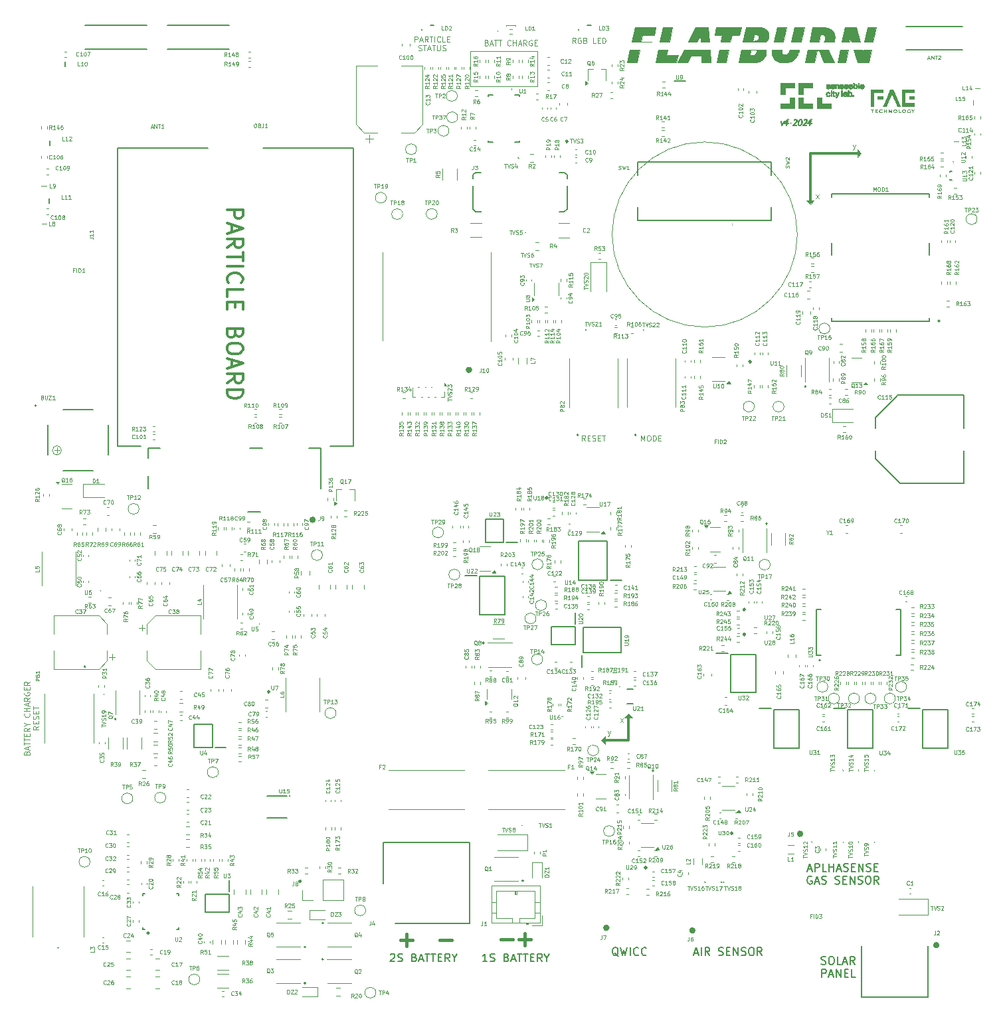
<source format=gbr>
%TF.GenerationSoftware,KiCad,Pcbnew,9.0.0*%
%TF.CreationDate,2025-03-07T13:19:33+01:00*%
%TF.ProjectId,Flatburn_V4,466c6174-6275-4726-9e5f-56342e6b6963,1*%
%TF.SameCoordinates,Original*%
%TF.FileFunction,Legend,Top*%
%TF.FilePolarity,Positive*%
%FSLAX46Y46*%
G04 Gerber Fmt 4.6, Leading zero omitted, Abs format (unit mm)*
G04 Created by KiCad (PCBNEW 9.0.0) date 2025-03-07 13:19:33*
%MOMM*%
%LPD*%
G01*
G04 APERTURE LIST*
%ADD10C,0.050000*%
%ADD11C,0.010000*%
%ADD12C,0.100000*%
%ADD13C,0.000000*%
%ADD14C,0.214018*%
%ADD15C,0.300000*%
%ADD16C,0.150000*%
%ADD17C,0.400000*%
%ADD18C,0.080000*%
%ADD19C,0.070000*%
%ADD20C,0.120000*%
%ADD21C,0.152400*%
%ADD22C,0.200000*%
%ADD23C,0.250000*%
%ADD24C,0.127000*%
G04 APERTURE END LIST*
D10*
X166552243Y-95031573D02*
X166542963Y-95032922D01*
X167368712Y-93864050D02*
X167368712Y-93864064D01*
X168481772Y-94080822D02*
X168484796Y-94082078D01*
X169039694Y-95391369D02*
X169033544Y-95388590D01*
X166463456Y-95236582D02*
X166465090Y-95230144D01*
X167079459Y-94696018D02*
X167080279Y-94696018D01*
X167081101Y-87309858D02*
X167126653Y-87432596D01*
X169182641Y-95400879D02*
X169168845Y-95401659D01*
X169167185Y-95301398D02*
X169174635Y-95299116D01*
X167599841Y-94851742D02*
X167600925Y-94851742D01*
X163870165Y-98816300D02*
X164240165Y-98816300D01*
X162223243Y-98659177D02*
X162230428Y-98650336D01*
X170520008Y-94265368D02*
X170524477Y-94272993D01*
X166423032Y-93995517D02*
X166420347Y-93990141D01*
X167300160Y-95478932D02*
X167302794Y-95478932D01*
X169930700Y-94225975D02*
X169932110Y-94215829D01*
X169153535Y-94841160D02*
X169166285Y-94841292D01*
X168728308Y-95268114D02*
X168728589Y-95275451D01*
X167720706Y-94403038D02*
X167720706Y-94403670D01*
X168337829Y-95018609D02*
X168327970Y-95018238D01*
X169307852Y-94150289D02*
X169307852Y-94150071D01*
X166959110Y-95256078D02*
X166959110Y-95251250D01*
X169307852Y-94181915D02*
X169307852Y-94181897D01*
X162936678Y-98594018D02*
X162937190Y-98561264D01*
X167080710Y-95068496D02*
X167080710Y-95093189D01*
X167828984Y-94061357D02*
X167828092Y-94050129D01*
X168059839Y-94074377D02*
X168065217Y-94075453D01*
X168356666Y-94221720D02*
X168355471Y-94204351D01*
X167023198Y-94079875D02*
X167024256Y-94077895D01*
X169626323Y-93676326D02*
X169636081Y-93676326D01*
X167721942Y-94851742D02*
X167722566Y-94851742D01*
X170056382Y-94245104D02*
X170053512Y-94263039D01*
X169307852Y-94185337D02*
X169307852Y-94183804D01*
X168170816Y-94256694D02*
X168170804Y-94251412D01*
X166555906Y-94228678D02*
X166555930Y-94241562D01*
X166776387Y-94286788D02*
X166782573Y-94292886D01*
X166294095Y-94324255D02*
X166302802Y-94324615D01*
X166233605Y-94973416D02*
X166227596Y-94980640D01*
X169109831Y-94841434D02*
X169119680Y-94841273D01*
X162372900Y-98408761D02*
X162379396Y-98426513D01*
X168575945Y-95285788D02*
X168582247Y-95280938D01*
X167300556Y-95581342D02*
X167296024Y-95581342D01*
X169551052Y-93725939D02*
X169551052Y-93706342D01*
X168377876Y-95241452D02*
X168378072Y-95246449D01*
X168164379Y-94023496D02*
X168163516Y-94019956D01*
X170550675Y-94415234D02*
X170534001Y-94412666D01*
X170161180Y-93676526D02*
X170161180Y-93676326D01*
X166886512Y-94945640D02*
X166883472Y-94945640D01*
X166400685Y-93860862D02*
X166413070Y-93863172D01*
X160492036Y-98907804D02*
X160502962Y-98885535D01*
X170779120Y-94033095D02*
X170777530Y-94026256D01*
X166281672Y-93855919D02*
X166295637Y-93855758D01*
X169442754Y-95391494D02*
X169437943Y-95391494D01*
D11*
X160423047Y-99061300D02*
X160708528Y-98496854D01*
X160811470Y-98496854D01*
X160473047Y-99141300D01*
X160469850Y-99138484D01*
X160337952Y-99138484D01*
X160265486Y-98496854D01*
X160362652Y-98496854D01*
X160423047Y-99061300D01*
G36*
X160423047Y-99061300D02*
G01*
X160708528Y-98496854D01*
X160811470Y-98496854D01*
X160473047Y-99141300D01*
X160469850Y-99138484D01*
X160337952Y-99138484D01*
X160265486Y-98496854D01*
X160362652Y-98496854D01*
X160423047Y-99061300D01*
G37*
D10*
X168975048Y-94661896D02*
X168975048Y-94662030D01*
X169569788Y-93676326D02*
X169577152Y-93676326D01*
X168756874Y-94075337D02*
X168756844Y-94072126D01*
X167629570Y-94851742D02*
X167639017Y-94851742D01*
X168405594Y-95406075D02*
X168392328Y-95405460D01*
X167080710Y-94700322D02*
X167080710Y-94703736D01*
X149923455Y-87831228D02*
X149632838Y-88460812D01*
X168727947Y-95161429D02*
X168727836Y-95168181D01*
X169427328Y-95391494D02*
X169427324Y-95391492D01*
X167600873Y-93859410D02*
X167607918Y-93860953D01*
X169306427Y-94150068D02*
X169305120Y-94150204D01*
X150122838Y-88460812D02*
X150062838Y-87528308D01*
X169120446Y-94083405D02*
X169129100Y-94082026D01*
X167007234Y-94083491D02*
X167013489Y-94083084D01*
X169749771Y-93957198D02*
X169742474Y-93959014D01*
X167983785Y-93950646D02*
X167977984Y-93951963D01*
X166310993Y-93947228D02*
X166303716Y-93947229D01*
X168480146Y-94047031D02*
X168479550Y-94053677D01*
X168602855Y-94418694D02*
X168594020Y-94418694D01*
X166804551Y-94851742D02*
X166805158Y-94851742D01*
D12*
X141370039Y-174640006D02*
X140373711Y-174640006D01*
X140873711Y-174150006D01*
X141370039Y-174640006D01*
G36*
X141370039Y-174640006D02*
G01*
X140373711Y-174640006D01*
X140873711Y-174150006D01*
X141370039Y-174640006D01*
G37*
D10*
X168069465Y-94324817D02*
X168077665Y-94324746D01*
X168071200Y-94186703D02*
X168069315Y-94186330D01*
X170161180Y-93905158D02*
X170161180Y-93856256D01*
X170642336Y-94418694D02*
X170636552Y-94418694D01*
X169084072Y-95305891D02*
X169092419Y-95306076D01*
X168167238Y-94098006D02*
X168179275Y-94101069D01*
X158326597Y-86800240D02*
X158418659Y-86859948D01*
X166543255Y-95212820D02*
X166552927Y-95214029D01*
X167854360Y-94233214D02*
X167864726Y-94231730D01*
X169359588Y-95016370D02*
X169361310Y-95035274D01*
X166435008Y-94098006D02*
X166447045Y-94101069D01*
X168655657Y-94319982D02*
X168663743Y-94319434D01*
X168853486Y-94926299D02*
X168853486Y-94868745D01*
X166160803Y-93880692D02*
X166172867Y-93875071D01*
X169320640Y-94405617D02*
X169320608Y-94405143D01*
X163326548Y-98321712D02*
X163356665Y-98311970D01*
X170161180Y-93677629D02*
X170161180Y-93676526D01*
X169184996Y-94324100D02*
X169192258Y-94323766D01*
X170782219Y-94237343D02*
X170783805Y-94236613D01*
X162918043Y-98315855D02*
X162954291Y-98336369D01*
X165760501Y-88460812D02*
X167079644Y-88460812D01*
X170161180Y-94305856D02*
X170161180Y-94269382D01*
X162197690Y-98802553D02*
X162173350Y-98824295D01*
X168273182Y-94018751D02*
X168268570Y-94019349D01*
X166803482Y-94661894D02*
X166804551Y-94661894D01*
X167113114Y-94321329D02*
X167107789Y-94330711D01*
X163661930Y-98561162D02*
X163657953Y-98575124D01*
X166758580Y-94174521D02*
X166752490Y-94175693D01*
X167080710Y-94734233D02*
X167080710Y-94746334D01*
X167368712Y-93868293D02*
X167368712Y-93868301D01*
X170675853Y-93949714D02*
X170670546Y-93949506D01*
X170214463Y-94405888D02*
X170205361Y-94405888D01*
X168266691Y-94351462D02*
X168258914Y-94361125D01*
X163573804Y-99138484D02*
X163053660Y-99138484D01*
X162198070Y-98387346D02*
X162185089Y-98384787D01*
X168913924Y-95389366D02*
X168903893Y-95389366D01*
X168772052Y-94397761D02*
X168760107Y-94403297D01*
X168132493Y-93966761D02*
X168127197Y-93963085D01*
X169146631Y-94079543D02*
X169155199Y-94078446D01*
X166353424Y-94324584D02*
X166361186Y-94324291D01*
X169303596Y-94030809D02*
X169303584Y-94025935D01*
X162104128Y-98305011D02*
X162167196Y-98299444D01*
X168705803Y-94173366D02*
X168671805Y-94173366D01*
X170060791Y-94168536D02*
X170060442Y-94188218D01*
X166425347Y-93866130D02*
X166437518Y-93869811D01*
X166688980Y-95389366D02*
X166686890Y-95389366D01*
X166400233Y-94842022D02*
X166411946Y-94842974D01*
X167217345Y-94851742D02*
X167217739Y-94851742D01*
X166444573Y-94406551D02*
X166430547Y-94409723D01*
X168735144Y-95359908D02*
X168735744Y-95366066D01*
X170570815Y-93958305D02*
X170564181Y-93960857D01*
X169129136Y-94420819D02*
X169116290Y-94420746D01*
X167605508Y-94851742D02*
X167609393Y-94851742D01*
X167244984Y-94008464D02*
X167244984Y-93970349D01*
X167977920Y-94414384D02*
X167962475Y-94412635D01*
X168746620Y-94256800D02*
X168748453Y-94252548D01*
X161045218Y-98804058D02*
X161095218Y-98574058D01*
X168947346Y-94252305D02*
X168947352Y-94244030D01*
X169307852Y-94170224D02*
X169307852Y-94167741D01*
X170385087Y-94238806D02*
X170383282Y-94221720D01*
X167189504Y-95386781D02*
X167189504Y-95388124D01*
X162296009Y-98327638D02*
X162312843Y-98337819D01*
X168975048Y-94749902D02*
X168975048Y-94770987D01*
X169522494Y-95252832D02*
X169531788Y-95252832D01*
X168729648Y-95066546D02*
X168729595Y-95072851D01*
X169551052Y-94405705D02*
X169551052Y-94405753D01*
X167250475Y-94401632D02*
X167247991Y-94401632D01*
X169129298Y-93855109D02*
X169145571Y-93854187D01*
X168216519Y-94391982D02*
X168203801Y-94397679D01*
X166508408Y-94875892D02*
X166518631Y-94883672D01*
X169879312Y-94310632D02*
X169886018Y-94307004D01*
X167095369Y-95389366D02*
X167091468Y-95389366D01*
X166507463Y-94378140D02*
X166496300Y-94385465D01*
X160719436Y-98894021D02*
X161105484Y-98293412D01*
D11*
X170792838Y-89628308D02*
X170827836Y-89458207D01*
X171862838Y-89458308D01*
X171511521Y-91111692D01*
X170097161Y-91111692D01*
X169622838Y-89448308D01*
X170722838Y-89448308D01*
X170792838Y-89628308D01*
G36*
X170792838Y-89628308D02*
G01*
X170827836Y-89458207D01*
X171862838Y-89458308D01*
X171511521Y-91111692D01*
X170097161Y-91111692D01*
X169622838Y-89448308D01*
X170722838Y-89448308D01*
X170792838Y-89628308D01*
G37*
D10*
X167366585Y-94102769D02*
X167366584Y-94108551D01*
X166890519Y-94945640D02*
X166886512Y-94945640D01*
X167368712Y-93865033D02*
X167368712Y-93865355D01*
X168605992Y-95020278D02*
X168605992Y-95016377D01*
X169551052Y-94404926D02*
X169551052Y-94402136D01*
X167171375Y-88096834D02*
X167154067Y-88209315D01*
X162476112Y-98893985D02*
X162475262Y-98861236D01*
X170805101Y-89635088D02*
X170827836Y-89458207D01*
X166959402Y-94696018D02*
X166960067Y-94696018D01*
X166878056Y-94933625D02*
X166878056Y-94928354D01*
X170165523Y-93676326D02*
X170168155Y-93676326D01*
X166466491Y-95033167D02*
X166465757Y-95029313D01*
D13*
G36*
X142308407Y-89452840D02*
G01*
X141956337Y-91111692D01*
X140752838Y-91108308D01*
X141092838Y-89448308D01*
X142308407Y-89452840D01*
G37*
D10*
X169425689Y-94168313D02*
X169425551Y-94175861D01*
X164621285Y-91111692D02*
X163407679Y-91111692D01*
X166103154Y-94092160D02*
X166100273Y-94082488D01*
X170505688Y-94179982D02*
X170504995Y-94183351D01*
X166305821Y-94070017D02*
X166310889Y-94071031D01*
X166458285Y-94402539D02*
X166444573Y-94406551D01*
X167262046Y-95531702D02*
X167262046Y-95522823D01*
X169668397Y-94403743D02*
X169668396Y-94403760D01*
X168692857Y-94083762D02*
X168708120Y-94083762D01*
X167537940Y-93855497D02*
X167546348Y-93855518D01*
X163007016Y-98402014D02*
X163023493Y-98447145D01*
X158418659Y-86859948D02*
X158500205Y-86926576D01*
X168975048Y-94792697D02*
X168975048Y-94814272D01*
X168853486Y-95391301D02*
X168853486Y-95391351D01*
X149951802Y-87771367D02*
X149923455Y-87831228D01*
X166748547Y-94222901D02*
X166749945Y-94231496D01*
X166166417Y-95377796D02*
X166153025Y-95368640D01*
X166111772Y-94109154D02*
X166106951Y-94101083D01*
X168329042Y-95392558D02*
X168317995Y-95387107D01*
X168278107Y-93999838D02*
X168279240Y-94005394D01*
X166805514Y-94740668D02*
X166805514Y-94749449D01*
X166189721Y-94223728D02*
X166192997Y-94223635D01*
X166800448Y-94785622D02*
X166797556Y-94785622D01*
X167081054Y-94851742D02*
X167081750Y-94851742D01*
X166555730Y-94216042D02*
X166555906Y-94228678D01*
X166206364Y-94015559D02*
X166206735Y-94019455D01*
X150101561Y-87727678D02*
X150101755Y-87672153D01*
X166214312Y-93968367D02*
X166211797Y-93971691D01*
X168698738Y-94311770D02*
X168704416Y-94309010D01*
X167080710Y-94759486D02*
X167080710Y-94773176D01*
X166079461Y-95222490D02*
X166077806Y-95204508D01*
X166878816Y-94945640D02*
X166878308Y-94945640D01*
X166235416Y-94164963D02*
X166227045Y-94163117D01*
X163223047Y-98381300D02*
X163259164Y-98455244D01*
X170705618Y-94317502D02*
X170712660Y-94316015D01*
X160416992Y-99068298D02*
X160434723Y-99029647D01*
X169427324Y-95391492D02*
X169427324Y-95391417D01*
X168347228Y-95018963D02*
X168337829Y-95018609D01*
X166429267Y-94215016D02*
X166425870Y-94211887D01*
X167125534Y-94294703D02*
X167121948Y-94303211D01*
X167262046Y-95579930D02*
X167262046Y-95578475D01*
X166959110Y-95023545D02*
X166959110Y-95002566D01*
X166438089Y-94968910D02*
X166433188Y-94964125D01*
X167930507Y-94155974D02*
X167920308Y-94153057D01*
X157219858Y-91057522D02*
X157033307Y-91087617D01*
X168848329Y-93938923D02*
X168857253Y-93954167D01*
X167484669Y-93953827D02*
X167476742Y-93953791D01*
X169745396Y-93864396D02*
X169752032Y-93862335D01*
X166435934Y-94030965D02*
X166434538Y-94029998D01*
X166348052Y-95406407D02*
X166331905Y-95406428D01*
X167690663Y-94851742D02*
X167699171Y-94851742D01*
X168228530Y-94385465D02*
X168216519Y-94391982D01*
X168079036Y-95391494D02*
X168069937Y-95391494D01*
X169565986Y-95269991D02*
X169565986Y-95276493D01*
X166212092Y-95237123D02*
X166215959Y-95247255D01*
X168383511Y-95006915D02*
X168383084Y-95010677D01*
X167985826Y-93857180D02*
X167999868Y-93856361D01*
X167182717Y-95293340D02*
X167184909Y-95293340D01*
X168573448Y-95381375D02*
X168567724Y-95385355D01*
X168279505Y-94942397D02*
X168283130Y-94931454D01*
X167516581Y-91111692D02*
X167872838Y-89458308D01*
X169558338Y-94403763D02*
X169555386Y-94403767D01*
X169092419Y-95306076D02*
X169100854Y-95306139D01*
X169668397Y-94144579D02*
X169668427Y-94156866D01*
X166804551Y-94661894D02*
X166805158Y-94661894D01*
X170161180Y-93694180D02*
X170161180Y-93685673D01*
X169672652Y-93700863D02*
X169672652Y-93712409D01*
X167112580Y-95389366D02*
X167108308Y-95389366D01*
X166959110Y-95240329D02*
X166959110Y-95232881D01*
X170766080Y-94083491D02*
X170772335Y-94083084D01*
X170424171Y-94346588D02*
X170415297Y-94333015D01*
X169565986Y-95334771D02*
X169565986Y-95344978D01*
X168147332Y-94662616D02*
X168147332Y-94664664D01*
X169307439Y-94219748D02*
X169307722Y-94212146D01*
X168970828Y-95105486D02*
X168970794Y-95117810D01*
X166311551Y-94324782D02*
X166320257Y-94324831D01*
X162243576Y-98632820D02*
X162249466Y-98624079D01*
X168641035Y-94418694D02*
X168634918Y-94418694D01*
X166285514Y-94323628D02*
X166294095Y-94324255D01*
X167346489Y-94851742D02*
X167348093Y-94851742D01*
X167890369Y-94142638D02*
X167881056Y-94138469D01*
X166749376Y-94785622D02*
X166740052Y-94785622D01*
X162991188Y-98862794D02*
X162979387Y-98895703D01*
X167255680Y-94851742D02*
X167266341Y-94851742D01*
X166583689Y-95022777D02*
X166582659Y-95024917D01*
X162633658Y-89645202D02*
X162572042Y-89838165D01*
X168605992Y-95042108D02*
X168605992Y-95040513D01*
X166959075Y-94945640D02*
X166958885Y-94945640D01*
X167296960Y-95478932D02*
X167300160Y-95478932D01*
X166959110Y-94945688D02*
X166959110Y-94945640D01*
X167091468Y-95389366D02*
X167086620Y-95389366D01*
X166902247Y-94851742D02*
X166908953Y-94851742D01*
X170508740Y-94032674D02*
X170507612Y-94039985D01*
X167002427Y-95384901D02*
X166994133Y-95383002D01*
X168853486Y-94664683D02*
X168853486Y-94662489D01*
X167262046Y-95556722D02*
X167262046Y-95548971D01*
X170012121Y-94353682D02*
X170001390Y-94365302D01*
X170763493Y-94275935D02*
X170766290Y-94271007D01*
X166512935Y-95209030D02*
X166522901Y-95210276D01*
X168109117Y-93954397D02*
X168102430Y-93952339D01*
X168975048Y-94677658D02*
X168975048Y-94686435D01*
X170161180Y-93685673D02*
X170161180Y-93680417D01*
X168730239Y-95303873D02*
X168730764Y-95310887D01*
X166942024Y-94945640D02*
X166936091Y-94945640D01*
X162277273Y-98453781D02*
X162272394Y-98443109D01*
X168612414Y-95138586D02*
X168612414Y-95137550D01*
X168612414Y-95163673D02*
X168612414Y-95162151D01*
X169385864Y-94405888D02*
X169375725Y-94405888D01*
X166791983Y-94661894D02*
X166796202Y-94661894D01*
X161057113Y-86605196D02*
X160653346Y-88460698D01*
X169006797Y-95371225D02*
X169002274Y-95367285D01*
X170776913Y-94082395D02*
X170780065Y-94081350D01*
X166212994Y-94036730D02*
X166215434Y-94039624D01*
X166916200Y-93949714D02*
X166911027Y-93949506D01*
X167720696Y-94052607D02*
X167720706Y-94057489D01*
D14*
X99137009Y-195520000D02*
G75*
G02*
X98922991Y-195520000I-107009J0D01*
G01*
X98922991Y-195520000D02*
G75*
G02*
X99137009Y-195520000I107009J0D01*
G01*
D10*
X167366584Y-94392152D02*
X167366584Y-94396778D01*
X163563750Y-98553478D02*
X163565701Y-98544002D01*
X168729317Y-95289791D02*
X168729755Y-95296850D01*
X167021224Y-94240217D02*
X167022192Y-94238528D01*
X167092282Y-94851742D02*
X167097766Y-94851742D01*
X166888404Y-94418694D02*
X166883475Y-94418694D01*
X169307233Y-94149984D02*
X169306427Y-94150068D01*
X167096172Y-94945640D02*
X167091057Y-94945640D01*
X168157554Y-94000894D02*
X168155262Y-93995517D01*
X167344212Y-95194418D02*
X167327378Y-95148984D01*
X162334330Y-98656131D02*
X162324412Y-98670107D01*
X168729755Y-95296850D02*
X168730239Y-95303873D01*
X168449037Y-95307922D02*
X168455286Y-95308133D01*
X169704395Y-94385657D02*
X169699873Y-94381717D01*
D11*
X150162838Y-89458308D02*
X151272838Y-89458308D01*
X151412485Y-91111692D01*
X150227873Y-91111692D01*
X150196827Y-90225304D01*
X148805115Y-90225304D01*
X148417819Y-91111692D01*
X147154509Y-91111692D01*
X148007849Y-89449334D01*
X148012838Y-89448308D01*
X150162838Y-89458308D01*
G36*
X150162838Y-89458308D02*
G01*
X151272838Y-89458308D01*
X151412485Y-91111692D01*
X150227873Y-91111692D01*
X150196827Y-90225304D01*
X148805115Y-90225304D01*
X148417819Y-91111692D01*
X147154509Y-91111692D01*
X148007849Y-89449334D01*
X148012838Y-89448308D01*
X150162838Y-89458308D01*
G37*
D10*
X166549032Y-94017704D02*
X166548188Y-94017813D01*
X166421379Y-95402628D02*
X166407574Y-95404215D01*
X162237561Y-98306492D02*
X162258368Y-98311974D01*
X170282456Y-94405888D02*
X170281878Y-94405888D01*
X166836255Y-94317828D02*
X166844868Y-94319006D01*
X167716581Y-94403760D02*
X167713578Y-94403760D01*
X163396050Y-98386882D02*
X163385182Y-98389212D01*
X166710998Y-94661894D02*
X166718828Y-94661894D01*
X167596769Y-94033132D02*
X167596046Y-94028234D01*
X168170017Y-94277473D02*
X168170477Y-94272402D01*
X166547175Y-94160151D02*
X166550425Y-94170018D01*
X169308475Y-94353781D02*
X169305788Y-94357715D01*
X167720706Y-94403760D02*
X167720673Y-94403760D01*
X160434723Y-99029647D02*
X160451092Y-98994272D01*
X168168063Y-94226707D02*
X168166438Y-94222451D01*
X166148525Y-94885589D02*
X166161743Y-94875494D01*
X167413640Y-95391193D02*
X167414123Y-95390229D01*
X166405099Y-86727360D02*
X166537772Y-86781112D01*
X167720706Y-94085519D02*
X167720706Y-94095647D01*
X169175843Y-94420500D02*
X169164908Y-94420705D01*
X169344490Y-93862615D02*
X169357067Y-93866273D01*
X168053415Y-94661894D02*
X168061310Y-94661894D01*
X167587077Y-94888434D02*
X167591445Y-94875111D01*
X167811453Y-94249615D02*
X167811343Y-94245950D01*
X160409536Y-89636370D02*
X160407498Y-89675005D01*
X169427324Y-95387456D02*
X169427324Y-95384807D01*
X168465859Y-95063036D02*
X168473590Y-95062140D01*
X170281878Y-94405888D02*
X170280850Y-94405888D01*
X159201543Y-89559950D02*
X159207950Y-89510569D01*
X169937156Y-94404825D02*
X169922969Y-94408871D01*
X167004643Y-94275935D02*
X167007442Y-94271007D01*
X169307852Y-94149920D02*
X169307823Y-94149923D01*
X166878099Y-94945640D02*
X166878056Y-94945640D01*
X162877040Y-98892286D02*
X162886857Y-98867067D01*
X169702218Y-94292023D02*
X169708039Y-94297479D01*
X169546974Y-95252832D02*
X169552549Y-95252832D01*
X166362700Y-93856980D02*
X166375517Y-93857850D01*
X168025770Y-94692288D02*
X168025770Y-94679748D01*
X168999612Y-94974498D02*
X168994585Y-94981357D01*
X168050657Y-93947249D02*
X168043223Y-93947228D01*
X168382697Y-95186619D02*
X168381152Y-95190981D01*
X169158035Y-94166498D02*
X169150109Y-94167736D01*
X167162471Y-95389366D02*
X167155035Y-95389366D01*
X166544433Y-93992899D02*
X166545877Y-93999838D01*
X162647630Y-98368870D02*
X162667454Y-98352598D01*
X166548519Y-94012790D02*
X166548964Y-94014975D01*
X167080710Y-94786893D02*
X167080710Y-94800124D01*
X163561366Y-98562725D02*
X163563750Y-98553478D01*
X167625078Y-95122450D02*
X167608304Y-95168903D01*
X170282780Y-93677048D02*
X170282780Y-93679096D01*
X168382308Y-95017673D02*
X168382178Y-95018848D01*
X167597835Y-94043656D02*
X167597359Y-94038269D01*
X167835789Y-94235872D02*
X167844583Y-94234613D01*
X166683914Y-94694874D02*
X166683914Y-94687195D01*
X168261576Y-93945427D02*
X168265958Y-93955782D01*
X167138398Y-94255532D02*
X167137813Y-94258465D01*
X166767373Y-95389366D02*
X166758570Y-95389366D01*
X168923893Y-95389366D02*
X168913924Y-95389366D01*
X162259878Y-98606627D02*
X162264400Y-98597917D01*
X168990747Y-93924680D02*
X168997315Y-93914795D01*
X166959150Y-94696018D02*
X166959402Y-94696018D01*
X168750777Y-94026256D02*
X168748747Y-94019399D01*
X168120403Y-93859116D02*
X168132915Y-93860862D01*
X168728796Y-95119014D02*
X168728609Y-95128043D01*
X168581021Y-94944320D02*
X168575808Y-94941711D01*
X162576553Y-98903611D02*
X162578813Y-98923894D01*
X169086695Y-93989593D02*
X169084883Y-93995297D01*
X170282780Y-94157120D02*
X170282780Y-94207712D01*
X168378108Y-95210424D02*
X168377889Y-95215593D01*
X168794528Y-94240218D02*
X168803999Y-94241424D01*
X167608304Y-95168903D02*
X167592159Y-95213611D01*
X168282655Y-94170018D02*
X168284981Y-94180642D01*
X169294735Y-93974737D02*
X169291502Y-93969798D01*
X166747667Y-94079059D02*
X166749542Y-94080822D01*
X168170804Y-94251412D02*
X168170716Y-94246178D01*
X166125215Y-94909426D02*
X166136333Y-94896937D01*
X170897962Y-93987473D02*
X170903026Y-94005322D01*
X169181739Y-95296200D02*
X169188447Y-95292572D01*
X160417687Y-89553274D02*
X160412932Y-89595794D01*
X168011350Y-94174065D02*
X168007316Y-94173209D01*
X168319343Y-95107941D02*
X168324730Y-95104455D01*
X168147332Y-95335621D02*
X168147332Y-95355037D01*
X169229831Y-95017436D02*
X169227268Y-95008285D01*
X159508479Y-90682487D02*
X159454021Y-90617770D01*
X166683914Y-94785112D02*
X166683914Y-94784364D01*
X168745719Y-94083084D02*
X168750297Y-94082395D01*
X166177878Y-94149872D02*
X166167856Y-94146415D01*
X168166563Y-94291696D02*
X168168134Y-94287155D01*
X166128270Y-94365972D02*
X166119243Y-94356548D01*
X167044418Y-94696018D02*
X167053536Y-94696018D01*
X166353329Y-94079552D02*
X166355947Y-94080103D01*
X166811956Y-93958305D02*
X166805321Y-93960857D01*
X163626530Y-98642348D02*
X163617552Y-98656131D01*
X166206715Y-93986821D02*
X166206321Y-93990904D01*
X167082454Y-93900051D02*
X167094760Y-93911762D01*
X168730548Y-94285561D02*
X168733832Y-94280814D01*
X170485434Y-94398073D02*
X170470929Y-94390381D01*
X170508791Y-94231496D02*
X170510675Y-94240209D01*
X170387630Y-94255575D02*
X170385087Y-94238806D01*
X169084045Y-94298587D02*
X169086950Y-94302271D01*
X157560859Y-86609176D02*
X157713882Y-86621118D01*
X166906548Y-94320497D02*
X166915089Y-94320319D01*
X169427324Y-95391124D02*
X169427324Y-95390466D01*
X169066441Y-94940459D02*
X169059410Y-94941415D01*
X168961266Y-94341342D02*
X168957125Y-94331057D01*
X169426028Y-94151425D02*
X169425851Y-94160102D01*
X170850237Y-94243921D02*
X170859728Y-94245129D01*
X169307823Y-94149923D02*
X169307657Y-94149940D01*
X168618547Y-95330268D02*
X168618029Y-95329879D01*
X166331905Y-95406428D02*
X166315203Y-95406404D01*
X169316767Y-94347900D02*
X169316507Y-94345864D01*
X167389250Y-95452146D02*
X167391978Y-95446109D01*
X166080571Y-95019620D02*
X166083471Y-95002128D01*
X169672642Y-94049816D02*
X169671166Y-94060722D01*
X162952640Y-98955373D02*
X162937694Y-98982133D01*
X155883755Y-86605196D02*
X157397675Y-86605196D01*
X168631676Y-95391494D02*
X168628293Y-95391494D01*
X168621414Y-95366488D02*
X168621040Y-95360909D01*
X167139338Y-95293340D02*
X167141380Y-95293340D01*
X166908953Y-94851742D02*
X166916022Y-94851742D01*
X168387008Y-94986605D02*
X168385775Y-94992201D01*
X168154145Y-94209110D02*
X168149694Y-94206644D01*
X166959110Y-95223202D02*
X166959110Y-95210617D01*
X168279467Y-95016314D02*
X168275597Y-95015813D01*
X168234517Y-93907124D02*
X168242822Y-93915817D01*
X166247103Y-94961352D02*
X166240128Y-94966988D01*
X167962095Y-93957483D02*
X167957491Y-93959834D01*
X163221882Y-98378915D02*
X163268011Y-98349547D01*
X169307852Y-94180224D02*
X169307852Y-94179306D01*
X168378072Y-95246449D02*
X168378419Y-95251354D01*
X166267638Y-93856361D02*
X166281672Y-93855919D01*
X168246236Y-94022245D02*
X168236623Y-94023492D01*
X166252056Y-95291047D02*
X166259655Y-95295512D01*
X168870043Y-94258465D02*
X168868954Y-94262250D01*
X166796736Y-94173377D02*
X166780135Y-94173489D01*
X166076412Y-95074127D02*
X166077191Y-95055687D01*
X169296964Y-94151052D02*
X169292429Y-94151523D01*
X166755547Y-94010499D02*
X166753218Y-94017796D01*
X169192258Y-94323766D02*
X169199615Y-94323269D01*
X162167196Y-98299444D02*
X162191975Y-98300227D01*
X166746620Y-94065230D02*
X166746411Y-94069871D01*
X169671103Y-93676326D02*
X169672048Y-93676326D01*
X162620315Y-99026947D02*
X162630285Y-99035692D01*
X166805514Y-95389366D02*
X166805481Y-95389366D01*
X168685762Y-93856697D02*
X168703949Y-93858099D01*
X167385162Y-95579969D02*
X167373900Y-95580666D01*
X168770122Y-94173366D02*
X168738956Y-94173366D01*
X169314892Y-94344678D02*
X169313868Y-94345853D01*
X169281612Y-94386840D02*
X169276467Y-94391480D01*
X166409649Y-94949320D02*
X166402831Y-94946931D01*
X166264330Y-94170946D02*
X166261639Y-94170391D01*
X166179415Y-94225015D02*
X166185265Y-94224210D01*
X169427324Y-95313591D02*
X169427324Y-95303212D01*
X162511571Y-98609006D02*
X162522686Y-98574754D01*
X166622181Y-94168913D02*
X166622062Y-94150915D01*
X168619952Y-95344693D02*
X168619647Y-95340156D01*
X169427324Y-95354533D02*
X169427324Y-95344978D01*
X170766290Y-94271007D02*
X170768847Y-94266117D01*
X170772335Y-94083084D02*
X170776913Y-94082395D01*
X168605992Y-95016377D02*
X168605980Y-95011503D01*
X169728113Y-93964315D02*
X169721265Y-93967925D01*
X170758925Y-93987925D02*
X170754290Y-93982531D01*
X166402201Y-94317674D02*
X166407916Y-94315509D01*
X166225261Y-93959834D02*
X166221096Y-93962434D01*
X168739672Y-94271007D02*
X168742229Y-94266117D01*
X169303596Y-94034710D02*
X169303596Y-94030809D01*
X169425905Y-94282515D02*
X169426185Y-94289849D01*
X160406819Y-89711696D02*
X160412708Y-89801498D01*
X167186569Y-95293340D02*
X167187772Y-95293340D01*
X167244988Y-94401632D02*
X167244984Y-94401614D01*
X168975048Y-94870587D02*
X168975052Y-94884116D01*
X168621771Y-95371807D02*
X168621414Y-95366488D01*
X169921807Y-94014009D02*
X169918320Y-94005778D01*
X167366584Y-94385251D02*
X167366584Y-94392152D01*
X166456242Y-94996908D02*
X166453477Y-94990943D01*
X170501272Y-93872705D02*
X170516747Y-93867373D01*
X169669451Y-94376269D02*
X169669270Y-94380994D01*
X168585834Y-94319788D02*
X168594655Y-94320255D01*
X167491820Y-93953899D02*
X167484669Y-93953827D01*
X166328750Y-94841102D02*
X166334886Y-94841102D01*
X168984274Y-95348270D02*
X168981687Y-95345095D01*
X166092443Y-94968558D02*
X166098786Y-94952622D01*
X167927536Y-94223999D02*
X167929093Y-94224885D01*
X166201808Y-95120774D02*
X166201817Y-95134806D01*
X169225368Y-95394439D02*
X169211052Y-95397428D01*
X167411547Y-95376149D02*
X167407972Y-95366500D01*
X166999323Y-93987925D02*
X166994550Y-93982531D01*
X166523070Y-95035815D02*
X166513161Y-95037256D01*
X166100273Y-94082488D02*
X166098182Y-94072182D01*
X169111166Y-94318841D02*
X169116168Y-94320492D01*
X166217553Y-94285740D02*
X166221362Y-94291370D01*
X162207430Y-98677293D02*
X162215577Y-98668163D01*
X166537772Y-86781112D02*
X166658986Y-86844638D01*
D13*
G36*
X161702950Y-98859716D02*
G01*
X161425322Y-98859716D01*
X161445348Y-98768326D01*
X161722596Y-98768326D01*
X161702950Y-98859716D01*
G37*
D10*
X169134677Y-94939411D02*
X169128820Y-94939258D01*
X161116795Y-98483727D02*
X161122877Y-98459450D01*
X162325074Y-90333562D02*
X162222043Y-90470865D01*
X169934468Y-94183786D02*
X169934791Y-94172708D01*
X170781038Y-94238528D02*
X170782219Y-94237343D01*
X166379683Y-95306956D02*
X166386609Y-95306119D01*
X166319324Y-94182596D02*
X166313904Y-94181446D01*
X160520732Y-98850824D02*
X160708528Y-98496854D01*
X167153683Y-94095591D02*
X167153579Y-94111433D01*
X168903893Y-95389366D02*
X168894151Y-95389366D01*
X160015253Y-91017343D02*
X159930956Y-90983272D01*
X167086320Y-95283409D02*
X167088007Y-95285601D01*
X169427324Y-95363139D02*
X169427324Y-95354533D01*
X167722787Y-94851871D02*
X167722446Y-94852816D01*
X166805514Y-94661896D02*
X166805514Y-94661963D01*
X168258080Y-95167790D02*
X168260357Y-95162998D01*
X167849817Y-94116392D02*
X167844002Y-94109154D01*
X169318249Y-94369672D02*
X169317885Y-94364197D01*
X167589847Y-94006977D02*
X167587979Y-94003300D01*
X169353679Y-94980367D02*
X169357092Y-94998029D01*
X161984789Y-98349547D02*
X162013774Y-98334238D01*
X168250539Y-95201067D02*
X168251119Y-95194879D01*
X168525751Y-95142723D02*
X168521113Y-95143112D01*
X166722055Y-95389366D02*
X166713904Y-95389366D01*
X157111877Y-87535094D02*
X156915113Y-87535094D01*
X167508125Y-95446385D02*
X167503347Y-95459190D01*
X166326256Y-95308233D02*
X166334486Y-95308273D01*
X169052010Y-95302597D02*
X169059781Y-95303936D01*
X168411763Y-95161559D02*
X168406358Y-95163855D01*
X163568951Y-98514200D02*
X163569168Y-98503808D01*
X169145571Y-93854187D02*
X169162276Y-93853667D01*
X167959275Y-94163117D02*
X167950173Y-94161004D01*
X166429568Y-94300003D02*
X166432245Y-94295990D01*
X166861038Y-93855607D02*
X166879387Y-93855502D01*
X169934992Y-94116196D02*
X169934857Y-94104956D01*
X167938551Y-93990904D02*
X167938360Y-93995044D01*
X168729719Y-95036479D02*
X168729715Y-95045293D01*
X167366584Y-94401556D02*
X167366584Y-94401632D01*
X167189504Y-95381750D02*
X167189504Y-95384709D01*
X167003697Y-93993656D02*
X166999323Y-93987925D01*
X169349204Y-94963498D02*
X169353679Y-94980367D01*
X170506777Y-94047031D02*
X170506178Y-94053677D01*
X167358599Y-94880034D02*
X167363429Y-94895025D01*
X167487837Y-95498557D02*
X167482618Y-95510765D01*
X166552927Y-95214029D02*
X166561786Y-95215136D01*
X166550425Y-94170018D02*
X166552751Y-94180642D01*
X168288129Y-94254592D02*
X168287919Y-94267662D01*
X169098342Y-93858616D02*
X169113531Y-93856547D01*
X168103993Y-94415906D02*
X168088697Y-94416335D01*
X169046104Y-95393840D02*
X169039694Y-95391369D01*
X162013143Y-98428942D02*
X162001020Y-98436999D01*
X167273422Y-95581342D02*
X167270122Y-95581342D01*
X170223775Y-93676326D02*
X170233037Y-93676326D01*
X168972922Y-94002507D02*
X168973047Y-94011300D01*
X166683914Y-94891666D02*
X166683914Y-94877669D01*
X148805115Y-90225304D02*
X148417819Y-91111692D01*
X170775069Y-94252548D02*
X170776661Y-94248681D01*
X167023757Y-94058288D02*
X167023217Y-94052514D01*
X145746267Y-90119702D02*
X147229065Y-90119702D01*
X167975004Y-94055163D02*
X167980088Y-94056828D01*
X169817395Y-94416546D02*
X169807063Y-94416465D01*
X168475321Y-86605196D02*
X169890061Y-86605196D01*
X168947518Y-94228921D02*
X168947753Y-94222010D01*
X169303596Y-94062221D02*
X169303596Y-94061969D01*
X169565986Y-95264805D02*
X169565986Y-95269991D01*
X166517869Y-93925196D02*
X166524091Y-93935147D01*
X168282735Y-95134670D02*
X168286691Y-95131251D01*
X163018906Y-98756694D02*
X163011088Y-98792952D01*
X168568485Y-94317828D02*
X168577098Y-94319006D01*
X169302818Y-94007195D02*
X169302076Y-94000270D01*
X166263239Y-95404644D02*
X166245873Y-95402909D01*
X166435904Y-94287155D02*
X166437031Y-94282402D01*
X169683536Y-94011389D02*
X169679989Y-94020116D01*
X167512466Y-95116030D02*
X167522813Y-95084466D01*
X166096629Y-93969392D02*
X166098162Y-93958504D01*
X157351660Y-87578485D02*
X157284029Y-87554379D01*
X164104917Y-98404074D02*
X163870165Y-98816300D01*
X169307852Y-94149962D02*
X169307852Y-94149924D01*
X168973189Y-95336229D02*
X168972924Y-95337288D01*
X168953678Y-94187188D02*
X168955671Y-94182200D01*
X169764027Y-93954891D02*
X169756994Y-93955847D01*
X162562486Y-98481819D02*
X162577634Y-98455035D01*
X169142143Y-94169109D02*
X169134304Y-94170619D01*
X167277358Y-95581342D02*
X167273422Y-95581342D01*
X141956337Y-91111692D02*
X140742731Y-91111692D01*
X168537551Y-93960857D02*
X168531049Y-93963816D01*
X167281291Y-95478932D02*
X167285345Y-95478932D01*
X163567000Y-98477327D02*
X163564289Y-98465187D01*
X168992722Y-94139042D02*
X168997211Y-94135777D01*
X170382087Y-94204351D02*
X170381378Y-94186737D01*
X167022473Y-94046324D02*
X167021478Y-94039817D01*
X170780070Y-94240217D02*
X170781038Y-94238528D01*
X170280850Y-93676326D02*
X170281878Y-93676326D01*
X166622050Y-94132780D02*
X166622089Y-94114555D01*
X169209664Y-94160133D02*
X169206917Y-94160428D01*
X157018631Y-88326489D02*
X157080665Y-88321150D01*
X169303804Y-95350870D02*
X169292228Y-95361328D01*
X168614153Y-93949394D02*
X168611433Y-93949394D01*
X168853486Y-94669591D02*
X168853486Y-94664683D01*
X167932865Y-94406757D02*
X167918904Y-94402362D01*
X163551696Y-98589218D02*
X163555298Y-98580530D01*
X166292400Y-95305861D02*
X166300896Y-95306971D01*
X166583325Y-95247505D02*
X166581036Y-95256572D01*
X170060892Y-94148649D02*
X170060791Y-94168536D01*
X160411584Y-99009921D02*
X160412667Y-99032200D01*
X169079365Y-94290610D02*
X169081511Y-94294693D01*
X166345640Y-94077986D02*
X166348460Y-94078553D01*
X168157577Y-93866130D02*
X168169748Y-93869811D01*
X166167856Y-94146415D02*
X166158139Y-94142638D01*
X169073935Y-94221900D02*
X169073547Y-94226984D01*
X162875204Y-98303547D02*
X162918043Y-98315855D01*
X170381148Y-94096320D02*
X170381686Y-94078160D01*
X170407549Y-94318644D02*
X170400927Y-94303602D01*
X169427324Y-95324210D02*
X169427324Y-95313591D01*
X158536193Y-88321551D02*
X158406596Y-88457172D01*
X169212417Y-94976467D02*
X169207577Y-94969891D01*
X168361386Y-95085018D02*
X168368281Y-95082372D01*
X169303596Y-94057994D02*
X169303596Y-94056540D01*
X168489220Y-94082913D02*
X168495296Y-94083413D01*
X167678329Y-94403760D02*
X167667925Y-94403760D01*
X167538847Y-93958575D02*
X167535753Y-93957699D01*
X167477541Y-95521909D02*
X167472582Y-95531834D01*
X167135257Y-94267017D02*
X167133442Y-94272758D01*
X166459086Y-94104275D02*
X166470937Y-94107620D01*
X166862478Y-93949616D02*
X166857023Y-93949885D01*
X166530501Y-94135996D02*
X166537292Y-94143093D01*
X169076637Y-94418765D02*
X169063534Y-94417066D01*
X170615890Y-93949885D02*
X170610054Y-93950314D01*
X168951471Y-94310322D02*
X168949733Y-94300025D01*
X167018547Y-94026256D02*
X167016517Y-94019399D01*
X169565460Y-95391494D02*
X169564659Y-95391494D01*
X168622986Y-95389911D02*
X168622898Y-95388605D01*
X166959669Y-95304538D02*
X166959369Y-95294339D01*
X170504995Y-94183351D02*
X170504965Y-94187705D01*
X166799438Y-94851742D02*
X166801821Y-94851742D01*
X167045692Y-94238105D02*
X167053496Y-94239098D01*
X170775563Y-94019399D02*
X170773173Y-94012625D01*
X166747558Y-94214597D02*
X166748547Y-94222901D01*
X168672522Y-93952689D02*
X168666145Y-93951526D01*
X168454635Y-95151192D02*
X168446669Y-95152562D01*
X169303596Y-94051583D02*
X169303596Y-94049942D01*
X168964673Y-95389366D02*
X168961029Y-95389366D01*
X166560461Y-95311968D02*
X166554029Y-95323271D01*
X167091391Y-94243921D02*
X167100882Y-94245129D01*
X162146984Y-98847327D02*
X162118594Y-98871648D01*
X168380478Y-93960192D02*
X168388673Y-93945666D01*
X169673769Y-94352511D02*
X169672642Y-94351186D01*
X168853592Y-94661894D02*
X168853969Y-94661894D01*
X162343308Y-98642348D02*
X162334330Y-98656131D01*
X169312496Y-94347778D02*
X169310715Y-94350433D01*
X166497382Y-95377294D02*
X166485613Y-95383619D01*
X166207386Y-93982827D02*
X166206715Y-93986821D01*
X166269169Y-94171957D02*
X166266750Y-94171449D01*
X167938393Y-94011566D02*
X167938594Y-94015559D01*
X169551052Y-94405882D02*
X169551052Y-94405886D01*
X167374522Y-94018946D02*
X167372271Y-94028656D01*
X157989449Y-86668884D02*
X158111992Y-86704708D01*
X168551463Y-94935274D02*
X168544694Y-94934418D01*
X167843453Y-94346662D02*
X167836493Y-94336424D01*
X166275086Y-94173209D02*
X166271858Y-94172524D01*
X167408191Y-95402971D02*
X167408751Y-95401439D01*
X170867526Y-94173274D02*
X170848577Y-94173365D01*
X164083913Y-98486006D02*
X164089995Y-98461729D01*
X168813807Y-94242672D02*
X168823621Y-94243921D01*
X167081750Y-94851742D02*
X167083038Y-94851742D01*
X167406245Y-93886280D02*
X167411918Y-93881910D01*
X170783805Y-94236613D02*
X170785988Y-94236290D01*
X166727597Y-93879420D02*
X166742419Y-93872705D01*
X167970146Y-94053376D02*
X167975004Y-94055163D01*
X170754290Y-93982531D02*
X170749292Y-93977497D01*
X166078527Y-95037496D02*
X166080571Y-95019620D01*
X167244984Y-93873383D02*
X167244984Y-93867985D01*
X168979399Y-95015019D02*
X168976966Y-95024939D01*
X168455915Y-95406403D02*
X168443991Y-95406427D01*
X157503167Y-87905174D02*
X157505367Y-87843654D01*
X162660235Y-98501673D02*
X162648675Y-98523188D01*
X166959110Y-95251250D02*
X166959110Y-95246227D01*
X164012336Y-98806337D02*
X164062336Y-98576337D01*
X163036674Y-98562024D02*
X163035963Y-98602742D01*
X166199168Y-94231348D02*
X166199845Y-94234977D01*
X167231364Y-94851742D02*
X167237865Y-94851742D01*
X168630082Y-94320566D02*
X168638778Y-94320497D01*
X166989537Y-93860309D02*
X167006872Y-93863508D01*
X167512098Y-93855623D02*
X167520781Y-93855523D01*
X169320658Y-94405886D02*
X169320654Y-94405829D01*
X166805514Y-94778525D02*
X166805514Y-94781203D01*
X166959110Y-95210617D02*
X166959110Y-95194448D01*
X166395966Y-94199043D02*
X166389984Y-94197498D01*
X167709387Y-94403760D02*
X167703810Y-94403760D01*
X168622376Y-95380829D02*
X168622096Y-95376656D01*
X169033436Y-93881665D02*
X169044772Y-93875263D01*
X160412667Y-99032200D02*
X160413317Y-99051659D01*
X162667454Y-98352598D02*
X162687977Y-98338496D01*
X165927445Y-87728141D02*
X165908896Y-87695330D01*
X169559445Y-93676326D02*
X169563933Y-93676326D01*
X168982142Y-95240961D02*
X168985651Y-95249519D01*
X167945224Y-94036730D02*
X167947664Y-94039624D01*
X167001775Y-94411341D02*
X166988115Y-94414011D01*
X166090302Y-94237823D02*
X166096141Y-94236934D01*
X167881056Y-94138469D02*
X167872247Y-94133833D01*
X151035297Y-86605196D02*
X151182838Y-88460812D01*
X167352550Y-94861259D02*
X167355037Y-94868978D01*
X168957945Y-94177409D02*
X168960483Y-94172813D01*
X169300244Y-93855873D02*
X169315932Y-93857503D01*
X169708039Y-94297479D02*
X169714227Y-94302300D01*
X166235538Y-94306242D02*
X166241226Y-94310352D01*
X167080710Y-94947753D02*
X167080710Y-94950622D01*
X170264369Y-94405888D02*
X170257914Y-94405888D01*
X169567732Y-94403760D02*
X169562395Y-94403761D01*
X168128926Y-94661894D02*
X168134167Y-94661894D01*
X169898151Y-94297556D02*
X169903567Y-94291804D01*
X168739464Y-94083491D02*
X168745719Y-94083084D01*
X169307852Y-94174721D02*
X169307852Y-94172576D01*
X167101808Y-94340156D02*
X167095144Y-94349543D01*
X167509152Y-93954307D02*
X167503981Y-93954128D01*
X166095862Y-94050129D02*
X166095380Y-94038614D01*
X168989686Y-95257465D02*
X168994217Y-95264796D01*
X167599106Y-94128970D02*
X167599106Y-94118338D01*
X166986791Y-94298562D02*
X166990940Y-94294468D01*
X168612414Y-95136774D02*
X168612414Y-95136223D01*
X168969403Y-94661894D02*
X168971880Y-94661894D01*
X167321391Y-95478930D02*
X167325418Y-95478918D01*
X167226149Y-94875775D02*
X167222161Y-94865012D01*
X170732440Y-94173366D02*
X170698439Y-94173366D01*
X167405194Y-95411427D02*
X167406462Y-95407831D01*
X170562600Y-94307548D02*
X170570363Y-94311105D01*
X166293368Y-94416473D02*
X166277354Y-94416170D01*
X168625789Y-93949394D02*
X168623753Y-93949394D01*
X169280344Y-94064920D02*
X169286882Y-94064224D01*
X167722446Y-94852816D02*
X167721507Y-94855416D01*
X166438574Y-94251412D02*
X166438486Y-94246178D01*
X169551052Y-94405823D02*
X169551052Y-94405846D01*
X168354762Y-94186737D02*
X168354411Y-94168913D01*
X170684971Y-94418663D02*
X170675580Y-94418694D01*
X162628720Y-98387266D02*
X162647630Y-98368870D01*
X170876414Y-94247252D02*
X170882959Y-94248088D01*
X169678343Y-93921749D02*
X169680496Y-93918581D01*
X168269564Y-93965960D02*
X168272486Y-93975707D01*
X168734288Y-95390749D02*
X168731491Y-95391223D01*
X169307852Y-94181824D02*
X169307852Y-94181658D01*
X166389984Y-94197498D02*
X166383894Y-94196020D01*
X170507612Y-94177471D02*
X170505688Y-94179982D01*
X169123660Y-94939219D02*
X169119324Y-94939218D01*
X169011602Y-95375055D02*
X169006797Y-95371225D01*
X167719668Y-94860510D02*
X167716625Y-94868937D01*
X170888105Y-94248812D02*
X170891972Y-94249557D01*
X168114929Y-94661894D02*
X168122474Y-94661894D01*
X169220783Y-93947404D02*
X169213290Y-93947194D01*
X167720706Y-94064942D02*
X167720706Y-94068402D01*
X166976585Y-94696018D02*
X166983908Y-94696018D01*
X166075965Y-95149036D02*
X166075915Y-95130271D01*
D11*
X168633047Y-95091300D02*
X168613047Y-95131300D01*
X168583047Y-95141300D01*
X168403047Y-95161300D01*
X168383047Y-95171300D01*
X168383047Y-95251300D01*
X168393047Y-95281300D01*
X168413047Y-95301300D01*
X168453047Y-95311300D01*
X168483047Y-95311300D01*
X168553047Y-95301300D01*
X168583047Y-95281300D01*
X168612414Y-95281300D01*
X168623047Y-95291300D01*
X168623047Y-95311300D01*
X168613047Y-95351300D01*
X168593047Y-95371300D01*
X168533047Y-95411300D01*
X168473047Y-95421300D01*
X168383047Y-95411300D01*
X168343047Y-95401300D01*
X168313047Y-95391300D01*
X168283047Y-95371300D01*
X168273047Y-95341300D01*
X168263047Y-95151300D01*
X168363047Y-95091300D01*
X168453047Y-95061300D01*
X168533047Y-95051300D01*
X168623047Y-95048494D01*
X168633047Y-95091300D01*
G36*
X168633047Y-95091300D02*
G01*
X168613047Y-95131300D01*
X168583047Y-95141300D01*
X168403047Y-95161300D01*
X168383047Y-95171300D01*
X168383047Y-95251300D01*
X168393047Y-95281300D01*
X168413047Y-95301300D01*
X168453047Y-95311300D01*
X168483047Y-95311300D01*
X168553047Y-95301300D01*
X168583047Y-95281300D01*
X168612414Y-95281300D01*
X168623047Y-95291300D01*
X168623047Y-95311300D01*
X168613047Y-95351300D01*
X168593047Y-95371300D01*
X168533047Y-95411300D01*
X168473047Y-95421300D01*
X168383047Y-95411300D01*
X168343047Y-95401300D01*
X168313047Y-95391300D01*
X168283047Y-95371300D01*
X168273047Y-95341300D01*
X168263047Y-95151300D01*
X168363047Y-95091300D01*
X168453047Y-95061300D01*
X168533047Y-95051300D01*
X168623047Y-95048494D01*
X168633047Y-95091300D01*
G37*
D10*
X168612414Y-95135530D02*
X168612414Y-95135492D01*
X169073547Y-94226984D02*
X169073328Y-94232153D01*
X168727912Y-95253114D02*
X168728084Y-95260648D01*
X162819998Y-98382740D02*
X162803767Y-98383740D01*
X168975048Y-94834952D02*
X168975048Y-94853977D01*
X168517148Y-95403252D02*
X168508153Y-95404361D01*
D11*
X160642838Y-88458308D02*
X159433346Y-88460698D01*
X159432838Y-88458308D01*
X159841417Y-86605196D01*
X161057113Y-86605196D01*
X160642838Y-88458308D01*
G36*
X160642838Y-88458308D02*
G01*
X159433346Y-88460698D01*
X159432838Y-88458308D01*
X159841417Y-86605196D01*
X161057113Y-86605196D01*
X160642838Y-88458308D01*
G37*
D10*
X170775378Y-94407809D02*
X170761965Y-94411341D01*
X163481310Y-98387346D02*
X163468326Y-98384787D01*
X165908896Y-87695330D02*
X165886975Y-87665498D01*
X168286691Y-95131251D02*
X168290824Y-95127915D01*
X168154676Y-94307129D02*
X168158519Y-94303718D01*
X169668411Y-94403362D02*
X169668401Y-94403638D01*
X168147332Y-94824397D02*
X168147332Y-94871380D01*
X166931513Y-94319434D02*
X166939299Y-94318625D01*
X167349602Y-95478356D02*
X167354318Y-95478073D01*
X166426289Y-94303718D02*
X166429568Y-94300003D01*
X167573940Y-94928508D02*
X167581303Y-94906050D01*
X167368712Y-93875877D02*
X167368712Y-93879328D01*
X168609206Y-95230567D02*
X168610535Y-95221941D01*
X170171680Y-94405888D02*
X170168155Y-94405888D01*
X167129259Y-94248812D02*
X167133126Y-94249557D01*
X167245253Y-93864046D02*
X167245891Y-93864046D01*
X169565986Y-95255653D02*
X169565986Y-95257785D01*
X168975048Y-94664150D02*
X168975048Y-94666896D01*
X168061066Y-94324834D02*
X168069465Y-94324817D01*
X162782872Y-99121033D02*
X162759775Y-99128668D01*
X149978854Y-87710858D02*
X149951802Y-87771367D01*
X167368712Y-93916687D02*
X167368712Y-93921378D01*
X166683914Y-95370164D02*
X166683914Y-95358528D01*
X166413667Y-93979879D02*
X166409634Y-93975176D01*
X166756990Y-94082913D02*
X166763066Y-94083413D01*
X166313904Y-94181446D02*
X166307991Y-94180191D01*
X168478721Y-94199543D02*
X168479128Y-94206753D01*
X167368712Y-93871289D02*
X167368712Y-93873233D01*
X168884610Y-94060659D02*
X168885568Y-94078551D01*
X168586249Y-94840345D02*
X168602655Y-94841477D01*
X169238894Y-94412188D02*
X169231291Y-94414385D01*
X167237865Y-94851742D02*
X167246050Y-94851742D01*
X168038051Y-94070017D02*
X168043119Y-94071031D01*
X168518670Y-93970995D02*
X168512907Y-93975240D01*
X170912451Y-94111433D02*
X170912067Y-94125732D01*
X169035312Y-94855050D02*
X169041445Y-94852348D01*
X168145402Y-95391494D02*
X168143792Y-95391494D01*
X160501050Y-89999061D02*
X160554054Y-90040969D01*
X167373690Y-93926277D02*
X167375654Y-93923068D01*
X168971330Y-95375352D02*
X168971187Y-95379059D01*
X167375576Y-95472157D02*
X167378354Y-95469649D01*
X168974198Y-95335987D02*
X168973598Y-95335804D01*
X166957621Y-94851742D02*
X166958472Y-94851742D01*
X169551052Y-94402136D02*
X169551052Y-94396352D01*
X147154509Y-91111692D02*
X148012838Y-89448308D01*
X167949783Y-94285740D02*
X167953592Y-94291370D01*
X168082838Y-88460812D02*
X169112838Y-88460812D01*
X169752032Y-93862335D02*
X169758919Y-93860595D01*
X170532814Y-93863275D02*
X170549412Y-93860248D01*
X166805514Y-95383898D02*
X166805514Y-95387150D01*
X167532526Y-93956926D02*
X167529167Y-93956257D01*
X163647828Y-98602152D02*
X163641668Y-98615358D01*
X166959110Y-94777115D02*
X166959110Y-94763365D01*
X168168134Y-94287155D02*
X168169261Y-94282402D01*
X163503229Y-98782101D02*
X163480912Y-98802553D01*
X168433567Y-94936393D02*
X168427361Y-94938384D01*
X170161180Y-93957973D02*
X170161180Y-93905158D01*
X167368713Y-93925266D02*
X167368739Y-93928257D01*
X168094930Y-93856980D02*
X168107747Y-93857850D01*
X167014049Y-94012625D02*
X167011096Y-94006032D01*
X167022192Y-94238528D02*
X167023373Y-94237343D01*
X166427883Y-94959726D02*
X166422185Y-94955760D01*
X169212810Y-94159801D02*
X169209664Y-94160133D01*
X166359065Y-94080768D02*
X166362970Y-94081607D01*
X168853486Y-95372086D02*
X168853486Y-95357036D01*
X169363268Y-95094216D02*
X169363331Y-95114224D01*
X162342274Y-98362592D02*
X162354339Y-98376800D01*
X168728609Y-95128043D02*
X168728424Y-95136993D01*
X167176637Y-95293340D02*
X167179935Y-95293340D01*
X167153338Y-94078551D02*
X167153683Y-94095591D01*
X168360135Y-94024967D02*
X168363474Y-94007946D01*
X168659952Y-93950674D02*
X168654021Y-93950087D01*
X168727596Y-95217225D02*
X168727610Y-95223899D01*
X169551052Y-94404727D02*
X169551052Y-94404809D01*
X168398362Y-95292370D02*
X168402272Y-95295304D01*
X166542847Y-94151144D02*
X166547175Y-94160151D01*
X168885809Y-94111433D02*
X168885423Y-94125732D01*
X167473211Y-95235767D02*
X167473223Y-95235735D01*
X166870625Y-94418694D02*
X166861790Y-94418694D01*
X166686452Y-94370837D02*
X166675325Y-94359237D01*
X163538141Y-98615347D02*
X163543118Y-98606627D01*
X170051245Y-93994771D02*
X170054658Y-94012436D01*
X169303504Y-94062454D02*
X169303593Y-94062444D01*
X169922969Y-94408871D02*
X169908654Y-94411860D01*
X167717370Y-93993285D02*
X167718224Y-93999635D01*
X167835384Y-94092160D02*
X167832503Y-94082488D01*
X168250099Y-93925196D02*
X168256321Y-93935147D01*
X158708989Y-87992645D02*
X158636990Y-88166709D01*
X166215959Y-95247255D02*
X166220541Y-95256577D01*
X163662618Y-98426513D02*
X163667258Y-98445447D01*
X168636279Y-95391494D02*
X168631676Y-95391494D01*
X167125023Y-93954167D02*
X167132712Y-93970384D01*
X167368712Y-93873233D02*
X167368712Y-93875877D01*
X169256920Y-94155214D02*
X169248822Y-94156055D01*
X169063534Y-94417066D02*
X169050732Y-94414622D01*
X167409174Y-95400329D02*
X167409512Y-95399507D01*
X168729701Y-95014655D02*
X168729720Y-95026327D01*
X170864841Y-93924754D02*
X170874947Y-93938923D01*
X170282780Y-94207712D02*
X170282780Y-94253428D01*
X167360034Y-95237119D02*
X167344212Y-95194418D01*
X168975048Y-94853977D02*
X168975048Y-94870587D01*
X166936732Y-94851742D02*
X166942580Y-94851742D01*
X169075924Y-94843632D02*
X169083708Y-94842777D01*
X169098776Y-93969331D02*
X169094997Y-93973865D01*
X166978236Y-93968601D02*
X166972262Y-93964787D01*
X166215434Y-94039624D02*
X166218282Y-94042328D01*
X167720706Y-94403670D02*
X167720706Y-94403760D01*
X169054466Y-94847907D02*
X169061353Y-94846169D01*
X167710711Y-93965271D02*
X167712373Y-93970422D01*
X169307852Y-94194394D02*
X169307852Y-94190513D01*
X170882959Y-94248088D02*
X170888105Y-94248812D01*
X168056248Y-94183592D02*
X168051554Y-94182596D01*
X169144486Y-93948139D02*
X169137485Y-93949257D01*
X168853486Y-95391032D02*
X168853486Y-95391107D01*
X162221687Y-98395535D02*
X162210269Y-98390929D01*
X166459186Y-95250273D02*
X166461500Y-95243352D01*
X166121107Y-93909889D02*
X166129481Y-93901660D01*
X167277388Y-95478932D02*
X167281291Y-95478932D01*
X168605992Y-95032617D02*
X168605992Y-95031486D01*
X169668432Y-94402831D02*
X169668411Y-94403362D01*
X166573357Y-95028448D02*
X166567717Y-95029323D01*
X167935277Y-94249665D02*
X167936840Y-94255441D01*
X162278144Y-98562725D02*
X162280528Y-98553478D01*
X168145897Y-93979879D02*
X168141864Y-93975176D01*
X168272486Y-93975707D02*
X168274821Y-93984771D01*
X167368712Y-93865709D02*
X167368712Y-93866080D01*
X169551052Y-93883166D02*
X169551052Y-93831358D01*
X166473829Y-95042563D02*
X166471338Y-95042369D01*
X166747916Y-94047031D02*
X166747320Y-94053677D01*
X169363225Y-95154107D02*
X169362876Y-95173788D01*
X168728927Y-95282667D02*
X168729317Y-95289791D01*
X170698181Y-94318625D02*
X170705618Y-94317502D01*
X162895988Y-98840136D02*
X162904434Y-98811494D01*
X157496565Y-87962356D02*
X157503167Y-87905174D01*
X168355471Y-94204351D02*
X168354762Y-94186737D01*
X168168164Y-94030965D02*
X168166768Y-94029998D01*
X166871297Y-94320488D02*
X166880184Y-94320569D01*
X169803622Y-93953650D02*
X169801392Y-93953650D01*
X166804832Y-95389366D02*
X166803956Y-95389366D01*
X166188078Y-94153057D02*
X166177878Y-94149872D01*
X168743326Y-94006032D02*
X168739864Y-93999699D01*
X167599106Y-94100444D02*
X167599106Y-94097191D01*
X169838685Y-93954188D02*
X169832269Y-93953843D01*
X169446336Y-95252832D02*
X169453269Y-95252832D01*
X167317485Y-95581342D02*
X167317427Y-95581342D01*
X166474261Y-94027398D02*
X166465051Y-94028593D01*
X168973598Y-95335804D02*
X168973189Y-95336229D01*
X167565106Y-94955457D02*
X167573940Y-94928508D01*
X166683914Y-94667861D02*
X166683914Y-94665497D01*
X170046770Y-93977899D02*
X170051245Y-93994771D01*
X170736311Y-94305866D02*
X170741167Y-94302373D01*
X167348989Y-94851742D02*
X167349383Y-94851742D01*
X168966365Y-94351447D02*
X168961266Y-94341342D01*
X168853486Y-95269894D02*
X168853486Y-95223755D01*
X166346896Y-94188235D02*
X166343671Y-94187614D01*
X166206473Y-94261465D02*
X166208668Y-94267621D01*
X168503217Y-95307684D02*
X168510503Y-95307153D01*
X166959202Y-95284615D02*
X166959129Y-95275678D01*
X166341097Y-94187118D02*
X166338970Y-94186703D01*
X167080710Y-94955341D02*
X167080710Y-94962369D01*
X170007286Y-93908344D02*
X170017239Y-93920104D01*
X167218635Y-94851742D02*
X167220239Y-94851742D01*
X169924834Y-94022717D02*
X169921807Y-94014009D01*
X167599106Y-94232314D02*
X167599106Y-94206396D01*
X163342131Y-98403815D02*
X163331112Y-98409031D01*
X169265011Y-94154373D02*
X169256920Y-94155214D01*
X166434831Y-95400422D02*
X166421379Y-95402628D01*
X167830392Y-93958504D02*
X167832725Y-93947939D01*
X167413792Y-95382208D02*
X167411547Y-95376149D01*
X168028243Y-95391494D02*
X168027006Y-95391494D01*
X166463700Y-95019859D02*
X166462306Y-95014468D01*
X166230245Y-94412635D02*
X166215192Y-94410137D01*
X167494730Y-93856235D02*
X167503400Y-93855844D01*
X167108646Y-94173274D02*
X167089698Y-94173365D01*
X150104668Y-87516446D02*
X150106415Y-87468165D01*
X167329892Y-95478886D02*
X167334680Y-95478824D01*
X167368712Y-93868053D02*
X167368712Y-93868158D01*
X168025770Y-94663197D02*
X168025770Y-94662094D01*
X170647284Y-94418694D02*
X170642336Y-94418694D01*
X170749799Y-94294468D02*
X170753629Y-94290123D01*
X166805514Y-94860277D02*
X166805514Y-94867398D01*
X166805514Y-95322837D02*
X166805514Y-95342945D01*
D11*
X166803047Y-95381300D02*
X166693047Y-95381300D01*
X166693047Y-94851300D01*
X166803047Y-94851300D01*
X166803047Y-95381300D01*
G36*
X166803047Y-95381300D02*
G01*
X166693047Y-95381300D01*
X166693047Y-94851300D01*
X166803047Y-94851300D01*
X166803047Y-95381300D01*
G37*
D10*
X168095200Y-94081607D02*
X168100174Y-94082679D01*
X168147332Y-94922878D02*
X168147332Y-94977325D01*
X168270938Y-94991264D02*
X168271748Y-94983047D01*
X168857253Y-93954167D02*
X168864942Y-93970384D01*
X169085377Y-94191815D02*
X169082502Y-94195308D01*
X169303596Y-94062426D02*
X169303596Y-94062363D01*
X169292429Y-94151523D02*
X169286803Y-94152108D01*
X162198803Y-98686569D02*
X162207430Y-98677293D01*
X168605214Y-94992763D02*
X168604472Y-94985840D01*
X170665429Y-94320497D02*
X170673971Y-94320319D01*
X162627542Y-98571020D02*
X162617970Y-98597338D01*
X166958915Y-94851742D02*
X166959083Y-94851742D01*
X167080710Y-95001872D02*
X167080710Y-95021918D01*
X168605992Y-95031486D02*
X168605992Y-95030540D01*
X169565986Y-95381197D02*
X169565986Y-95384807D01*
X169551053Y-94403869D02*
X169551052Y-94403912D01*
X168623580Y-95391494D02*
X168623197Y-95391494D01*
X168845344Y-94321329D02*
X168840019Y-94330711D01*
X167081577Y-94242672D02*
X167091391Y-94243921D01*
X167219587Y-94858065D02*
X167218117Y-94854099D01*
X169989817Y-94375760D02*
X169977504Y-94384997D01*
X156995545Y-90050610D02*
X157041463Y-90016152D01*
X168079126Y-94188235D02*
X168075901Y-94187614D01*
X167599106Y-94310561D02*
X167599106Y-94285383D01*
X167296024Y-95581342D02*
X167291265Y-95581342D01*
X166780135Y-94173489D02*
X166767606Y-94173828D01*
X167187427Y-95389366D02*
X167185659Y-95389366D01*
X170264369Y-93676326D02*
X170269611Y-93676326D01*
X169423323Y-93958527D02*
X169425009Y-93973108D01*
X163406966Y-98385070D02*
X163396050Y-98386882D01*
X167153045Y-94945427D02*
X167152958Y-94945427D01*
X166961747Y-95334863D02*
X166960819Y-95325113D01*
D12*
X137913711Y-178020006D02*
X137423711Y-177520006D01*
X137913711Y-177023678D01*
X137913711Y-178020006D01*
G36*
X137913711Y-178020006D02*
G01*
X137423711Y-177520006D01*
X137913711Y-177023678D01*
X137913711Y-178020006D01*
G37*
D10*
X169668184Y-94403760D02*
X169667655Y-94403760D01*
X167325838Y-95581342D02*
X167322494Y-95581342D01*
X166688088Y-94661894D02*
X166690656Y-94661894D01*
X167832725Y-93947939D02*
X167836029Y-93937746D01*
X166095294Y-93991939D02*
X166095729Y-93980554D01*
X162731116Y-98316800D02*
X162753733Y-98309207D01*
X168382751Y-95013681D02*
X168382496Y-95015981D01*
X168977628Y-95339935D02*
X168976165Y-95338079D01*
X168445726Y-93887521D02*
X168459827Y-93879420D01*
X167368712Y-93879328D02*
X167368712Y-93883642D01*
X162601018Y-98653961D02*
X162594048Y-98682809D01*
X167946542Y-93968367D02*
X167944027Y-93971691D01*
X169291502Y-93969798D02*
X169287711Y-93965519D01*
X169113181Y-94176005D02*
X169107227Y-94178116D01*
X168853486Y-95389616D02*
X168853486Y-95389678D01*
X166775273Y-93979937D02*
X166770286Y-93985098D01*
X169742474Y-93959014D02*
X169735216Y-93961364D01*
X170896659Y-94258465D02*
X170895570Y-94262250D01*
X169309720Y-94893950D02*
X169319673Y-94905708D01*
X166959110Y-94950300D02*
X166959110Y-94947524D01*
X167599106Y-94403483D02*
X167599106Y-94402475D01*
X167368125Y-94059204D02*
X167367428Y-94069198D01*
X168025770Y-94890738D02*
X168025770Y-94841834D01*
X168430934Y-94381260D02*
X168418682Y-94370837D01*
X166752490Y-94175693D02*
X166748766Y-94177471D01*
X169427287Y-94074473D02*
X169427252Y-94080978D01*
X162713063Y-99054586D02*
X162729166Y-99051640D01*
X168593441Y-95362476D02*
X168588878Y-95367520D01*
X166200635Y-94406757D02*
X166186674Y-94402362D01*
X166260966Y-86683381D02*
X166405099Y-86727360D01*
X167062298Y-94240218D02*
X167071769Y-94241424D01*
X168082838Y-88460812D02*
X168472838Y-86605060D01*
X166712083Y-94390381D02*
X166698704Y-94381260D01*
X169934131Y-94082871D02*
X169933442Y-94072106D01*
X166289602Y-94176289D02*
X166284029Y-94175106D01*
X167950512Y-94042328D02*
X167953748Y-94044854D01*
X167080710Y-94715167D02*
X167080710Y-94723697D01*
X167249692Y-94939317D02*
X167239605Y-94912092D01*
X166103799Y-93937746D02*
X166108241Y-93927975D01*
X167288103Y-93864046D02*
X167298688Y-93864046D01*
X166444874Y-94031155D02*
X166440891Y-94031481D01*
X169551115Y-94403835D02*
X169551053Y-94403869D01*
X170165523Y-94405888D02*
X170163654Y-94405888D01*
X166211797Y-93971691D02*
X166209853Y-93975230D01*
X168440150Y-94934863D02*
X168433567Y-94936393D01*
X166206571Y-95214540D02*
X166208981Y-95226193D01*
X167383762Y-95462491D02*
X167386496Y-95457678D01*
X168549259Y-95054055D02*
X168558080Y-95053116D01*
X169299426Y-93986655D02*
X169297371Y-93980382D01*
X168611434Y-95213465D02*
X168611988Y-95205330D01*
X167947664Y-94039624D02*
X167950512Y-94042328D01*
X169964553Y-94392952D02*
X169951066Y-94399564D01*
X166171997Y-94226076D02*
X166179415Y-94225015D01*
X167581303Y-94906050D02*
X167587077Y-94888434D01*
X166379328Y-94841195D02*
X166389287Y-94841464D01*
X166622089Y-94114555D02*
X166622302Y-94096320D01*
X167109717Y-94246253D02*
X167117568Y-94247252D01*
X170049630Y-94280305D02*
X170044580Y-94296810D01*
X150106415Y-87468165D02*
X150108551Y-87421695D01*
X157555873Y-90961221D02*
X157394046Y-91015391D01*
X168884919Y-94138141D02*
X168884431Y-94148342D01*
X167827384Y-94003500D02*
X167827524Y-93991939D01*
X166204610Y-94255441D02*
X166206473Y-94261465D01*
X167245018Y-93864046D02*
X167245253Y-93864046D01*
X167375654Y-93923068D02*
X167378031Y-93919291D01*
X169749592Y-94317029D02*
X169757364Y-94318368D01*
X169582625Y-94403760D02*
X169574511Y-94403760D01*
X169205721Y-94418757D02*
X169196246Y-94419571D01*
X168193387Y-93879375D02*
X168204618Y-93885245D01*
X167262046Y-95480779D02*
X167262046Y-95479732D01*
X168947753Y-94222010D02*
X168948141Y-94215479D01*
X151271074Y-89448308D02*
X151412485Y-91111692D01*
X166805514Y-94667861D02*
X166805514Y-94671082D01*
X167117930Y-95389366D02*
X167112580Y-95389366D01*
X169551052Y-94404644D02*
X169551052Y-94404727D01*
X168994217Y-95264796D02*
X168999210Y-95271506D01*
X167015128Y-94407809D02*
X167001775Y-94411341D01*
X169175281Y-87943062D02*
X169152635Y-88159356D01*
X166871989Y-93949408D02*
X166867489Y-93949469D01*
X169710859Y-93883497D02*
X169715987Y-93879512D01*
D13*
G36*
X165589552Y-96360000D02*
G01*
X166794836Y-96360000D01*
X166794836Y-97034120D01*
X164917560Y-97036248D01*
X164917560Y-95579214D01*
X165589552Y-95579214D01*
X165589552Y-96360000D01*
G37*
D10*
X170538984Y-94173489D02*
X170526454Y-94173828D01*
X169307852Y-94158023D02*
X169307852Y-94156028D01*
X167080710Y-95205247D02*
X167080710Y-95213547D01*
X166943343Y-94083762D02*
X166960627Y-94083762D01*
X169425683Y-94275051D02*
X169425905Y-94282515D01*
X168605992Y-95047146D02*
X168605992Y-95046582D01*
X168250150Y-95207596D02*
X168250539Y-95201067D01*
X168025770Y-95320791D02*
X168025770Y-95291456D01*
X167067480Y-94696018D02*
X167072181Y-94696018D01*
X167444035Y-95565473D02*
X167436458Y-95569494D01*
X167599055Y-94851899D02*
X167599106Y-94851742D01*
X170647926Y-94320578D02*
X170656732Y-94320566D01*
X166234852Y-93955386D02*
X166229865Y-93957483D01*
X167686364Y-94952735D02*
X167673127Y-94989393D01*
X158744842Y-87363579D02*
X158761151Y-87471752D01*
X166791829Y-94415234D02*
X166775155Y-94412666D01*
X169461522Y-95252832D02*
X169470816Y-95252832D01*
X166825860Y-94083762D02*
X166844524Y-94083762D01*
X170505474Y-94065230D02*
X170505262Y-94069871D01*
X170176228Y-93676326D02*
X170181929Y-93676326D01*
X169317545Y-94359087D02*
X169317244Y-94354550D01*
X166878056Y-94890012D02*
X166878056Y-94882081D01*
X167962475Y-94412635D02*
X167947422Y-94410137D01*
X168034045Y-94178880D02*
X168027838Y-94177563D01*
X165690889Y-87549656D02*
X165647432Y-87541566D01*
X168562230Y-95293822D02*
X168569244Y-95290075D01*
X169426185Y-94289849D02*
X169426519Y-94297064D01*
X160466101Y-98962173D02*
X160479749Y-98933350D01*
X169551052Y-93752616D02*
X169551052Y-93725939D01*
X169319949Y-94395223D02*
X169319671Y-94391050D01*
X169676997Y-94029451D02*
X169674565Y-94039371D01*
X168357721Y-94042399D02*
X168360135Y-94024967D01*
X166683914Y-94731407D02*
X166683914Y-94721932D01*
X169923952Y-94254239D02*
X169926658Y-94245221D01*
X170163654Y-93676326D02*
X170165523Y-93676326D01*
X166959110Y-94698629D02*
X166959110Y-94697102D01*
X170656777Y-93855498D02*
X170675382Y-93855580D01*
X148512838Y-88458308D02*
X149467835Y-86605196D01*
X169231917Y-93853419D02*
X169249508Y-93853603D01*
X168169261Y-94282402D02*
X168170017Y-94277473D01*
X166683914Y-94785483D02*
X166683914Y-94785112D01*
X166526684Y-94361125D02*
X166517638Y-94370022D01*
X168985224Y-93935090D02*
X168990747Y-93924680D01*
D11*
X157132838Y-86618308D02*
X156692838Y-88468308D01*
X155492838Y-88448308D01*
X155883755Y-86605196D01*
X157132838Y-86618308D01*
G36*
X157132838Y-86618308D02*
G01*
X156692838Y-88468308D01*
X155492838Y-88448308D01*
X155883755Y-86605196D01*
X157132838Y-86618308D01*
G37*
D10*
X166683947Y-95389366D02*
X166683914Y-95389366D01*
X169039689Y-94108584D02*
X169045896Y-94105354D01*
X167570727Y-93856077D02*
X167578538Y-93856556D01*
X168369072Y-95019785D02*
X168363172Y-95019563D01*
X166891523Y-93949394D02*
X166889700Y-93949394D01*
X168540142Y-95302045D02*
X168547595Y-95299784D01*
X169516385Y-95391494D02*
X169506038Y-95391494D01*
X168046134Y-94181446D02*
X168040221Y-94180191D01*
X162123738Y-98385070D02*
X162112818Y-98386882D01*
X170776661Y-94248681D02*
X170778012Y-94245289D01*
X166481866Y-95041790D02*
X166477274Y-95042350D01*
X166805514Y-95194030D02*
X166805514Y-95232185D01*
X168147332Y-95391019D02*
X168147332Y-95391474D01*
X163482025Y-98686569D02*
X163490652Y-98677293D01*
X166210984Y-94033637D02*
X166212994Y-94036730D01*
X166407327Y-94202476D02*
X166401768Y-94200688D01*
X170060897Y-94128649D02*
X170060892Y-94148649D01*
X168980316Y-94149087D02*
X168984274Y-94145666D01*
X168307330Y-94891077D02*
X168315900Y-94882422D01*
X166675325Y-94359237D02*
X166665325Y-94346588D01*
D11*
X169922638Y-93860289D02*
X169972638Y-93880289D01*
X170012638Y-93910289D01*
X170042638Y-93930289D01*
X170072638Y-94060289D01*
X170072638Y-94240289D01*
X170022638Y-94330289D01*
X169992638Y-94370289D01*
X169952638Y-94400289D01*
X169752638Y-94410289D01*
X169732638Y-94400289D01*
X169712638Y-94400289D01*
X169672638Y-94380289D01*
X169672638Y-94310289D01*
X169662638Y-94280289D01*
X169692638Y-94280289D01*
X169732638Y-94300289D01*
X169772638Y-94310289D01*
X169842638Y-94320289D01*
X169892638Y-94300289D01*
X169922638Y-94280289D01*
X169922638Y-94250289D01*
X169932638Y-94200289D01*
X169932638Y-94070289D01*
X169922638Y-94020289D01*
X169912638Y-93990289D01*
X169892638Y-93960289D01*
X169862638Y-93950289D01*
X169742638Y-93950289D01*
X169692638Y-93960289D01*
X169652638Y-93980289D01*
X169662638Y-93900289D01*
X169712638Y-93870289D01*
X169762638Y-93850289D01*
X169852638Y-93850289D01*
X169922638Y-93860289D01*
G36*
X169922638Y-93860289D02*
G01*
X169972638Y-93880289D01*
X170012638Y-93910289D01*
X170042638Y-93930289D01*
X170072638Y-94060289D01*
X170072638Y-94240289D01*
X170022638Y-94330289D01*
X169992638Y-94370289D01*
X169952638Y-94400289D01*
X169752638Y-94410289D01*
X169732638Y-94400289D01*
X169712638Y-94400289D01*
X169672638Y-94380289D01*
X169672638Y-94310289D01*
X169662638Y-94280289D01*
X169692638Y-94280289D01*
X169732638Y-94300289D01*
X169772638Y-94310289D01*
X169842638Y-94320289D01*
X169892638Y-94300289D01*
X169922638Y-94280289D01*
X169922638Y-94250289D01*
X169932638Y-94200289D01*
X169932638Y-94070289D01*
X169922638Y-94020289D01*
X169912638Y-93990289D01*
X169892638Y-93960289D01*
X169862638Y-93950289D01*
X169742638Y-93950289D01*
X169692638Y-93960289D01*
X169652638Y-93980289D01*
X169662638Y-93900289D01*
X169712638Y-93870289D01*
X169762638Y-93850289D01*
X169852638Y-93850289D01*
X169922638Y-93860289D01*
G37*
D10*
X170601789Y-93855972D02*
X170619909Y-93855607D01*
X166924551Y-94083762D02*
X166943343Y-94083762D01*
X167678990Y-93911017D02*
X167682293Y-93915660D01*
X168623074Y-95391223D02*
X168623042Y-95390749D01*
X169676616Y-93924251D02*
X169678343Y-93921749D01*
X166757892Y-93867373D02*
X166773956Y-93863275D01*
X168601522Y-95136397D02*
X168596986Y-95136776D01*
X162759775Y-99128668D02*
X162735895Y-99134121D01*
X166240128Y-94966988D02*
X166233605Y-94973416D01*
X169531788Y-95252832D02*
X169540041Y-95252832D01*
X163525409Y-98407819D02*
X163515560Y-98401165D01*
X167704686Y-93950940D02*
X167706867Y-93955550D01*
X168605992Y-95029630D02*
X168605992Y-95028604D01*
X166544338Y-94018312D02*
X166540952Y-94018751D01*
X168383674Y-95183861D02*
X168378960Y-95256154D01*
X169283405Y-93961847D02*
X169278625Y-93958732D01*
X169773490Y-93858053D02*
X169781274Y-93857196D01*
X169433714Y-94404305D02*
X169431891Y-94405143D01*
X162232323Y-98401165D02*
X162221687Y-98395535D01*
X169554362Y-95391494D02*
X169549271Y-95391494D01*
D15*
X164050000Y-102680003D02*
X170210000Y-102679997D01*
D10*
X167080725Y-95240501D02*
X167080773Y-95245040D01*
X166959110Y-94737553D02*
X166959110Y-94726518D01*
X163940681Y-99136300D02*
X163990681Y-98906300D01*
X163296996Y-98334238D02*
X163326548Y-98321712D01*
X170782077Y-94052514D02*
X170781348Y-94046324D01*
X168974912Y-95211778D02*
X168976800Y-95222050D01*
X168379100Y-95200380D02*
X168378496Y-95205340D01*
X145889327Y-89449021D02*
X145746267Y-90119702D01*
X167604597Y-94403760D02*
X167602113Y-94403760D01*
X166419185Y-95296693D02*
X166425140Y-95293539D01*
X168279405Y-94160151D02*
X168282655Y-94170018D01*
X167591489Y-94010831D02*
X167589847Y-94006977D01*
X167473374Y-95235277D02*
X167473858Y-95233798D01*
X170161180Y-93856256D02*
X170161180Y-93812832D01*
X168972633Y-95341412D02*
X168972512Y-95344525D01*
X169303584Y-94025935D02*
X169303499Y-94020235D01*
X168970823Y-95142434D02*
X168970940Y-95154611D01*
X169417841Y-93931092D02*
X169420971Y-93944405D01*
X168147332Y-94702349D02*
X168147332Y-94723057D01*
X166321994Y-94073253D02*
X166327609Y-94074377D01*
X168727617Y-95189893D02*
X168727601Y-95194813D01*
X159229959Y-90158006D02*
X159211156Y-90073031D01*
X166683914Y-94740668D02*
X166683914Y-94731407D01*
X167621317Y-94851742D02*
X167629570Y-94851742D01*
X167655175Y-93884156D02*
X167659758Y-93888289D01*
X166080705Y-94241219D02*
X166082763Y-94239780D01*
X169237020Y-95079402D02*
X169236565Y-95068439D01*
X167999868Y-93856361D02*
X168013902Y-93855919D01*
X168864942Y-93970384D02*
X168871341Y-93987473D01*
X168855797Y-95389381D02*
X168854528Y-95389394D01*
X168897861Y-94661894D02*
X168908056Y-94661894D01*
X168642288Y-95391494D02*
X168636279Y-95391494D01*
X167904227Y-94226076D02*
X167911645Y-94225015D01*
X167368712Y-93865355D02*
X167368712Y-93865709D01*
X170664735Y-94173366D02*
X170632470Y-94173366D01*
X167081055Y-95255010D02*
X167081331Y-95260118D01*
X169672652Y-93828681D02*
X169672652Y-93849358D01*
X166269066Y-94321281D02*
X166277143Y-94322661D01*
X168139557Y-94202476D02*
X168133998Y-94200688D01*
X162581976Y-98942803D02*
X162586042Y-98960336D01*
X166772483Y-94851742D02*
X166780103Y-94851742D01*
X168256297Y-95306263D02*
X168253870Y-95295892D01*
X166082763Y-94239780D02*
X166085903Y-94238710D01*
X168605992Y-95027309D02*
X168605992Y-95025591D01*
X167953592Y-94291370D02*
X167957849Y-94296699D01*
X167281759Y-95581342D02*
X167277358Y-95581342D01*
X166228771Y-95400307D02*
X166212106Y-95396662D01*
D11*
X169223047Y-94851300D02*
X169273047Y-94871300D01*
X169313047Y-94901300D01*
X169343047Y-94921300D01*
X169373047Y-95051300D01*
X169373047Y-95231300D01*
X169323047Y-95321300D01*
X169293047Y-95361300D01*
X169253047Y-95391300D01*
X169053047Y-95401300D01*
X169033047Y-95391300D01*
X169013047Y-95391300D01*
X168973047Y-95371300D01*
X168973047Y-95301300D01*
X168963047Y-95271300D01*
X168993047Y-95271300D01*
X169033047Y-95291300D01*
X169073047Y-95301300D01*
X169143047Y-95311300D01*
X169193047Y-95291300D01*
X169223047Y-95271300D01*
X169223047Y-95241300D01*
X169233047Y-95191300D01*
X169233047Y-95061300D01*
X169223047Y-95011300D01*
X169213047Y-94981300D01*
X169193047Y-94951300D01*
X169163047Y-94941300D01*
X169043047Y-94941300D01*
X168993047Y-94951300D01*
X168953047Y-94971300D01*
X168963047Y-94891300D01*
X169013047Y-94861300D01*
X169063047Y-94841300D01*
X169153047Y-94841300D01*
X169223047Y-94851300D01*
G36*
X169223047Y-94851300D02*
G01*
X169273047Y-94871300D01*
X169313047Y-94901300D01*
X169343047Y-94921300D01*
X169373047Y-95051300D01*
X169373047Y-95231300D01*
X169323047Y-95321300D01*
X169293047Y-95361300D01*
X169253047Y-95391300D01*
X169053047Y-95401300D01*
X169033047Y-95391300D01*
X169013047Y-95391300D01*
X168973047Y-95371300D01*
X168973047Y-95301300D01*
X168963047Y-95271300D01*
X168993047Y-95271300D01*
X169033047Y-95291300D01*
X169073047Y-95301300D01*
X169143047Y-95311300D01*
X169193047Y-95291300D01*
X169223047Y-95271300D01*
X169223047Y-95241300D01*
X169233047Y-95191300D01*
X169233047Y-95061300D01*
X169223047Y-95011300D01*
X169213047Y-94981300D01*
X169193047Y-94951300D01*
X169163047Y-94941300D01*
X169043047Y-94941300D01*
X168993047Y-94951300D01*
X168953047Y-94971300D01*
X168963047Y-94891300D01*
X169013047Y-94861300D01*
X169063047Y-94841300D01*
X169153047Y-94841300D01*
X169223047Y-94851300D01*
G37*
D10*
X168281643Y-94017177D02*
X168281717Y-94017539D01*
X166309468Y-93855784D02*
X166323103Y-93855904D01*
X166977442Y-94305866D02*
X166982301Y-94302373D01*
X169198761Y-94161345D02*
X169195301Y-94161745D01*
X169231932Y-95026990D02*
X169229831Y-95017436D01*
X163401816Y-98871648D02*
X163198250Y-99044776D01*
X166881264Y-94945640D02*
X166879757Y-94945640D01*
X169425851Y-94160102D02*
X169425689Y-94168313D01*
X168068740Y-93856091D02*
X168081933Y-93856422D01*
X169551052Y-94350113D02*
X169551052Y-94321431D01*
X168528536Y-94303302D02*
X168535980Y-94307548D01*
X169951066Y-94399564D02*
X169937156Y-94404825D01*
X166686272Y-94661894D02*
X166688088Y-94661894D01*
X168885913Y-94095591D02*
X168885809Y-94111433D01*
X159283681Y-90321358D02*
X159254134Y-90240782D01*
X168951983Y-94192379D02*
X168953678Y-94187188D01*
X166309368Y-94416561D02*
X166293368Y-94416473D01*
D11*
X170283047Y-94401300D02*
X170163047Y-94401300D01*
X170163047Y-93681300D01*
X170283047Y-93681300D01*
X170283047Y-94401300D01*
G36*
X170283047Y-94401300D02*
G01*
X170163047Y-94401300D01*
X170163047Y-93681300D01*
X170283047Y-93681300D01*
X170283047Y-94401300D01*
G37*
D10*
X169425214Y-94238318D02*
X169425246Y-94245320D01*
X166936091Y-94945640D02*
X166929480Y-94945640D01*
X167024411Y-94068192D02*
X167024139Y-94063548D01*
X166365987Y-94192050D02*
X166360490Y-94190917D01*
X168577400Y-95138411D02*
X168569557Y-95139066D01*
X167244984Y-93882283D02*
X167244984Y-93873383D01*
X167189504Y-95384709D02*
X167189504Y-95386781D01*
X168214685Y-94111185D02*
X168225740Y-94115076D01*
X169427176Y-94016139D02*
X169427305Y-94029087D01*
X168354532Y-94096320D02*
X168355070Y-94078160D01*
X168544694Y-94934418D02*
X168537707Y-94933781D01*
X169082379Y-94006615D02*
X169081576Y-94011958D01*
X168612414Y-95153309D02*
X168612414Y-95150771D01*
X170241988Y-93676326D02*
X170250367Y-93676326D01*
X168206491Y-94027398D02*
X168197281Y-94028593D01*
X167720661Y-94046998D02*
X167720696Y-94052607D01*
X166206321Y-93990904D02*
X166206130Y-93995044D01*
X163526812Y-98632820D02*
X163532706Y-98624079D01*
X169434804Y-94395223D02*
X169435107Y-94398561D01*
X166270145Y-94949162D02*
X166262172Y-94952445D01*
X169826414Y-93953690D02*
X169821257Y-93953651D01*
X170798489Y-93873611D02*
X170813688Y-93880876D01*
X166201901Y-95148785D02*
X166202149Y-95162616D01*
D15*
X164050000Y-102679997D02*
X164046250Y-108843747D01*
D10*
X167407648Y-95577406D02*
X167396521Y-95578908D01*
X167317427Y-95581342D02*
X167317228Y-95581342D01*
X168100174Y-94082679D02*
X168106497Y-94084044D01*
X170903026Y-94005322D02*
X170906819Y-94023699D01*
X168271931Y-95145738D02*
X168275354Y-95141885D01*
X167328863Y-94851742D02*
X167335364Y-94851742D01*
X163387350Y-98305011D02*
X163418601Y-98300836D01*
X168271108Y-95013452D02*
X168270147Y-95011231D01*
X170282780Y-93885801D02*
X170282780Y-93937296D01*
X168948141Y-94215479D02*
X168948720Y-94209288D01*
X166158139Y-94142638D02*
X166148826Y-94138469D01*
X169302957Y-94253561D02*
X169304743Y-94244978D01*
X168281638Y-94017655D02*
X168281262Y-94017704D01*
X167418213Y-95575388D02*
X167407648Y-95577406D01*
X168811927Y-94367651D02*
X168803109Y-94376127D01*
X169565986Y-95389293D02*
X169565986Y-95390466D01*
X166805514Y-95153790D02*
X166805514Y-95194030D01*
X166897553Y-94418694D02*
X166892944Y-94418694D01*
X169291043Y-94376892D02*
X169286479Y-94381938D01*
X166206163Y-94011566D02*
X166206364Y-94015559D01*
X168025770Y-94661894D02*
X168025783Y-94661894D01*
X166272704Y-94063226D02*
X166276747Y-94064096D01*
X168280418Y-94017813D02*
X168278917Y-94018008D01*
X167409813Y-95398841D02*
X167410128Y-95398197D01*
X168733832Y-94280814D02*
X168736873Y-94275935D01*
X170911080Y-94148342D02*
X170910321Y-94156358D01*
X167581371Y-93993285D02*
X167578970Y-93990267D01*
X166951281Y-94851742D02*
X166954158Y-94851742D01*
X168679005Y-93954214D02*
X168672522Y-93952689D01*
X167386746Y-94967395D02*
X167396821Y-94998668D01*
X168722266Y-95391492D02*
X168715495Y-95391494D01*
X169832269Y-93953843D02*
X169826414Y-93953690D01*
X169318995Y-94380882D02*
X169318624Y-94375303D01*
X169151744Y-93947376D02*
X169144486Y-93948139D01*
X162932584Y-98658262D02*
X162935143Y-98626351D01*
X168442970Y-95307567D02*
X168449037Y-95307922D01*
X168025783Y-95391494D02*
X168025770Y-95391494D01*
X167830638Y-94325946D02*
X167825833Y-94315383D01*
X167367272Y-93864046D02*
X167368187Y-93864046D01*
X168141470Y-94661894D02*
X168143792Y-94661894D01*
X167262538Y-95581342D02*
X167262209Y-95581342D01*
X170233037Y-94405888D02*
X170223775Y-94405888D01*
X169163426Y-94077450D02*
X169171156Y-94076558D01*
X170541420Y-94292886D02*
X170548078Y-94298403D01*
X167144526Y-95293340D02*
X167145945Y-95293340D01*
X168040813Y-94661894D02*
X168046513Y-94661894D01*
X169551052Y-93684022D02*
X169551052Y-93679115D01*
X167163047Y-94945640D02*
X167129078Y-94945640D01*
X167244984Y-93938744D02*
X167244984Y-93914088D01*
X167996560Y-94170946D02*
X167993869Y-94170391D01*
X168623042Y-95390749D02*
X168622986Y-95389911D01*
X169686024Y-93910769D02*
X169689357Y-93906347D01*
X170912067Y-94125732D02*
X170911566Y-94138141D01*
X169935042Y-94138861D02*
X169935037Y-94127511D01*
X167944293Y-93862842D02*
X167957976Y-93860326D01*
X168607748Y-95135878D02*
X168605069Y-95136101D01*
X168668581Y-94418492D02*
X168657847Y-94418663D01*
X168025770Y-95361100D02*
X168025770Y-95343744D01*
X162698892Y-98446732D02*
X162685344Y-98463445D01*
X167017815Y-94248681D02*
X167019166Y-94245289D01*
X169307852Y-94172576D02*
X169307852Y-94170224D01*
X168461678Y-94932514D02*
X168454257Y-94932982D01*
X166266750Y-94171449D02*
X166264330Y-94170946D01*
X168853486Y-95391492D02*
X168853486Y-95391494D01*
X168612414Y-95167465D02*
X168612414Y-95167392D01*
X162891412Y-98407845D02*
X162871270Y-98393898D01*
X162237230Y-98641573D02*
X162243576Y-98632820D01*
X168021071Y-94066608D02*
X168022789Y-94066958D01*
X169205773Y-94072859D02*
X169208849Y-94072532D01*
X168710466Y-93968601D02*
X168704492Y-93964787D01*
X168553362Y-95140418D02*
X168545496Y-95141075D01*
X169029429Y-94858073D02*
X169035312Y-94855050D01*
X166887960Y-93949394D02*
X166886170Y-93949394D01*
X167034071Y-94236672D02*
X167039202Y-94237281D01*
X170282780Y-94350018D02*
X170282780Y-94369433D01*
X167917749Y-93870199D02*
X167930857Y-93866114D01*
X168363474Y-94007946D02*
X168367890Y-93991420D01*
X166683914Y-95153790D02*
X166683914Y-95112618D01*
X167220239Y-94851742D02*
X167222758Y-94851742D01*
X170514417Y-94010499D02*
X170512087Y-94017796D01*
X169719624Y-94396675D02*
X169714274Y-94393170D01*
X166413070Y-93863172D02*
X166425347Y-93866130D01*
X166138977Y-93894025D02*
X166149462Y-93887023D01*
X169058984Y-94099412D02*
X169065876Y-94096766D01*
X170707929Y-94418062D02*
X170695856Y-94418492D01*
X166396115Y-94319518D02*
X166402201Y-94317674D01*
X168728535Y-94973371D02*
X168729220Y-94987830D01*
X168122474Y-94661894D02*
X168128926Y-94661894D01*
X166284029Y-94175106D02*
X166279120Y-94174065D01*
X167262074Y-95581342D02*
X167262046Y-95581342D01*
X169914377Y-93998063D02*
X169909984Y-93990899D01*
X167349688Y-94401632D02*
X167342539Y-94401632D01*
X169098335Y-94939218D02*
X169094752Y-94939218D01*
X166160869Y-94390387D02*
X166149136Y-94383000D01*
X170626362Y-93949469D02*
X170621348Y-93949616D01*
X170501002Y-94404260D02*
X170485434Y-94398073D01*
X168278956Y-95138204D02*
X168282735Y-95134670D01*
X169229092Y-95230789D02*
X169231333Y-95221354D01*
X162575198Y-98881952D02*
X162576553Y-98903611D01*
X166585170Y-95239704D02*
X166583325Y-95247505D01*
X166567881Y-94955269D02*
X166571670Y-94966387D01*
X170282778Y-93676326D02*
X170282780Y-93676326D01*
X157205007Y-89502137D02*
X157193682Y-89461105D01*
X167659758Y-93888289D02*
X167664059Y-93892620D01*
X166456888Y-94029651D02*
X166450139Y-94030524D01*
X168165086Y-94026326D02*
X168164379Y-94023496D01*
X170657967Y-93949394D02*
X170655032Y-93949394D01*
X169758919Y-93860595D02*
X169766060Y-93859175D01*
X160554054Y-90040969D02*
X160618838Y-90070903D01*
X167189372Y-95293340D02*
X167189483Y-95293340D01*
X168133894Y-94413912D02*
X168119064Y-94415132D01*
X168622898Y-95388605D02*
X168622772Y-95386725D01*
X161984921Y-90703724D02*
X161850237Y-90799341D01*
X168021918Y-93947327D02*
X168015160Y-93947485D01*
X166683914Y-94663858D02*
X166683914Y-94662811D01*
X167262046Y-95488497D02*
X167262046Y-95485001D01*
X169672836Y-93916652D02*
X169673112Y-93921873D01*
X166683924Y-94851742D02*
X166684034Y-94851742D01*
X167252237Y-93864046D02*
X167256501Y-93864046D01*
X168058194Y-93947342D02*
X168050657Y-93947249D01*
X167697215Y-93937723D02*
X167699849Y-93942062D01*
X166261427Y-94415518D02*
X166245690Y-94414384D01*
X167520781Y-93855523D02*
X167529409Y-93855497D01*
X167957976Y-93860326D02*
X167971841Y-93858470D01*
X169073168Y-94939831D02*
X169066441Y-94940459D01*
X169178234Y-94075773D02*
X169184502Y-94075100D01*
X163523520Y-98762938D02*
X163503229Y-98782101D01*
X163634568Y-98628757D02*
X163626530Y-98642348D01*
X167366584Y-94255744D02*
X167366584Y-94280335D01*
X167990636Y-94169727D02*
X167986591Y-94168899D01*
X168025770Y-95390191D02*
X168025770Y-95387403D01*
X170269611Y-93676326D02*
X170273750Y-93676326D01*
X170643333Y-94083762D02*
X170663608Y-94083762D01*
X167246050Y-94851742D02*
X167255680Y-94851742D01*
X168004934Y-94063226D02*
X168008977Y-94064096D01*
X167143056Y-95293340D02*
X167144526Y-95293340D01*
X168502516Y-93985098D02*
X168498003Y-93990735D01*
X166878056Y-94921891D02*
X166878056Y-94914515D01*
X167812935Y-94241219D02*
X167814993Y-94239780D01*
X162672458Y-98481758D02*
X162660235Y-98501673D01*
X169926658Y-94245221D02*
X169928899Y-94235786D01*
X166688980Y-94785622D02*
X166686890Y-94785622D01*
X168982392Y-95005684D02*
X168979399Y-95015019D01*
X166542963Y-95032922D02*
X166533121Y-95034353D01*
X167334680Y-95478824D02*
X167339650Y-95478721D01*
X168975052Y-94884116D02*
X168975097Y-94894570D01*
X167600925Y-94851742D02*
X167602749Y-94851742D01*
X169235124Y-94849444D02*
X169248852Y-94853663D01*
X166095118Y-95290000D02*
X166089564Y-95273927D01*
X168991771Y-94891935D02*
X168995458Y-94887313D01*
X167333917Y-94401632D02*
X167324207Y-94401632D01*
X166389287Y-94841464D02*
X166400233Y-94842022D01*
X166115220Y-94922944D02*
X166125215Y-94909426D01*
X166449481Y-94849249D02*
X166462057Y-94852831D01*
X168728978Y-95110103D02*
X168728796Y-95119014D01*
X166875912Y-93949394D02*
X166871989Y-93949408D01*
X167154271Y-95293340D02*
X167157569Y-95293340D01*
X168372425Y-94850703D02*
X168386239Y-94847032D01*
X169894362Y-94413954D02*
X169880243Y-94415311D01*
X168960483Y-94172813D02*
X168963269Y-94168408D01*
X166277143Y-94322661D02*
X166285514Y-94323628D01*
X168386073Y-95278133D02*
X168388607Y-95282027D01*
X168558090Y-94083762D02*
X168576754Y-94083762D01*
X163686554Y-98901300D02*
X164219540Y-98901300D01*
X166959110Y-94840175D02*
X166959110Y-94833939D01*
X166109889Y-95320025D02*
X166101905Y-95305401D01*
X169565986Y-95370499D02*
X169565986Y-95376477D01*
X167649273Y-94851742D02*
X167659952Y-94851742D01*
X167657225Y-94403760D02*
X167646623Y-94403760D01*
X166437775Y-94236051D02*
X166436996Y-94231256D01*
X168065777Y-93947557D02*
X168058194Y-93947342D01*
X169179575Y-94841716D02*
X169193256Y-94842587D01*
X168478850Y-94065230D02*
X168478641Y-94069871D01*
X168963269Y-94168408D02*
X168966283Y-94164191D01*
X168088697Y-94416335D02*
X168073189Y-94416521D01*
X167245891Y-93864046D02*
X167247133Y-93864046D01*
X164062336Y-98576337D02*
X164070083Y-98543310D01*
X168458818Y-94398073D02*
X168444313Y-94390381D01*
X169200361Y-87943062D02*
X169175281Y-87943062D01*
X169670116Y-94358950D02*
X169669972Y-94362711D01*
X166554028Y-94293505D02*
X166552227Y-94306067D01*
X166300896Y-95306971D02*
X166309407Y-95307674D01*
X166400263Y-93966761D02*
X166394967Y-93963085D01*
X163565701Y-98544002D02*
X163567218Y-98534298D01*
X169096942Y-94182914D02*
X169092584Y-94185636D01*
X168970828Y-95388437D02*
X168970807Y-95388968D01*
X166878056Y-94906538D02*
X166878056Y-94898267D01*
X170824804Y-94173366D02*
X170796765Y-94173366D01*
X167002515Y-94696018D02*
X167013005Y-94696018D01*
X169153481Y-94420797D02*
X169141557Y-94420821D01*
X166338970Y-94186703D02*
X166337085Y-94186330D01*
X167836029Y-93937746D02*
X167840471Y-93927975D01*
X170683397Y-94083762D02*
X170702189Y-94083762D01*
X168610535Y-95221941D02*
X168611434Y-95213465D01*
X169044772Y-93875263D02*
X169056967Y-93869724D01*
X166468452Y-95040517D02*
X166467674Y-95038737D01*
X169092584Y-94185636D02*
X169088734Y-94188597D01*
X167231860Y-94891190D02*
X167226149Y-94875775D01*
X169016682Y-95378738D02*
X169011602Y-95375055D01*
X167938594Y-94015559D02*
X167938965Y-94019455D01*
X166988686Y-94083756D02*
X166999050Y-94083690D01*
X166077806Y-95204508D02*
X166076767Y-95186225D01*
X167372673Y-95474074D02*
X167375576Y-95472157D01*
X169709197Y-94389487D02*
X169704395Y-94385657D01*
X169427324Y-95381197D02*
X169427324Y-95376477D01*
X167516472Y-95423467D02*
X167512534Y-95434354D01*
X167244984Y-93864192D02*
X167244984Y-93864046D01*
X162855352Y-98937592D02*
X162866539Y-98915794D01*
X169551052Y-94396352D02*
X169551052Y-94386481D01*
X162591012Y-98976495D02*
X162596886Y-98991278D01*
X169551052Y-94403964D02*
X169551052Y-94404023D01*
X168379738Y-95260836D02*
X168380796Y-95265388D01*
X170059967Y-94069042D02*
X170060572Y-94088731D01*
X167080710Y-95230289D02*
X167080710Y-95233116D01*
X167980088Y-94056828D02*
X167985288Y-94058370D01*
X169073226Y-94252935D02*
X169073314Y-94258012D01*
X168756641Y-94068192D02*
X168756369Y-94063548D01*
X167368739Y-93928257D02*
X167368839Y-93930374D01*
X169805757Y-93953650D02*
X169803622Y-93953650D01*
X168605567Y-95048057D02*
X168605900Y-95048022D01*
X170912203Y-94078551D02*
X170912551Y-94095591D01*
X169431535Y-95391494D02*
X169429641Y-95391494D01*
X169095739Y-94088200D02*
X169103761Y-94086475D01*
X168603527Y-94320488D02*
X168612414Y-94320569D01*
X168479897Y-94079059D02*
X168481772Y-94080822D01*
X167522006Y-93955224D02*
X167518084Y-93954844D01*
X169027914Y-94115371D02*
X169033698Y-94111936D01*
X170381378Y-94186737D02*
X170381027Y-94168913D01*
X169085254Y-94939281D02*
X169079477Y-94939461D01*
X168512365Y-94173489D02*
X168499836Y-94173828D01*
X170853608Y-93911762D02*
X170864841Y-93924754D01*
X166288841Y-94066608D02*
X166290559Y-94066958D01*
X167407972Y-95366500D02*
X167402757Y-95352425D01*
X169171156Y-94076558D02*
X169178234Y-94075773D01*
X170646876Y-93949394D02*
X170645069Y-93949394D01*
X167920308Y-94153057D02*
X167910108Y-94149872D01*
X161198019Y-89945803D02*
X161241413Y-89900176D01*
X170634789Y-93949394D02*
X170630864Y-93949408D01*
X166911027Y-93949506D02*
X166906351Y-93949416D01*
X168317995Y-95387107D02*
X168307714Y-95380626D01*
X167111455Y-95292656D02*
X167116183Y-95292952D01*
X167599106Y-94142915D02*
X167599106Y-94128970D01*
X169142824Y-95402128D02*
X169130897Y-95402134D01*
X167812610Y-94260441D02*
X167811926Y-94254393D01*
X167720733Y-94851742D02*
X167721942Y-94851742D01*
X169083805Y-93861430D02*
X169098342Y-93858616D01*
X170821144Y-94240218D02*
X170830615Y-94241424D01*
X161095218Y-98574058D02*
X161102965Y-98541031D01*
X156895358Y-90105744D02*
X156946843Y-90080474D01*
X166545877Y-93999838D02*
X166547010Y-94005394D01*
X166208668Y-94267621D02*
X166211226Y-94273791D01*
X167222161Y-94865012D02*
X167219587Y-94858065D01*
X166586620Y-95233381D02*
X166585170Y-95239704D01*
X165802662Y-87593341D02*
X165768504Y-87575543D01*
X168499122Y-94838976D02*
X168516685Y-94838976D01*
X167006726Y-94173366D02*
X166973573Y-94173366D01*
X167150643Y-94042259D02*
X167152380Y-94060659D01*
X157149996Y-89894122D02*
X157175043Y-89848914D01*
X168025783Y-94661894D02*
X168025907Y-94661894D01*
X168564252Y-94937797D02*
X168557992Y-94936387D01*
D11*
X164220165Y-98296300D02*
X164112273Y-98806337D01*
X164012336Y-98806337D01*
X164080165Y-98453579D01*
X163870165Y-98816300D01*
X164120165Y-98813579D01*
X164240165Y-98816300D01*
X164230165Y-98903579D01*
X164090165Y-98906300D01*
X164040165Y-99133579D01*
X163940681Y-99136300D01*
X163990165Y-98903579D01*
X163686554Y-98896300D01*
X164072602Y-98295691D01*
X164220165Y-98296300D01*
G36*
X164220165Y-98296300D02*
G01*
X164112273Y-98806337D01*
X164012336Y-98806337D01*
X164080165Y-98453579D01*
X163870165Y-98816300D01*
X164120165Y-98813579D01*
X164240165Y-98816300D01*
X164230165Y-98903579D01*
X164090165Y-98906300D01*
X164040165Y-99133579D01*
X163940681Y-99136300D01*
X163990165Y-98903579D01*
X163686554Y-98896300D01*
X164072602Y-98295691D01*
X164220165Y-98296300D01*
G37*
D10*
X169249508Y-93853603D02*
X169266869Y-93854014D01*
X162983949Y-98365089D02*
X163007016Y-98402014D01*
X168756486Y-94077895D02*
X168756874Y-94075337D01*
X162112334Y-98767936D02*
X162124860Y-98756657D01*
X168515688Y-94932800D02*
X168508077Y-94932655D01*
X169130897Y-95402134D02*
X169119800Y-95402114D01*
X161850237Y-90799341D02*
X161704034Y-90882210D01*
X169666612Y-94403760D02*
X169664877Y-94403760D01*
X170057154Y-94030780D02*
X170058876Y-94049687D01*
X168947397Y-94236248D02*
X168947518Y-94228921D01*
X166959110Y-94945640D02*
X166959075Y-94945640D01*
X169670237Y-94355839D02*
X169670116Y-94358950D01*
X168155408Y-94095113D02*
X168167238Y-94098006D01*
X168997315Y-93914795D02*
X169004899Y-93905496D01*
X168727405Y-94958677D02*
X168728535Y-94973371D01*
X168400776Y-94844219D02*
X168415965Y-94842152D01*
X168998041Y-95363297D02*
X168994112Y-95359331D01*
X166554029Y-95323271D02*
X166546662Y-95334055D01*
X166805514Y-94665497D02*
X166805514Y-94667861D01*
X169237471Y-95113079D02*
X169237426Y-95101764D01*
X167664059Y-93892620D02*
X167668105Y-93897103D01*
X167409512Y-95399507D02*
X167409813Y-95398841D01*
X170804538Y-94238105D02*
X170812342Y-94239098D01*
X166249235Y-94167851D02*
X166242873Y-94166541D01*
X169378712Y-93876158D02*
X169387843Y-93882515D01*
X169432095Y-94367718D02*
X169432731Y-94374302D01*
X168838223Y-93924754D02*
X168848329Y-93938923D01*
X168147332Y-94668878D02*
X168147332Y-94676042D01*
X168025770Y-95211554D02*
X168025770Y-95162650D01*
X161915028Y-99049412D02*
X162307150Y-99049412D01*
X166958472Y-94851742D02*
X166958915Y-94851742D01*
X158224375Y-86748494D02*
X158326597Y-86800240D01*
X169535102Y-95391494D02*
X169526173Y-95391494D01*
D11*
X169563047Y-95391300D02*
X169433047Y-95391300D01*
X169433047Y-95251300D01*
X169563047Y-95251300D01*
X169563047Y-95391300D01*
G36*
X169563047Y-95391300D02*
G01*
X169433047Y-95391300D01*
X169433047Y-95251300D01*
X169563047Y-95251300D01*
X169563047Y-95391300D01*
G37*
D10*
X168508077Y-94932655D02*
X168500370Y-94932539D01*
X169207175Y-94844062D02*
X169221182Y-94846295D01*
X166898792Y-93949394D02*
X166895938Y-93949394D01*
X168251119Y-95194879D02*
X168251928Y-95188992D01*
X170749292Y-93977497D02*
X170743964Y-93972846D01*
X167080710Y-95194199D02*
X167080710Y-95205247D01*
X169890061Y-86605196D02*
X170432838Y-88460812D01*
X166257520Y-93949592D02*
X166251555Y-93950646D01*
X168375409Y-95079946D02*
X168382767Y-95077720D01*
X168299620Y-95121370D02*
X168304284Y-95118097D01*
X156841089Y-90126418D02*
X156895358Y-90105744D01*
X166402831Y-94946931D02*
X166395677Y-94945075D01*
X169672652Y-93676462D02*
X169672652Y-93677087D01*
X168088247Y-93949475D02*
X168080860Y-93948571D01*
X167133126Y-94249557D02*
X167135845Y-94250464D01*
X170982838Y-88460812D02*
X172072838Y-88460812D01*
X168610871Y-95339378D02*
X168608184Y-95343310D01*
X167715789Y-94851742D02*
X167718746Y-94851742D01*
X169194061Y-94074094D02*
X169197491Y-94073733D01*
X166549251Y-94016380D02*
X166549413Y-94017177D01*
X168727786Y-95245592D02*
X168727912Y-95253114D01*
X168990499Y-95355458D02*
X168987215Y-95351748D01*
X168908056Y-94661894D02*
X168918468Y-94661894D01*
X160402915Y-98892601D02*
X160405732Y-98926161D01*
X166442579Y-94974032D02*
X166438089Y-94968910D01*
X166567717Y-95029323D02*
X166560612Y-95030356D01*
X163001849Y-98828319D02*
X162991188Y-98862794D01*
X167370938Y-93930657D02*
X167372132Y-93928821D01*
X166683914Y-94661896D02*
X166683914Y-94661894D01*
X170383282Y-94221720D02*
X170382087Y-94204351D01*
X170861095Y-94340156D02*
X170854576Y-94349543D01*
X168269942Y-95003805D02*
X168270357Y-94998238D01*
X166486184Y-94862673D02*
X166497569Y-94868879D01*
X168245941Y-94124253D02*
X168254827Y-94129751D01*
X169191085Y-94162236D02*
X169185918Y-94162839D01*
X168623092Y-95391492D02*
X168623088Y-95391435D01*
X167023373Y-94237343D02*
X167024959Y-94236613D01*
X167591445Y-94875111D02*
X167594602Y-94865481D01*
X169307852Y-94165203D02*
X169307852Y-94162687D01*
X166093603Y-94315383D02*
X166089735Y-94304918D01*
X167071769Y-94241424D02*
X167081577Y-94242672D01*
X157856746Y-86641020D02*
X157989449Y-86668884D01*
X170161180Y-94375495D02*
X170161180Y-94358141D01*
X168971070Y-95382107D02*
X168970979Y-95384486D01*
X168605992Y-95044814D02*
X168605992Y-95043562D01*
X168947352Y-94244030D02*
X168947397Y-94236248D01*
X169306030Y-94236354D02*
X169306902Y-94227881D01*
X167368712Y-93867159D02*
X167368712Y-93867460D01*
X167522580Y-95406433D02*
X167519836Y-95414093D01*
X167368712Y-93866819D02*
X167368712Y-93867159D01*
X166622532Y-94186737D02*
X166622181Y-94168913D01*
X166953532Y-93856697D02*
X166971719Y-93858099D01*
X169166285Y-94841292D02*
X169179575Y-94841716D01*
X168054224Y-94073253D02*
X168059839Y-94074377D01*
X167354318Y-95478073D02*
X167358685Y-95477710D01*
X168085654Y-94324584D02*
X168093416Y-94324291D01*
X166221096Y-93962434D02*
X166217428Y-93965280D01*
X169427324Y-95254242D02*
X169427324Y-95253403D01*
X168046513Y-94661894D02*
X168053415Y-94661894D01*
X167993598Y-94319412D02*
X168001296Y-94321281D01*
X167122027Y-94851742D02*
X167163047Y-94851742D01*
X167266041Y-95478932D02*
X167268045Y-95478932D01*
X162379396Y-98426513D02*
X162384036Y-98445447D01*
X170712399Y-93856697D02*
X170730583Y-93858099D01*
X169316992Y-94350789D02*
X169316767Y-94347900D01*
X166437518Y-93869811D02*
X166449494Y-93874228D01*
X168733201Y-95339330D02*
X168733859Y-95346426D01*
X169601475Y-94403760D02*
X169591730Y-94403760D01*
X167553504Y-95320657D02*
X167545151Y-95343789D01*
X166458612Y-95002887D02*
X166456242Y-94996908D01*
X162572042Y-89838165D02*
X162500073Y-90017212D01*
X167828371Y-94236934D02*
X167835789Y-94235872D01*
X169196246Y-94419571D02*
X169186287Y-94420137D01*
X166758570Y-94785622D02*
X166749376Y-94785622D01*
X169672652Y-93868380D02*
X169672652Y-93884988D01*
X161692838Y-88458308D02*
X162088471Y-86605196D01*
X168841947Y-94246253D02*
X168849798Y-94247252D01*
X166201753Y-94244251D02*
X166203047Y-94249665D01*
X169307852Y-94167741D02*
X169307852Y-94165203D01*
X168999474Y-94882605D02*
X169003799Y-94877921D01*
X161956370Y-98367640D02*
X161984789Y-98349547D01*
X169484850Y-95391494D02*
X169474605Y-95391494D01*
X168970861Y-95387568D02*
X168970828Y-95388437D01*
X166683914Y-94757484D02*
X166683914Y-94749449D01*
X166575693Y-95216897D02*
X166580474Y-95217684D01*
X170529569Y-94280145D02*
X170535234Y-94286788D01*
X168025770Y-95373640D02*
X168025770Y-95361100D01*
X167818917Y-94294732D02*
X167816573Y-94285009D01*
X166751829Y-94240209D02*
X166754278Y-94248870D01*
X166538359Y-95344166D02*
X166529196Y-95353572D01*
X163579245Y-98327638D02*
X163596074Y-98337819D01*
X167373900Y-95580666D02*
X167363065Y-95581075D01*
X169226386Y-95239807D02*
X169229092Y-95230789D01*
X166242774Y-94055163D02*
X166247858Y-94056828D01*
X167335364Y-94851742D02*
X167340331Y-94851742D01*
X142308407Y-89452840D02*
X141956337Y-91111692D01*
X170555155Y-94303302D02*
X170562600Y-94307548D01*
X167720706Y-94061517D02*
X167720706Y-94064942D01*
X168255002Y-94021109D02*
X168246236Y-94022245D01*
X170730583Y-93858099D02*
X170748398Y-93860309D01*
X170665742Y-93949416D02*
X170661523Y-93949395D01*
X169972638Y-93880289D02*
X169984900Y-93888389D01*
X170830777Y-94376127D02*
X170821340Y-94384053D01*
X168535980Y-94307548D02*
X168543741Y-94311105D01*
X169672652Y-93764321D02*
X169672652Y-93785403D01*
X168729522Y-95079241D02*
X168729424Y-95086001D01*
X166350329Y-95308243D02*
X166357940Y-95308141D01*
X167691566Y-93929074D02*
X167694450Y-93933406D01*
X169220754Y-94991346D02*
X169216811Y-94983631D01*
X161073047Y-99138484D02*
X160973563Y-99138484D01*
X168686010Y-94316015D02*
X168692609Y-94314114D01*
X169565986Y-95390466D02*
X169565986Y-95391124D01*
X166987080Y-95380617D02*
X166981160Y-95377669D01*
X166437787Y-94277473D02*
X166438247Y-94272402D01*
X168973468Y-95201039D02*
X168974912Y-95211778D01*
X170510213Y-94025233D02*
X170508740Y-94032674D01*
X168975048Y-94730203D02*
X168975048Y-94749902D01*
X169668791Y-94393460D02*
X169668674Y-94396506D01*
X165385541Y-87535094D02*
X165195295Y-88460699D01*
X168009584Y-94416170D02*
X167993657Y-94415518D01*
X167366584Y-94401025D02*
X167366584Y-94401556D01*
X166554307Y-94191922D02*
X166555249Y-94203756D01*
X160382865Y-91101209D02*
X160286398Y-91088105D01*
X163555298Y-98580530D02*
X163558549Y-98571742D01*
X168866363Y-94661894D02*
X168872217Y-94661894D01*
X168284457Y-94306067D02*
X168281774Y-94318249D01*
X166751346Y-94025233D02*
X166749874Y-94032674D01*
X144379407Y-86605196D02*
X144172307Y-87590992D01*
X168508153Y-95404361D02*
X168498678Y-95405175D01*
X167941632Y-94030343D02*
X167943214Y-94033637D01*
X169170847Y-94324458D02*
X169177851Y-94324317D01*
X167459197Y-93954214D02*
X167449967Y-93954899D01*
X168288136Y-94228678D02*
X168288160Y-94241562D01*
X168693292Y-94417252D02*
X168680495Y-94418062D01*
X170788961Y-94236325D02*
X170792917Y-94236672D01*
X169121405Y-94321807D02*
X169126870Y-94322821D01*
X170840423Y-94242672D02*
X170850237Y-94243921D01*
X162476003Y-98823867D02*
X162478226Y-98786944D01*
X167368712Y-93868271D02*
X167368712Y-93868293D01*
X168853486Y-95391488D02*
X168853486Y-95391492D01*
X168026325Y-94324255D02*
X168035032Y-94324615D01*
X167864038Y-94128658D02*
X167856529Y-94122868D01*
X167993657Y-94415518D02*
X167977920Y-94414384D01*
X159841417Y-86605196D02*
X161057113Y-86605196D01*
X168304284Y-95118097D02*
X168309125Y-95114782D01*
X162001020Y-98436999D02*
X161988619Y-98445767D01*
X151412485Y-91111692D02*
X150227873Y-91111692D01*
X169141557Y-94420821D02*
X169129136Y-94420819D01*
X167080710Y-94962369D02*
X167080710Y-94972167D01*
X163541787Y-98745065D02*
X163523520Y-98762938D01*
X171511521Y-91111692D02*
X170097161Y-91111692D01*
X162387748Y-98486860D02*
X162387386Y-98502319D01*
X170868563Y-94246253D02*
X170876414Y-94247252D01*
X168080690Y-94078553D02*
X168083159Y-94079055D01*
X168975048Y-94814272D02*
X168975048Y-94834952D01*
X162240298Y-98762938D02*
X162220007Y-98782101D01*
X169669633Y-94371536D02*
X169669451Y-94376269D01*
X168025770Y-95109833D02*
X168025770Y-95054668D01*
X167020185Y-94033095D02*
X167018547Y-94026256D01*
X166746149Y-94183351D02*
X166746119Y-94187705D01*
X166212106Y-95396662D02*
X166196050Y-95391799D01*
X157216786Y-89699695D02*
X157219569Y-89645424D01*
X167473142Y-95235552D02*
X167473211Y-95235767D01*
X169109472Y-95402033D02*
X169099840Y-95401844D01*
X166536949Y-94901384D02*
X166544904Y-94911240D01*
X169307852Y-94178105D02*
X169307852Y-94176583D01*
X169426903Y-94107839D02*
X169426752Y-94115934D01*
X169197969Y-93946933D02*
X169190189Y-93946808D01*
X167095356Y-95290027D02*
X167098707Y-95290949D01*
X166966502Y-95358705D02*
X166964513Y-95351785D01*
X167153193Y-94125732D02*
X167152689Y-94138141D01*
X166805158Y-94851742D02*
X166805435Y-94851742D01*
X168287919Y-94267662D02*
X168287354Y-94280669D01*
X162696574Y-99055568D02*
X162713063Y-99054586D01*
X168853486Y-94816934D02*
X168853486Y-94773040D01*
X166502287Y-93907124D02*
X166510592Y-93915817D01*
X168618029Y-95329879D02*
X168617289Y-95330282D01*
X166961062Y-94417252D02*
X166948265Y-94418062D01*
X170602786Y-94173366D02*
X170576826Y-94173366D01*
X166079223Y-94249615D02*
X166079113Y-94245950D01*
X169307852Y-94179306D02*
X169307852Y-94178105D01*
X169757364Y-94318368D02*
X169765315Y-94319319D01*
X163584981Y-98698635D02*
X163572246Y-98713188D01*
X169427305Y-94029087D02*
X169427324Y-94040759D01*
X169553364Y-94403776D02*
X169552095Y-94403789D01*
X166683914Y-94764510D02*
X166683914Y-94757484D01*
X167938945Y-93986821D02*
X167938551Y-93990904D01*
X167476617Y-95225383D02*
X167479284Y-95217248D01*
X169591730Y-94403760D02*
X169582625Y-94403760D01*
X167985288Y-94058370D02*
X167990488Y-94059784D01*
X166694108Y-94661894D02*
X166698572Y-94661894D01*
X168624432Y-95391494D02*
X168623580Y-95391494D01*
X166805514Y-94891666D02*
X166805514Y-94909965D01*
X169305788Y-94357715D02*
X169302677Y-94362116D01*
X160451092Y-98994272D02*
X160466101Y-98962173D01*
X163567218Y-98534298D02*
X163568301Y-98524364D01*
X168173121Y-94031481D02*
X168170212Y-94031439D01*
X170757896Y-94083690D02*
X170766080Y-94083491D01*
X167282395Y-94401632D02*
X167273179Y-94401632D01*
X167554631Y-93966001D02*
X167552328Y-93964505D01*
D11*
X172075510Y-88460698D02*
X170992838Y-88460698D01*
X170992838Y-88458308D01*
X171389161Y-86605196D01*
X172470261Y-86605196D01*
X172075510Y-88460698D01*
G36*
X172075510Y-88460698D02*
G01*
X170992838Y-88460698D01*
X170992838Y-88458308D01*
X171389161Y-86605196D01*
X172470261Y-86605196D01*
X172075510Y-88460698D01*
G37*
X166803047Y-94781300D02*
X166683047Y-94781300D01*
X166683047Y-94661300D01*
X166803047Y-94661300D01*
X166803047Y-94781300D01*
G36*
X166803047Y-94781300D02*
G01*
X166683047Y-94781300D01*
X166683047Y-94661300D01*
X166803047Y-94661300D01*
X166803047Y-94781300D01*
G37*
D10*
X166328836Y-94324834D02*
X166337235Y-94324817D01*
X169874468Y-93961506D02*
X169867267Y-93959037D01*
X167498304Y-95472400D02*
X167493100Y-95485646D01*
X170884429Y-94294703D02*
X170880882Y-94303211D01*
X169933176Y-94205387D02*
X169933946Y-94194693D01*
X166683914Y-95378428D02*
X166683914Y-95370164D01*
X169221221Y-94158924D02*
X169216585Y-94159406D01*
X167918904Y-94402362D02*
X167905630Y-94396877D01*
X170623083Y-94083762D02*
X170643333Y-94083762D01*
X170386751Y-94024967D02*
X170390090Y-94007946D01*
X169931174Y-94051341D02*
X169929498Y-94041422D01*
X167309576Y-93864046D02*
X167320363Y-93864046D01*
X169307852Y-94176583D02*
X169307852Y-94174721D01*
X169073203Y-94242594D02*
X169073203Y-94247792D01*
X170783460Y-94072126D02*
X170783257Y-94068192D01*
X168833112Y-94245129D02*
X168841947Y-94246253D01*
X167080710Y-95117591D02*
X167080710Y-95140782D01*
X167080710Y-94843599D02*
X167080710Y-94847149D01*
X162069612Y-98399308D02*
X162058872Y-98403815D01*
X169022034Y-95382243D02*
X169016682Y-95378738D01*
X159358893Y-90475914D02*
X159318601Y-90399736D01*
X168381540Y-95020254D02*
X168380704Y-95020222D01*
X162258565Y-98745065D02*
X162240298Y-98762938D01*
X166960379Y-94314114D02*
X166966508Y-94311770D01*
X168605992Y-95038840D02*
X168605992Y-95037151D01*
X168386239Y-94847032D02*
X168400776Y-94844219D01*
X168621278Y-94320578D02*
X168630082Y-94320566D01*
X167317572Y-95581342D02*
X167317490Y-95581342D01*
X168856343Y-94248088D02*
X168861489Y-94248812D01*
X167472058Y-95232190D02*
X167472822Y-95234559D01*
X166793730Y-94785622D02*
X166788841Y-94785622D01*
X168711243Y-94893622D02*
X168716219Y-94904500D01*
X168622600Y-95384167D02*
X168622376Y-95380829D01*
X167273179Y-94401632D02*
X167265251Y-94401632D01*
X170161180Y-94405888D02*
X170161180Y-94405688D01*
X169427324Y-95344978D02*
X169427324Y-95334771D01*
X169551052Y-94405753D02*
X169551052Y-94405792D01*
X169320341Y-94401119D02*
X169320171Y-94398561D01*
X159186981Y-89804910D02*
X159187563Y-89756177D01*
X167598775Y-94852752D02*
X167599055Y-94851899D01*
X168601466Y-95048494D02*
X168603513Y-95048276D01*
X166803750Y-94307548D02*
X166811511Y-94311105D01*
X166095380Y-94038614D02*
X166095183Y-94026928D01*
X166372604Y-95307543D02*
X166379683Y-95306956D01*
X170161180Y-94335188D02*
X170161180Y-94305856D01*
X169244464Y-94314484D02*
X169251800Y-94311663D01*
X166200696Y-94239316D02*
X166201753Y-94244251D01*
X168252131Y-95285594D02*
X168250965Y-95275446D01*
X167244984Y-94399352D02*
X167244984Y-94395377D01*
X166768741Y-86917936D02*
X166866354Y-87001063D01*
X167380821Y-93915056D02*
X167384025Y-93910476D01*
X166683914Y-94712507D02*
X166683914Y-94703400D01*
X158431325Y-89477673D02*
X158438897Y-89553782D01*
X166424206Y-94844426D02*
X166436791Y-94846482D01*
X163418601Y-98300836D02*
X163450418Y-98299444D01*
X168727645Y-95184933D02*
X168727617Y-95189893D01*
X166380484Y-94942690D02*
X166372510Y-94942027D01*
X169112857Y-94939218D02*
X169110375Y-94939218D01*
X170391036Y-94271990D02*
X170387630Y-94255575D01*
X168545496Y-95141075D02*
X168538110Y-95141691D01*
X168605664Y-94999487D02*
X168605214Y-94992763D01*
X168746279Y-94012625D02*
X168743326Y-94006032D01*
X167844002Y-94109154D02*
X167839181Y-94101083D01*
X169168845Y-95401659D02*
X169155523Y-95402022D01*
X167720706Y-94337959D02*
X167720706Y-94357522D01*
X150052245Y-87525441D02*
X150029076Y-87587895D01*
X169670793Y-94350659D02*
X169670528Y-94351718D01*
X166881455Y-94851742D02*
X166883741Y-94851742D01*
X162937190Y-98561264D02*
X162935359Y-98519422D01*
X169563297Y-95391494D02*
X169561226Y-95391494D01*
X168280109Y-94009654D02*
X168280749Y-94012790D01*
X168594515Y-95049235D02*
X168598521Y-95048808D01*
X170732450Y-93964787D02*
X170726332Y-93961425D01*
X167860500Y-94365972D02*
X167851473Y-94356548D01*
X166685472Y-95389366D02*
X166684596Y-95389366D01*
X170773236Y-94256800D02*
X170775069Y-94252548D01*
X167080769Y-94851742D02*
X167081054Y-94851742D01*
X170909502Y-94042259D02*
X170911242Y-94060659D01*
X169565975Y-95391494D02*
X169565849Y-95391494D01*
X167024614Y-94072126D02*
X167024411Y-94068192D01*
X167832503Y-94082488D02*
X167830412Y-94072182D01*
X167148574Y-94945640D02*
X167138876Y-94945640D01*
X168102430Y-93952339D02*
X168095456Y-93950713D01*
X167217443Y-94852278D02*
X167217253Y-94851767D01*
X150101755Y-87672153D02*
X150102338Y-87618440D01*
X163356665Y-98311970D02*
X163387350Y-98305011D01*
X168918468Y-94661894D02*
X168928734Y-94661894D01*
X169128820Y-94939258D02*
X169123660Y-94939219D01*
X167599106Y-94403750D02*
X167599106Y-94403483D01*
X169073328Y-94232153D02*
X169073229Y-94237369D01*
X169440761Y-95252832D02*
X169446336Y-95252832D01*
X170205361Y-93676326D02*
X170214463Y-93676326D01*
X170782466Y-93867881D02*
X170798489Y-93873611D01*
X169206917Y-94160428D02*
X169204339Y-94160711D01*
X169565986Y-95254242D02*
X169565986Y-95255653D01*
X168121925Y-94321038D02*
X168128345Y-94319518D01*
X162777049Y-98303783D02*
X162801062Y-98300529D01*
X168755987Y-94058288D02*
X168755447Y-94052514D01*
X166275671Y-95302053D02*
X166283973Y-95304253D01*
X161073047Y-99134021D02*
X161123047Y-98904021D01*
X166797556Y-94785622D02*
X166793730Y-94785622D01*
X158717660Y-87262329D02*
X158744842Y-87363579D01*
X170161180Y-93724073D02*
X170161180Y-93706719D01*
X156623121Y-91111692D02*
X154924901Y-91111692D01*
X167368712Y-93868302D02*
X167368712Y-93868304D01*
X167538748Y-95361525D02*
X167533912Y-95374927D01*
X166534461Y-94351462D02*
X166526684Y-94361125D01*
X167080710Y-94746334D02*
X167080710Y-94759486D01*
X168736297Y-95371682D02*
X168736789Y-95376641D01*
X168498003Y-93990735D02*
X168494019Y-93996860D01*
X166307991Y-94180191D02*
X166301815Y-94178880D01*
X158374731Y-90118777D02*
X158322861Y-90260511D01*
X167473223Y-95235735D02*
X167473374Y-95235277D01*
X169551052Y-94405875D02*
X169551052Y-94405882D01*
X165967915Y-87889166D02*
X165962856Y-87844442D01*
X169669095Y-94385545D02*
X169668934Y-94389755D01*
X166832082Y-93952927D02*
X166825398Y-93954364D01*
X169742021Y-94315236D02*
X169749592Y-94317029D01*
X168268570Y-94019349D02*
X168262542Y-94020131D01*
X167092483Y-95288861D02*
X167095356Y-95290027D01*
X166878056Y-94868432D02*
X166878056Y-94863289D01*
X167720706Y-94384253D02*
X167720706Y-94392471D01*
X167189504Y-95388896D02*
X167189504Y-95389256D01*
X168470272Y-95148853D02*
X168462559Y-95149956D01*
X168388673Y-93945666D02*
X168398040Y-93931985D01*
X166393377Y-95405284D02*
X166378750Y-95405938D01*
X166782573Y-94292886D02*
X166789230Y-94298403D01*
X162501938Y-98643703D02*
X162511571Y-98609006D01*
X162753733Y-98309207D02*
X162777049Y-98303783D01*
X168514190Y-95143709D02*
X168511442Y-95143963D01*
X166437031Y-94282402D02*
X166437787Y-94277473D01*
X166471168Y-95206741D02*
X166472791Y-95205589D01*
X163431656Y-98735249D02*
X163442704Y-98725120D01*
X168576754Y-94083762D02*
X168596467Y-94083762D01*
X167107789Y-94330711D02*
X167101808Y-94340156D01*
X162543975Y-99084166D02*
X162529640Y-99067538D01*
X172472838Y-86608308D02*
X172075510Y-88460698D01*
X169362127Y-95193171D02*
X169360824Y-95212163D01*
X167720706Y-94173371D02*
X167720706Y-94201028D01*
X166376887Y-93954397D02*
X166370200Y-93952339D01*
X166959110Y-94790746D02*
X166959110Y-94777115D01*
X167069128Y-93889721D02*
X167082454Y-93900051D01*
X166793723Y-94083762D02*
X166808756Y-94083762D01*
X169672641Y-93676326D02*
X169672652Y-93676328D01*
X166267547Y-95299169D02*
X166275671Y-95302053D01*
X169832462Y-94320171D02*
X169840818Y-94319649D01*
X168524059Y-94415234D02*
X168507385Y-94412666D01*
X167314926Y-95581342D02*
X167313302Y-95581342D01*
X168623088Y-95391435D02*
X168623074Y-95391223D01*
X167498230Y-93953996D02*
X167491820Y-93953899D01*
X162588150Y-98711802D02*
X162583325Y-98740937D01*
X168704416Y-94309010D02*
X168709672Y-94305866D01*
X166959110Y-95125953D02*
X166959110Y-95099558D01*
X166902249Y-93949395D02*
X166898792Y-93949394D01*
X166203495Y-95189449D02*
X166204772Y-95202261D01*
X163564289Y-98465187D02*
X163560494Y-98453781D01*
X165750176Y-88461765D02*
X165795561Y-88421482D01*
X166656451Y-94333015D02*
X166648703Y-94318644D01*
X168953897Y-94320691D02*
X168951471Y-94310322D01*
X167366584Y-94122102D02*
X167366584Y-94127386D01*
X167366584Y-94186976D02*
X167366584Y-94208154D01*
X166360490Y-94190917D02*
X166355406Y-94189896D01*
X168971491Y-95371138D02*
X168971330Y-95375352D01*
X170610054Y-93950314D02*
X170603907Y-93950939D01*
X167189504Y-95317919D02*
X167189504Y-95325493D01*
X166973573Y-94173366D02*
X166939575Y-94173366D01*
X167244984Y-94191562D02*
X167244984Y-94144693D01*
X166549505Y-94017642D02*
X166549408Y-94017655D01*
X168601562Y-95352448D02*
X168597677Y-95357412D01*
X169303596Y-94044062D02*
X169303596Y-94043036D01*
X158411781Y-89966947D02*
X158374731Y-90118777D01*
X167599106Y-94400235D02*
X167599106Y-94396268D01*
X169137485Y-93949257D02*
X169130791Y-93950787D01*
X166586266Y-95220020D02*
X166587552Y-95221973D01*
X169115780Y-94939218D02*
X169112857Y-94939218D01*
X166563382Y-94943957D02*
X166567881Y-94955269D01*
X168705275Y-94883974D02*
X168711243Y-94893622D01*
X166447967Y-95397493D02*
X166434831Y-95400422D01*
X168236202Y-94119397D02*
X168245941Y-94124253D01*
X169006722Y-94129184D02*
X169011742Y-94125795D01*
X169079477Y-94939461D02*
X169073168Y-94939831D01*
X157842440Y-90816769D02*
X157705337Y-90895014D01*
D11*
X168983047Y-94671300D02*
X168983047Y-94901300D01*
X168973047Y-95371300D01*
X168973047Y-95381300D01*
X168883047Y-95391300D01*
X168863047Y-95381300D01*
X168843047Y-95281300D01*
X168843047Y-94991300D01*
X168853047Y-94921300D01*
X168843047Y-94721300D01*
X168843047Y-94671300D01*
X168953047Y-94661300D01*
X168983047Y-94671300D01*
G36*
X168983047Y-94671300D02*
G01*
X168983047Y-94901300D01*
X168973047Y-95371300D01*
X168973047Y-95381300D01*
X168883047Y-95391300D01*
X168863047Y-95381300D01*
X168843047Y-95281300D01*
X168843047Y-94991300D01*
X168853047Y-94921300D01*
X168843047Y-94721300D01*
X168843047Y-94671300D01*
X168953047Y-94661300D01*
X168983047Y-94671300D01*
G37*
D10*
X170521912Y-94083413D02*
X170529891Y-94083664D01*
X169551052Y-94404809D02*
X169551052Y-94404891D01*
X169668835Y-94095562D02*
X169668558Y-94107670D01*
X168347206Y-94860857D02*
X168359401Y-94855321D01*
X160431272Y-89462406D02*
X160423800Y-89508812D01*
X166395677Y-94945075D02*
X166388217Y-94943683D01*
X167972398Y-93953544D02*
X167967082Y-93955386D01*
X168625940Y-95391494D02*
X168624432Y-95391494D01*
X168972924Y-95337288D02*
X168972754Y-95339007D01*
X167116099Y-93938923D02*
X167125023Y-93954167D01*
X168484783Y-94932292D02*
X168476993Y-94932228D01*
X169321999Y-94405888D02*
X169321147Y-94405888D01*
X162729166Y-99051640D02*
X162744883Y-99046729D01*
X166805514Y-94867398D02*
X166805514Y-94877669D01*
X168729704Y-95053052D02*
X168729683Y-95060041D01*
X162354339Y-98376800D02*
X162364547Y-98392190D01*
X169693041Y-93901728D02*
X169697054Y-93897023D01*
X166683914Y-94781203D02*
X166683914Y-94778525D01*
X168390351Y-95075679D02*
X168398157Y-95073804D01*
X160362652Y-98496854D02*
X160399664Y-98856220D01*
X167503400Y-93855844D02*
X167512098Y-93855623D01*
X162210269Y-98390929D02*
X162198070Y-98387346D01*
X168737138Y-95388605D02*
X168736112Y-95389911D01*
X163463326Y-98705555D02*
X163472916Y-98695989D01*
X167245095Y-94401632D02*
X167244988Y-94401632D01*
X168612414Y-95166930D02*
X168612414Y-95166464D01*
X166878056Y-94854337D02*
X166878056Y-94852998D01*
X168262898Y-95158399D02*
X168265686Y-95153992D01*
X168744545Y-94261353D02*
X168746620Y-94256800D01*
X167102731Y-94945640D02*
X167096172Y-94945640D01*
X167415641Y-95387196D02*
X167415529Y-95386896D01*
X169670358Y-94353436D02*
X169670237Y-94355839D01*
X170282780Y-93797920D02*
X170282780Y-93838821D01*
X166367944Y-94082679D02*
X166374267Y-94084044D01*
X168242822Y-93915817D02*
X168250099Y-93925196D01*
X166746491Y-94199543D02*
X166746898Y-94206753D01*
X168725719Y-94944097D02*
X168727405Y-94958677D01*
X166202149Y-95162616D02*
X166202650Y-95176202D01*
X166983908Y-94696018D02*
X166992683Y-94696018D01*
X168176803Y-94406551D02*
X168162777Y-94409723D01*
X166519257Y-95362245D02*
X166508624Y-95370161D01*
X170765731Y-93863508D02*
X170782466Y-93867881D01*
X166245690Y-94414384D02*
X166230245Y-94412635D01*
X166683914Y-95389308D02*
X166683914Y-95388761D01*
X166222162Y-94988662D02*
X166217362Y-94997486D01*
X167474874Y-95230700D02*
X167476617Y-95225383D01*
X169183847Y-94950202D02*
X169176893Y-94947074D01*
X166698572Y-94851742D02*
X166704181Y-94851742D01*
X168330312Y-95100976D02*
X168336095Y-95097541D01*
X168170005Y-94236051D02*
X168169226Y-94231256D01*
X167502994Y-95144922D02*
X167512466Y-95116030D01*
X169199615Y-94323269D02*
X169207045Y-94322569D01*
X166805514Y-94757484D02*
X166805514Y-94764510D01*
X157713882Y-86621118D02*
X157856746Y-86641020D01*
X169699873Y-94381717D02*
X169695642Y-94377729D01*
X169065876Y-94096766D02*
X169073002Y-94094340D01*
X167957491Y-93959834D02*
X167953326Y-93962434D01*
X168688277Y-95391494D02*
X168678141Y-95391494D01*
X167070879Y-94376127D02*
X167061305Y-94384053D01*
X168088345Y-94661894D02*
X168097605Y-94661894D01*
X167278222Y-93864046D02*
X167288103Y-93864046D01*
X169427126Y-94093673D02*
X169427028Y-94100433D01*
X166447045Y-94101069D02*
X166459086Y-94104275D01*
X166972186Y-94309010D02*
X166977442Y-94305866D01*
X168614892Y-95333380D02*
X168613111Y-95336033D01*
X169672652Y-93849358D02*
X169672652Y-93868380D01*
X167183097Y-95389366D02*
X167179592Y-95389366D01*
X167139293Y-95389366D02*
X167131577Y-95389366D01*
X166558100Y-94932691D02*
X166563382Y-94943957D01*
X166730858Y-95389366D02*
X166722055Y-95389366D01*
X167072826Y-95389358D02*
X167063873Y-95389298D01*
X153323999Y-91111692D02*
X152108341Y-91111692D01*
X166930178Y-94851742D02*
X166936732Y-94851742D01*
X168966283Y-94164191D02*
X168969511Y-94160157D01*
X167054837Y-93880876D02*
X167069128Y-93889721D01*
X168971880Y-94661894D02*
X168973500Y-94661894D01*
X167217739Y-94851742D02*
X167218635Y-94851742D01*
X170603732Y-94319006D02*
X170612471Y-94319788D01*
X168060037Y-94184396D02*
X168056248Y-94183592D01*
X167370491Y-94038727D02*
X167369127Y-94048978D01*
X168486936Y-95060677D02*
X168492239Y-95060115D01*
X169116290Y-94420746D02*
X169103161Y-94420469D01*
X166976259Y-95374081D02*
X166972259Y-95369776D01*
X166456480Y-95257168D02*
X166459186Y-95250273D01*
X168057484Y-94416565D02*
X168041598Y-94416561D01*
X168867487Y-94267017D02*
X168865672Y-94272758D01*
X170534142Y-93979937D02*
X170529156Y-93985098D01*
X169765315Y-94319319D02*
X169773422Y-94319949D01*
X168967274Y-95389366D02*
X168964673Y-95389366D01*
X167161235Y-95293340D02*
X167165122Y-95293340D01*
X168388607Y-95282027D02*
X168391512Y-95285711D01*
D11*
X167473047Y-95211300D02*
X167603047Y-94861300D01*
X167723047Y-94861300D01*
X167470552Y-95535396D01*
X167463047Y-95551300D01*
X167413047Y-95571300D01*
X167333047Y-95591300D01*
X167273047Y-95581300D01*
X167263047Y-95571300D01*
X167263047Y-95491300D01*
X167293047Y-95491300D01*
X167333047Y-95481300D01*
X167363047Y-95481300D01*
X167383047Y-95451300D01*
X167403047Y-95431300D01*
X167413047Y-95381300D01*
X167223047Y-94861300D01*
X167343047Y-94861300D01*
X167473047Y-95211300D01*
G36*
X167473047Y-95211300D02*
G01*
X167603047Y-94861300D01*
X167723047Y-94861300D01*
X167470552Y-95535396D01*
X167463047Y-95551300D01*
X167413047Y-95571300D01*
X167333047Y-95591300D01*
X167273047Y-95581300D01*
X167263047Y-95571300D01*
X167263047Y-95491300D01*
X167293047Y-95491300D01*
X167333047Y-95481300D01*
X167363047Y-95481300D01*
X167383047Y-95451300D01*
X167403047Y-95431300D01*
X167413047Y-95381300D01*
X167223047Y-94861300D01*
X167343047Y-94861300D01*
X167473047Y-95211300D01*
G37*
D10*
X167019166Y-94245289D02*
X167020277Y-94242456D01*
X166579513Y-94996184D02*
X166581197Y-95004131D01*
X163665185Y-98546900D02*
X163661930Y-98561162D01*
X166754278Y-94248870D02*
X166757369Y-94257307D01*
X166423178Y-94095113D02*
X166435008Y-94098006D01*
X169668558Y-94107670D02*
X169668432Y-94119918D01*
X168147332Y-95193308D02*
X168147332Y-95239027D01*
X161788526Y-99053288D02*
X162057300Y-98816890D01*
X166939299Y-94318625D02*
X166946738Y-94317502D01*
X167967768Y-94306242D02*
X167973456Y-94310352D01*
X167930810Y-94228493D02*
X167931398Y-94231348D01*
X166959110Y-94851099D02*
X166959110Y-94849958D01*
X168647319Y-94320319D02*
X168655657Y-94319982D01*
D11*
X168765568Y-93888551D02*
X168805568Y-93908551D01*
X168835568Y-93928551D01*
X168865568Y-93968551D01*
X168875568Y-94028551D01*
X168885568Y-94078551D01*
X168875568Y-94098551D01*
X168805568Y-94077409D01*
X168745568Y-94098551D01*
X168735568Y-94068551D01*
X168725568Y-94018551D01*
X168695568Y-93978551D01*
X168635568Y-93968551D01*
X168575568Y-93968551D01*
X168505568Y-93978551D01*
X168475568Y-94018551D01*
X168475568Y-94088551D01*
X168355568Y-94088551D01*
X168355568Y-94028551D01*
X168385568Y-93968551D01*
X168405568Y-93918551D01*
X168445568Y-93898551D01*
X168525568Y-93878551D01*
X168705568Y-93878551D01*
X168765568Y-93888551D01*
G36*
X168765568Y-93888551D02*
G01*
X168805568Y-93908551D01*
X168835568Y-93928551D01*
X168865568Y-93968551D01*
X168875568Y-94028551D01*
X168885568Y-94078551D01*
X168875568Y-94098551D01*
X168805568Y-94077409D01*
X168745568Y-94098551D01*
X168735568Y-94068551D01*
X168725568Y-94018551D01*
X168695568Y-93978551D01*
X168635568Y-93968551D01*
X168575568Y-93968551D01*
X168505568Y-93978551D01*
X168475568Y-94018551D01*
X168475568Y-94088551D01*
X168355568Y-94088551D01*
X168355568Y-94028551D01*
X168385568Y-93968551D01*
X168405568Y-93918551D01*
X168445568Y-93898551D01*
X168525568Y-93878551D01*
X168705568Y-93878551D01*
X168765568Y-93888551D01*
G37*
D10*
X167836493Y-94336424D02*
X167830638Y-94325946D01*
X167636517Y-94403760D02*
X167627301Y-94403760D01*
X168373531Y-93975473D02*
X168380478Y-93960192D01*
X169551052Y-94404397D02*
X169551052Y-94404479D01*
X168979467Y-95342294D02*
X168977628Y-95339935D01*
X166084343Y-94285009D02*
X166082588Y-94275931D01*
X166878056Y-94937700D02*
X166878056Y-94933625D01*
X168503275Y-94083664D02*
X168513410Y-94083752D01*
X170578395Y-94313959D02*
X170586658Y-94316172D01*
X166805514Y-95232185D02*
X166805514Y-95267103D01*
X169265852Y-94304569D02*
X169272416Y-94300246D01*
X168146431Y-95391494D02*
X168145402Y-95391494D01*
X169214718Y-94417650D02*
X169205721Y-94418757D01*
X167368187Y-93864046D02*
X167368599Y-93864046D01*
X169044441Y-95300804D02*
X169052010Y-95302597D01*
X168414421Y-95070485D02*
X168422873Y-95069006D01*
X167155035Y-95389366D02*
X167147210Y-95389366D01*
X166530312Y-94020131D02*
X166522772Y-94021109D01*
X168548494Y-95395213D02*
X168541317Y-95397783D01*
X170273750Y-93676326D02*
X170276916Y-93676326D01*
X166484289Y-94391982D02*
X166471571Y-94397679D01*
X169081511Y-94294693D02*
X169084045Y-94298587D01*
X168855476Y-94172844D02*
X168840876Y-94173274D01*
X169551052Y-94405888D02*
X169551052Y-94405814D01*
X168525953Y-94083762D02*
X168540986Y-94083762D01*
X169242298Y-93948815D02*
X169235311Y-93948177D01*
X157041463Y-90016152D02*
X157083207Y-89977741D01*
X166683914Y-94995047D02*
X166683914Y-94961682D01*
X166805514Y-94933143D02*
X166805514Y-94961682D01*
X166533127Y-95211554D02*
X166543255Y-95212820D01*
X168605992Y-95033977D02*
X168605992Y-95032617D01*
X169621482Y-94403760D02*
X169611510Y-94403760D01*
X166780103Y-94661894D02*
X166786650Y-94661894D01*
X167599106Y-94369076D02*
X167599106Y-94353271D01*
X168739102Y-93863508D02*
X168755839Y-93867881D01*
X166461157Y-93879375D02*
X166472388Y-93885245D01*
X170576826Y-94173366D02*
X170555586Y-94173377D01*
X167080710Y-95179850D02*
X167080710Y-95194199D01*
X168281194Y-94014975D02*
X168281481Y-94016380D01*
X168605992Y-95037151D02*
X168605992Y-95035510D01*
X166209904Y-95017548D02*
X166207278Y-95028739D01*
X170507393Y-94222901D02*
X170508791Y-94231496D01*
X169427323Y-94050911D02*
X169427319Y-94059725D01*
X170582477Y-94417971D02*
X170566960Y-94416944D01*
X169639834Y-94403760D02*
X169631040Y-94403760D01*
X166081306Y-94267681D02*
X166080380Y-94260441D01*
X167599106Y-94285383D02*
X167599106Y-94258972D01*
X169289346Y-94283863D02*
X169293815Y-94277181D01*
X168618400Y-93949394D02*
X168616432Y-93949394D01*
X169056967Y-93869724D02*
X169069991Y-93865104D01*
X168487777Y-94010499D02*
X168485448Y-94017796D01*
X168659467Y-94851870D02*
X168670863Y-94856360D01*
X168584748Y-95137798D02*
X168577400Y-95138411D01*
X167132712Y-93970384D02*
X167139111Y-93987473D01*
X167363065Y-95581075D02*
X167352986Y-95581273D01*
X168956168Y-95389366D02*
X168949914Y-95389366D01*
X169934586Y-94093834D02*
X169934131Y-94082871D01*
X169491339Y-95252832D02*
X169501971Y-95252832D01*
X169182375Y-93946686D02*
X169174575Y-93946622D01*
X167246399Y-94401632D02*
X167245500Y-94401632D01*
X166765773Y-93990735D02*
X166761789Y-93996860D01*
X157480774Y-87708659D02*
X157450032Y-87655625D01*
X166330801Y-94185029D02*
X166327807Y-94184396D01*
X167024256Y-94077895D02*
X167024644Y-94075337D01*
X170760454Y-94280814D02*
X170763493Y-94275935D01*
X166793730Y-95389366D02*
X166788841Y-95389366D01*
X169668583Y-94398883D02*
X169668514Y-94400675D01*
X155272838Y-89448308D02*
X157222838Y-89448308D01*
X168864825Y-95389367D02*
X168860770Y-95389369D01*
X169413823Y-93918924D02*
X169417841Y-93931092D01*
X168605895Y-95005803D02*
X168605664Y-94999487D01*
X167456842Y-95554934D02*
X167450776Y-95560643D01*
X148512838Y-88460812D02*
X149632838Y-88460812D01*
X167024959Y-94236613D02*
X167027142Y-94236290D01*
X168286258Y-94293505D02*
X168284457Y-94306067D01*
X166256058Y-94843847D02*
X166271681Y-94842398D01*
X168478583Y-94073670D02*
X168478917Y-94076704D01*
X169427324Y-95252847D02*
X169427324Y-95252832D01*
X169362838Y-88460812D02*
X169212838Y-87988308D01*
X160405732Y-98926161D02*
X160408116Y-98956902D01*
X168955011Y-94661894D02*
X168961151Y-94661894D01*
X166580474Y-95217684D02*
X166583952Y-95218658D01*
X166946775Y-93954214D02*
X166940292Y-93952689D01*
X168382094Y-95019602D02*
X168382047Y-95020028D01*
X160479749Y-98933350D02*
X160492036Y-98907804D01*
X168801358Y-93889721D02*
X168814684Y-93900051D01*
X169790009Y-94320508D02*
X169798445Y-94320571D01*
X157208437Y-89751700D02*
X157216786Y-89699695D01*
X168853486Y-95391107D02*
X168853486Y-95391178D01*
X167262046Y-95479732D02*
X167262046Y-95479182D01*
X161377073Y-91009700D02*
X161196314Y-91054322D01*
X163515560Y-98401165D02*
X163504927Y-98395535D01*
X168097605Y-95391494D02*
X168088345Y-95391494D01*
X168551929Y-94839209D02*
X168569286Y-94839619D01*
X166805514Y-94851751D02*
X166805514Y-94852042D01*
X162290582Y-99138484D02*
X161770400Y-99138484D01*
X166106394Y-94937380D02*
X166115220Y-94922944D01*
X167366584Y-94346373D02*
X167366584Y-94362802D01*
D11*
X153323999Y-91111692D02*
X152108341Y-91111692D01*
X152462838Y-89448308D01*
X153672838Y-89448308D01*
X153323999Y-91111692D01*
G36*
X153323999Y-91111692D02*
G01*
X152108341Y-91111692D01*
X152462838Y-89448308D01*
X153672838Y-89448308D01*
X153323999Y-91111692D01*
G37*
D10*
X170720883Y-94417252D02*
X170707929Y-94418062D01*
X168374311Y-94303602D02*
X168368816Y-94288015D01*
X168616717Y-94083762D02*
X168636992Y-94083762D01*
X169565986Y-95376477D02*
X169565986Y-95381197D01*
X166365361Y-95307923D02*
X166372604Y-95307543D01*
X167129836Y-88317913D02*
X167098682Y-88422628D01*
X166269908Y-93948181D02*
X166263637Y-93948781D01*
X168823621Y-94243921D02*
X168833112Y-94245129D01*
X168594708Y-93949616D02*
X168589253Y-93949885D01*
X167309603Y-95478932D02*
X167311154Y-95478932D01*
X168758704Y-94079608D02*
X168756486Y-94077895D01*
X168605992Y-95030540D02*
X168605992Y-95029630D01*
X170586658Y-94316172D02*
X170595116Y-94317828D01*
X166347456Y-94941355D02*
X166338834Y-94941346D01*
X168566820Y-95052185D02*
X168575152Y-95051297D01*
X166897852Y-94320566D02*
X166906548Y-94320497D01*
X163653252Y-98588788D02*
X163647828Y-98602152D01*
X162185089Y-98384787D02*
X162171327Y-98383252D01*
X167080710Y-94823075D02*
X167080710Y-94831816D01*
X169542876Y-95391494D02*
X169535102Y-95391494D01*
X168000427Y-94062215D02*
X168004934Y-94063226D01*
X160502962Y-98885535D02*
X160512528Y-98866541D01*
X168406481Y-95297948D02*
X168410972Y-95300280D01*
X162478661Y-98924746D02*
X162476112Y-98893985D01*
X167544565Y-95018115D02*
X167555183Y-94985725D01*
X169677071Y-94356726D02*
X169675232Y-94354367D01*
X169456301Y-95391494D02*
X169448835Y-95391494D01*
X166749542Y-94080822D02*
X166752566Y-94082078D01*
X169935030Y-94150204D02*
X169935042Y-94138861D01*
X166895938Y-93949394D02*
X166893559Y-93949394D01*
X169005292Y-94395032D02*
X168995808Y-94387645D01*
X168001399Y-94171957D02*
X167998980Y-94171449D01*
X169197491Y-94073733D02*
X169200389Y-94073428D01*
X165926091Y-88213346D02*
X165945127Y-88150634D01*
X167722799Y-94851742D02*
X167722834Y-94851742D01*
X162559791Y-99098577D02*
X162543975Y-99084166D01*
X165647432Y-87541566D02*
X165600876Y-87536712D01*
X167024644Y-94075337D02*
X167024614Y-94072126D01*
X170459041Y-93896918D02*
X170472346Y-93887521D01*
X167340023Y-93864046D02*
X167348091Y-93864046D01*
X168478487Y-94193137D02*
X168478721Y-94199543D01*
D13*
G36*
X170442838Y-88458308D02*
G01*
X169352838Y-88458308D01*
X169192838Y-87958308D01*
X169172838Y-88008308D01*
X169118780Y-88460696D01*
X168082838Y-88458308D01*
X168475321Y-86605196D01*
X169890061Y-86605196D01*
X170442838Y-88458308D01*
G37*
D10*
X164110165Y-98816300D02*
X164220165Y-98296300D01*
X168853486Y-95389559D02*
X168853486Y-95389616D01*
X170282780Y-93701369D02*
X170282780Y-93716779D01*
X169670528Y-94351718D02*
X169670358Y-94353436D01*
X166417464Y-94206644D02*
X166412580Y-94204447D01*
X170504965Y-94187705D02*
X170505103Y-94193137D01*
X166878056Y-94856396D02*
X166878056Y-94854337D01*
X162886857Y-98867067D02*
X162895988Y-98840136D01*
X166805514Y-94783105D02*
X166805514Y-94784364D01*
X168025770Y-95382146D02*
X168025770Y-95373640D01*
X163407679Y-91111692D02*
X163762838Y-89448308D01*
X166345435Y-94324746D02*
X166353424Y-94324584D01*
X162535012Y-98541679D02*
X162548279Y-98510700D01*
X170524644Y-93990735D02*
X170520660Y-93996860D01*
X166622840Y-94078160D02*
X166623853Y-94060158D01*
X166796306Y-94303302D02*
X166803750Y-94307548D01*
X167592159Y-95213611D02*
X167577251Y-95254894D01*
X161704034Y-90882210D02*
X161546313Y-90952329D01*
X166683914Y-94860277D02*
X166683914Y-94855728D01*
X162058872Y-98403815D02*
X162047855Y-98409031D01*
X167599217Y-94403760D02*
X167599110Y-94403760D01*
X169425513Y-94267520D02*
X169425683Y-94275051D01*
X166450139Y-94030524D02*
X166444874Y-94031155D01*
X168588878Y-95367520D02*
X168584014Y-95372421D01*
X168511442Y-95143963D02*
X168508863Y-95144219D01*
X166206735Y-94019455D02*
X166207330Y-94023231D01*
X168605992Y-95047537D02*
X168605992Y-95047146D01*
X169676790Y-94246229D02*
X169679738Y-94255393D01*
X166237971Y-95279687D02*
X166244807Y-95285772D01*
D11*
X166433047Y-94851300D02*
X166473047Y-94851300D01*
X166533047Y-94891300D01*
X166543047Y-94921300D01*
X166583047Y-95021300D01*
X166573047Y-95031300D01*
X166533047Y-95031300D01*
X166483047Y-95041300D01*
X166473047Y-95041300D01*
X166463047Y-95021300D01*
X166423047Y-94961300D01*
X166403047Y-94951300D01*
X166303047Y-94951300D01*
X166263047Y-94961300D01*
X166233047Y-94971300D01*
X166213047Y-95001300D01*
X166203047Y-95111300D01*
X166193047Y-95141300D01*
X166223047Y-95251300D01*
X166273047Y-95301300D01*
X166413047Y-95301300D01*
X166453047Y-95261300D01*
X166473047Y-95221300D01*
X166473047Y-95211300D01*
X166583047Y-95221300D01*
X166583047Y-95261300D01*
X166543047Y-95341300D01*
X166503047Y-95371300D01*
X166483047Y-95391300D01*
X166213047Y-95401300D01*
X166113047Y-95331300D01*
X166093047Y-95311300D01*
X166092341Y-95281964D01*
X166083047Y-95241300D01*
X166083047Y-95091300D01*
X166073047Y-95051300D01*
X166093047Y-94971300D01*
X166103047Y-94941300D01*
X166123047Y-94921300D01*
X166133047Y-94901300D01*
X166163047Y-94881300D01*
X166383047Y-94841300D01*
X166403047Y-94841300D01*
X166433047Y-94851300D01*
G36*
X166433047Y-94851300D02*
G01*
X166473047Y-94851300D01*
X166533047Y-94891300D01*
X166543047Y-94921300D01*
X166583047Y-95021300D01*
X166573047Y-95031300D01*
X166533047Y-95031300D01*
X166483047Y-95041300D01*
X166473047Y-95041300D01*
X166463047Y-95021300D01*
X166423047Y-94961300D01*
X166403047Y-94951300D01*
X166303047Y-94951300D01*
X166263047Y-94961300D01*
X166233047Y-94971300D01*
X166213047Y-95001300D01*
X166203047Y-95111300D01*
X166193047Y-95141300D01*
X166223047Y-95251300D01*
X166273047Y-95301300D01*
X166413047Y-95301300D01*
X166453047Y-95261300D01*
X166473047Y-95221300D01*
X166473047Y-95211300D01*
X166583047Y-95221300D01*
X166583047Y-95261300D01*
X166543047Y-95341300D01*
X166503047Y-95371300D01*
X166483047Y-95391300D01*
X166213047Y-95401300D01*
X166113047Y-95331300D01*
X166093047Y-95311300D01*
X166092341Y-95281964D01*
X166083047Y-95241300D01*
X166083047Y-95091300D01*
X166073047Y-95051300D01*
X166093047Y-94971300D01*
X166103047Y-94941300D01*
X166123047Y-94921300D01*
X166133047Y-94901300D01*
X166163047Y-94881300D01*
X166383047Y-94841300D01*
X166403047Y-94841300D01*
X166433047Y-94851300D01*
G37*
D10*
X167262046Y-95478968D02*
X167262046Y-95478932D01*
X145280273Y-86605196D02*
X146495931Y-86605196D01*
X167986363Y-94316983D02*
X167993598Y-94319412D01*
X168840019Y-94330711D02*
X168834038Y-94340156D01*
X166388173Y-93859116D02*
X166400685Y-93860862D01*
X157204101Y-87539915D02*
X157111877Y-87535094D01*
X167147210Y-95389366D02*
X167139293Y-95389366D01*
X166805514Y-94853175D02*
X166805514Y-94855728D01*
X168853486Y-95391420D02*
X168853486Y-95390532D01*
X169117886Y-95306126D02*
X169126409Y-95306016D01*
X159930956Y-90983272D02*
X159849701Y-90943960D01*
X167627674Y-93867461D02*
X167633754Y-93870234D01*
X167619373Y-94403760D02*
X167613028Y-94403760D01*
X167080279Y-94696018D02*
X167080628Y-94696018D01*
X162328354Y-98349566D02*
X162342274Y-98362592D01*
X170282780Y-93683310D02*
X170282780Y-93690473D01*
X168947369Y-94661894D02*
X168955011Y-94661894D01*
X163506465Y-98659177D02*
X163513650Y-98650336D01*
X167084943Y-95280778D02*
X167086320Y-95283409D01*
X166683914Y-94961682D02*
X166683914Y-94933143D01*
X166764051Y-94661894D02*
X166772483Y-94661894D01*
X163560494Y-98453781D02*
X163555616Y-98443109D01*
X167222758Y-94851742D02*
X167226397Y-94851742D01*
X163667258Y-98445447D02*
X163670042Y-98465563D01*
X162744883Y-99046729D02*
X162760215Y-99039855D01*
X167083835Y-95277657D02*
X167084943Y-95280778D01*
X167967646Y-94164963D02*
X167959275Y-94163117D01*
X169909984Y-93990899D02*
X169905145Y-93984323D01*
X167561035Y-93971143D02*
X167558956Y-93969317D01*
X168134167Y-95391494D02*
X168128926Y-95391494D01*
X166375977Y-94323157D02*
X166382977Y-94322240D01*
X167368839Y-93930374D02*
X167369060Y-93931644D01*
X163670608Y-98502319D02*
X163669524Y-98517478D01*
X167599106Y-94396268D02*
X167599106Y-94390082D01*
X162285946Y-98503808D02*
X162285404Y-98490200D01*
X162867422Y-99068678D02*
X162847460Y-99085039D01*
X168377788Y-95236375D02*
X168377876Y-95241452D01*
X166878056Y-94863289D02*
X166878056Y-94859328D01*
X168025770Y-94998720D02*
X168025770Y-94943555D01*
X166889048Y-94320578D02*
X166897852Y-94320566D01*
X167668105Y-93897103D02*
X167671923Y-93901694D01*
X166718828Y-94661894D02*
X166727411Y-94661894D01*
X167080710Y-95021918D02*
X167080710Y-95044433D01*
X168975048Y-94770987D02*
X168975048Y-94792697D01*
X167975103Y-94166541D02*
X167967646Y-94164963D01*
X162681124Y-99054773D02*
X162696574Y-99055568D01*
X166764051Y-94851742D02*
X166772483Y-94851742D01*
X168035032Y-94324615D02*
X168043781Y-94324782D01*
X165569841Y-86605196D02*
X165759811Y-86610083D01*
X170557680Y-93963816D02*
X170551369Y-93967191D01*
X166862425Y-94320255D02*
X166871297Y-94320488D01*
X168021832Y-94176289D02*
X168016259Y-94175106D01*
X166959110Y-95099558D02*
X166959110Y-95073031D01*
X167925227Y-94223635D02*
X167927536Y-94223999D01*
X166578231Y-95266651D02*
X166574842Y-95277485D01*
X170548078Y-94298403D02*
X170555155Y-94303302D01*
X166112353Y-94234613D02*
X166122130Y-94233214D01*
X170636552Y-94418694D02*
X170629472Y-94418694D01*
X156946843Y-90080474D02*
X156995545Y-90050610D01*
X169563933Y-93676326D02*
X169569788Y-93676326D01*
X168971187Y-95379059D02*
X168971070Y-95382107D01*
X168026271Y-95391494D02*
X168025907Y-95391494D01*
X168143792Y-95391494D02*
X168141470Y-95391494D01*
X168009373Y-94322661D02*
X168017744Y-94323628D01*
X170034232Y-93946945D02*
X170041100Y-93961932D01*
X168132915Y-93860862D02*
X168145300Y-93863172D01*
X167396521Y-95578908D02*
X167385162Y-95579969D01*
X167053496Y-94239098D02*
X167062298Y-94240218D01*
X166370200Y-93952339D02*
X166363226Y-93950713D01*
X168398157Y-95073804D02*
X168406181Y-95072079D01*
X167244984Y-94401140D02*
X167244984Y-94399352D01*
X168853486Y-95391243D02*
X168853486Y-95391301D01*
X166989419Y-93977497D02*
X166983968Y-93972846D01*
X169101919Y-94314508D02*
X169106410Y-94316840D01*
X166805514Y-95370164D02*
X166805514Y-95378428D01*
X166153426Y-94228734D02*
X166163203Y-94227335D01*
X169164908Y-94420705D02*
X169153481Y-94420797D01*
X166428877Y-94011160D02*
X166427261Y-94006149D01*
X167254047Y-94401632D02*
X167250475Y-94401632D01*
X167535753Y-93957699D02*
X167532526Y-93956926D01*
X169023797Y-94861418D02*
X169029429Y-94858073D01*
X167368712Y-93867460D02*
X167368712Y-93867711D01*
X169080356Y-94092115D02*
X169087937Y-94090074D01*
X168490615Y-94003475D02*
X168487777Y-94010499D01*
X169934857Y-94104956D02*
X169934586Y-94093834D01*
X168603366Y-94978925D02*
X168601822Y-94972227D01*
X170513124Y-94248870D02*
X170516215Y-94257307D01*
X169427199Y-94087283D02*
X169427126Y-94093673D01*
X170779123Y-94242456D02*
X170780070Y-94240217D01*
X166753218Y-94017796D02*
X166751346Y-94025233D01*
X167366584Y-94117611D02*
X167366584Y-94122102D01*
X167369127Y-94048978D02*
X167368125Y-94059204D01*
X159192223Y-89658322D02*
X159196300Y-89609200D01*
X167828092Y-94050129D02*
X167827610Y-94038614D01*
X163198250Y-99049412D02*
X163590372Y-99049412D01*
X170282780Y-93764272D02*
X170282780Y-93797920D01*
X168147332Y-94676042D02*
X168147332Y-94686938D01*
X170505762Y-94059788D02*
X170505474Y-94065230D01*
X168585801Y-94947432D02*
X168581021Y-94944320D01*
X168555271Y-95392281D02*
X168548494Y-95395213D01*
X168999210Y-95271506D02*
X169004634Y-95277591D01*
X167090048Y-95287402D02*
X167092483Y-95288861D01*
X166805514Y-94785112D02*
X166805514Y-94785483D01*
X166895595Y-94945640D02*
X166890519Y-94945640D01*
X166131808Y-94128658D02*
X166124299Y-94122868D01*
X167410954Y-95396547D02*
X167411461Y-95395538D01*
X166838652Y-93951798D02*
X166832082Y-93952927D01*
X168821928Y-94173365D02*
X168798158Y-94173366D01*
X169549271Y-95391494D02*
X169542876Y-95391494D01*
X166878890Y-94851742D02*
X166879882Y-94851742D01*
X169565986Y-95391492D02*
X169565986Y-95391494D01*
X170872180Y-94321329D02*
X170866953Y-94330711D01*
X167503347Y-95459190D02*
X167498304Y-95472400D01*
X168043223Y-93947228D02*
X168035946Y-93947229D01*
X169668401Y-94403638D02*
X169668397Y-94403743D01*
X169782848Y-93953713D02*
X169777069Y-93953893D01*
X167100882Y-94245129D02*
X167109717Y-94246253D01*
X170505536Y-94076704D02*
X170506514Y-94079059D01*
X167576538Y-93987400D02*
X167574117Y-93984678D01*
X166683914Y-94867398D02*
X166683914Y-94860277D01*
X170415297Y-94333015D02*
X170407549Y-94318644D01*
X167488175Y-95190127D02*
X167494792Y-95169943D01*
X170796765Y-94173366D02*
X170765596Y-94173366D01*
X168597677Y-95357412D02*
X168593441Y-95362476D01*
X167957351Y-94047211D02*
X167961299Y-94049410D01*
X166683914Y-94661963D02*
X166683914Y-94661896D01*
X168144810Y-94204447D02*
X168139557Y-94202476D01*
X168735927Y-93993656D02*
X168731553Y-93987925D01*
X167940637Y-93978953D02*
X167939616Y-93982827D01*
X170583959Y-93856758D02*
X170601789Y-93855972D01*
X168365966Y-95402670D02*
X168353163Y-95400226D01*
X168721649Y-93977497D02*
X168716198Y-93972846D01*
X166140638Y-95358179D02*
X166129294Y-95346519D01*
X169317885Y-94364197D02*
X169317545Y-94359087D01*
X169933946Y-94194693D02*
X169934468Y-94183786D01*
X166348275Y-94841102D02*
X166352511Y-94841102D01*
X169296122Y-94063240D02*
X169299068Y-94062926D01*
X162760215Y-99039855D02*
X162775160Y-99031016D01*
X170785988Y-94236290D02*
X170788961Y-94236325D01*
X166755066Y-94851742D02*
X166764051Y-94851742D01*
X168885568Y-94078551D02*
X168885913Y-94095591D01*
X168736873Y-94275935D02*
X168739672Y-94271007D01*
X169361310Y-95035274D02*
X169362401Y-95054626D01*
X169169690Y-94944605D02*
X169162373Y-94942716D01*
X169727576Y-94310022D02*
X169734675Y-94312923D01*
X166683914Y-95032093D02*
X166683914Y-94995047D01*
X166247858Y-94056828D02*
X166253058Y-94058370D01*
X167104712Y-94851742D02*
X167112921Y-94851742D01*
X169739012Y-93866778D02*
X169745396Y-93864396D01*
X168249748Y-95229606D02*
X168249793Y-95221827D01*
X169100596Y-94841714D02*
X169109831Y-94841434D01*
X167967082Y-93955386D02*
X167962095Y-93957483D01*
X167716625Y-94868937D02*
X167712075Y-94881536D01*
X159849701Y-90943960D02*
X159772265Y-90899947D01*
X167037892Y-94173366D02*
X167006726Y-94173366D01*
X168508863Y-95144219D02*
X168506221Y-95144498D01*
X168525253Y-95305292D02*
X168532688Y-95303866D01*
X168759372Y-94236290D02*
X168762345Y-94236325D01*
X163590372Y-99049412D02*
X163573804Y-99138484D01*
X167599306Y-94851742D02*
X167599841Y-94851742D01*
X163541609Y-98311974D02*
X163561090Y-98319023D01*
X168970793Y-95130147D02*
X168970823Y-95142434D01*
X170097161Y-91111692D02*
X169642838Y-89448308D01*
X168377765Y-95231232D02*
X168377788Y-95236375D01*
X170524477Y-94272993D02*
X170529569Y-94280145D01*
X166239831Y-94846105D02*
X166256058Y-94843847D01*
X168342087Y-95094190D02*
X168348295Y-95090960D01*
X167372132Y-93928821D02*
X167373690Y-93926277D01*
X168249793Y-95221827D02*
X168249914Y-95214503D01*
X167244984Y-94361566D02*
X167244984Y-94340083D01*
X166889700Y-93949394D02*
X166887960Y-93949394D01*
X162966538Y-98926563D02*
X162952640Y-98955373D01*
X166683914Y-94661894D02*
X166683924Y-94661894D01*
X168970910Y-95386279D02*
X168970861Y-95387568D01*
X169669483Y-93676326D02*
X169671103Y-93676326D01*
X162904655Y-99029505D02*
X162886563Y-99050116D01*
X141701585Y-86605196D02*
X144379407Y-86605196D01*
X169307852Y-94149924D02*
X169307852Y-94149920D01*
X168976966Y-95024939D02*
X168975041Y-95035384D01*
X166417237Y-93984889D02*
X166413667Y-93979879D01*
X169303596Y-94044972D02*
X169303596Y-94044062D01*
X166247420Y-94313949D02*
X166254133Y-94316983D01*
X166198627Y-93866114D02*
X166212063Y-93862842D01*
X169430781Y-94353724D02*
X169431441Y-94360820D01*
X167368712Y-93868158D02*
X167368712Y-93868228D01*
X167189438Y-95389366D02*
X167189169Y-95389366D01*
X159454021Y-90617770D02*
X159404159Y-90548913D01*
X167688039Y-94403760D02*
X167678329Y-94403760D01*
X169280196Y-94152794D02*
X169272851Y-94153558D01*
X166533728Y-93955782D02*
X166537334Y-93965960D01*
X166104263Y-94336424D02*
X166098408Y-94325946D01*
X166513711Y-94124253D02*
X166522597Y-94129751D01*
X168278917Y-94018008D02*
X168276568Y-94018312D01*
X167938360Y-93995044D02*
X167938299Y-93999210D01*
X163596777Y-98684275D02*
X163584981Y-98698635D01*
X168025770Y-94943555D02*
X168025770Y-94890738D01*
X166790551Y-93860248D02*
X166807617Y-93858130D01*
X168382767Y-95077720D02*
X168390351Y-95075679D01*
X166626241Y-94238806D02*
X166624436Y-94221720D01*
X167154067Y-88209315D02*
X167129836Y-88317913D01*
X170162417Y-93676326D02*
X170163654Y-93676326D01*
X167814818Y-94275931D02*
X167813536Y-94267681D01*
D11*
X167153047Y-94101300D02*
X167153047Y-94181300D01*
X166973047Y-94181300D01*
X166753047Y-94191300D01*
X166753047Y-94231300D01*
X166767047Y-94273300D01*
X166863047Y-94321300D01*
X166933047Y-94321300D01*
X167003047Y-94261300D01*
X167033047Y-94241300D01*
X167073047Y-94241300D01*
X167113047Y-94251300D01*
X167113047Y-94281300D01*
X167103047Y-94331300D01*
X167083047Y-94371300D01*
X167043047Y-94391300D01*
X166983047Y-94411300D01*
X166933047Y-94431300D01*
X166733047Y-94401300D01*
X166683047Y-94371300D01*
X166623047Y-94271300D01*
X166633047Y-94221300D01*
X166633047Y-94071300D01*
X166743047Y-94071300D01*
X167023047Y-94081300D01*
X167043047Y-94051300D01*
X167143047Y-94051300D01*
X167153047Y-94101300D01*
G36*
X167153047Y-94101300D02*
G01*
X167153047Y-94181300D01*
X166973047Y-94181300D01*
X166753047Y-94191300D01*
X166753047Y-94231300D01*
X166767047Y-94273300D01*
X166863047Y-94321300D01*
X166933047Y-94321300D01*
X167003047Y-94261300D01*
X167033047Y-94241300D01*
X167073047Y-94241300D01*
X167113047Y-94251300D01*
X167113047Y-94281300D01*
X167103047Y-94331300D01*
X167083047Y-94371300D01*
X167043047Y-94391300D01*
X166983047Y-94411300D01*
X166933047Y-94431300D01*
X166733047Y-94401300D01*
X166683047Y-94371300D01*
X166623047Y-94271300D01*
X166633047Y-94221300D01*
X166633047Y-94071300D01*
X166743047Y-94071300D01*
X167023047Y-94081300D01*
X167043047Y-94051300D01*
X167143047Y-94051300D01*
X167153047Y-94101300D01*
G37*
D10*
X162826715Y-99099218D02*
X162805185Y-99111216D01*
X166752566Y-94082078D02*
X166756990Y-94082913D01*
X168061310Y-94661894D02*
X168069937Y-94661894D01*
X170630864Y-93949408D02*
X170626362Y-93949469D01*
X168970807Y-95388968D02*
X168970797Y-95389244D01*
X169078139Y-94203179D02*
X169076594Y-94207541D01*
D11*
X153882838Y-88458308D02*
X153880553Y-88460697D01*
X153881055Y-88458308D01*
X153882838Y-88458308D01*
G36*
X153882838Y-88458308D02*
G01*
X153880553Y-88460697D01*
X153881055Y-88458308D01*
X153882838Y-88458308D01*
G37*
X155047071Y-87609650D02*
X154059223Y-87609650D01*
X153881055Y-88458308D01*
X152672838Y-88458308D01*
X152842838Y-87618308D01*
X151859821Y-87609650D01*
X152075205Y-86605196D01*
X155268687Y-86605196D01*
X155047071Y-87609650D01*
G36*
X155047071Y-87609650D02*
G01*
X154059223Y-87609650D01*
X153881055Y-88458308D01*
X152672838Y-88458308D01*
X152842838Y-87618308D01*
X151859821Y-87609650D01*
X152075205Y-86605196D01*
X155268687Y-86605196D01*
X155047071Y-87609650D01*
G37*
D10*
X168729720Y-95026327D02*
X168729719Y-95036479D01*
X162134706Y-98383776D02*
X162123738Y-98385070D01*
X169155079Y-94941331D02*
X169147941Y-94940370D01*
X169357067Y-93866273D02*
X169368464Y-93870765D01*
X168879578Y-94661894D02*
X168888247Y-94661894D01*
X162215577Y-98668163D02*
X162223243Y-98659177D01*
X167098682Y-88422628D02*
X167084263Y-88460812D01*
X167871207Y-93894025D02*
X167881692Y-93887023D01*
X162803767Y-98383740D02*
X162787848Y-98386739D01*
X166946738Y-94317502D02*
X166953780Y-94316015D01*
X166203047Y-94249665D02*
X166204610Y-94255441D01*
X169668465Y-94401963D02*
X169668432Y-94402831D01*
X168147332Y-95088808D02*
X168147332Y-95142713D01*
X169427319Y-94059725D02*
X169427308Y-94067484D01*
X168378496Y-95205340D02*
X168378108Y-95210424D01*
X167262046Y-95573126D02*
X167262046Y-95568912D01*
X159318601Y-90399736D02*
X159283681Y-90321358D01*
X168104019Y-94193285D02*
X168098217Y-94192050D01*
X168147332Y-94977325D02*
X168147332Y-95033157D01*
X162596886Y-98991278D02*
X162603664Y-99004686D01*
X168478917Y-94076704D02*
X168479897Y-94079059D01*
X170188834Y-94405888D02*
X170181929Y-94405888D01*
X169358814Y-95230673D02*
X169355944Y-95248607D01*
X157138492Y-88312253D02*
X157192114Y-88299796D01*
X170603907Y-93950939D02*
X170597513Y-93951798D01*
X169801392Y-93953650D02*
X169798889Y-93953650D01*
X167247133Y-93864046D02*
X167249181Y-93864046D01*
X170276916Y-94405888D02*
X170273750Y-94405888D01*
X168558080Y-95053116D02*
X168566820Y-95052185D01*
X167270122Y-95581342D02*
X167267525Y-95581342D01*
X163011088Y-98792952D02*
X163001849Y-98828319D01*
X167032720Y-95388281D02*
X167022063Y-95387487D01*
X170552569Y-94083762D02*
X170567602Y-94083762D01*
X158111992Y-86704708D02*
X158224375Y-86748494D01*
X167189504Y-95298469D02*
X167189504Y-95301608D01*
X169672652Y-93727073D02*
X169672652Y-93744625D01*
X168506221Y-95144498D02*
X168503285Y-95144824D01*
X169003799Y-94877921D02*
X169008410Y-94873373D01*
X166959110Y-95232881D02*
X166959110Y-95223202D01*
X168605992Y-95046582D02*
X168605992Y-95045815D01*
X166959083Y-94851742D02*
X166959110Y-94851742D01*
X167706192Y-94851742D02*
X167711669Y-94851742D01*
X169362838Y-88460812D02*
X170432838Y-88460812D01*
X166363654Y-95406278D02*
X166348052Y-95406407D01*
X166438573Y-94261978D02*
X166438586Y-94256694D01*
X170782608Y-94058288D02*
X170782077Y-94052514D01*
X166209402Y-94030343D02*
X166210984Y-94033637D01*
X168355799Y-95019285D02*
X168347228Y-95018963D01*
X167262046Y-95581342D02*
X167262046Y-95581330D01*
X167973456Y-94310352D02*
X167979650Y-94313949D01*
X168629783Y-94418694D02*
X168625174Y-94418694D01*
X167256501Y-93864046D02*
X167262176Y-93864046D01*
X168402449Y-94954935D02*
X168398765Y-94959467D01*
X167942083Y-93975230D02*
X167940637Y-93978953D01*
X167411918Y-93881910D02*
X167417973Y-93877833D01*
X167524977Y-95399747D02*
X167522580Y-95406433D01*
X169695642Y-94377729D02*
X169691714Y-94373763D01*
X163617552Y-98656131D02*
X163607634Y-98670107D01*
X169904741Y-93858456D02*
X169918748Y-93860689D01*
X168265686Y-95153992D02*
X168268703Y-95149773D01*
X166727411Y-94661894D02*
X166736486Y-94661894D01*
X162935143Y-98626351D02*
X162936678Y-98594018D01*
X162579571Y-98770217D02*
X162576891Y-98799640D01*
X168612414Y-95179967D02*
X168612414Y-95176084D01*
X167977984Y-93951963D02*
X167972398Y-93953544D01*
X167415641Y-95387201D02*
X167415641Y-95387196D01*
X169155199Y-94078446D02*
X169163426Y-94077450D01*
X166430547Y-94409723D02*
X166416240Y-94412142D01*
X168612414Y-95173104D02*
X168612414Y-95170906D01*
X169929498Y-94041422D02*
X169927397Y-94031868D01*
X167938299Y-93999210D02*
X167938294Y-94003370D01*
X166191064Y-94859511D02*
X166206979Y-94853757D01*
X169059410Y-94941415D02*
X169052189Y-94942766D01*
X168849798Y-94247252D02*
X168856343Y-94248088D01*
X167189504Y-95388124D02*
X167189504Y-95388896D01*
X166483066Y-93891831D02*
X166493072Y-93899127D01*
X168299312Y-95017159D02*
X168291294Y-95016858D01*
X167039202Y-94237281D02*
X167045692Y-94238105D01*
X167021219Y-94081350D02*
X167023198Y-94079875D01*
X168035946Y-93947229D02*
X168028846Y-93947252D01*
X167359491Y-93864046D02*
X167363125Y-93864046D01*
X169669972Y-94362711D02*
X169669808Y-94366962D01*
D11*
X168153047Y-93871300D02*
X168223047Y-93891300D01*
X168263047Y-93941300D01*
X168283047Y-94001300D01*
X168233046Y-94026300D01*
X168098046Y-93958800D01*
X168023047Y-93951300D01*
X167963047Y-93961300D01*
X167943047Y-93971300D01*
X167943047Y-94011300D01*
X167933047Y-94051300D01*
X168063047Y-94071300D01*
X168143047Y-94091300D01*
X168193047Y-94111300D01*
X168253047Y-94131300D01*
X168283047Y-94171300D01*
X168283047Y-94291300D01*
X168273047Y-94361300D01*
X168223047Y-94391300D01*
X168143047Y-94421300D01*
X168083047Y-94431300D01*
X167983047Y-94421300D01*
X167913047Y-94401300D01*
X167863047Y-94371300D01*
X167833047Y-94331300D01*
X167813047Y-94281300D01*
X167813047Y-94241300D01*
X167923047Y-94231300D01*
X167933047Y-94241300D01*
X167963047Y-94301300D01*
X167983047Y-94311300D01*
X168013047Y-94321300D01*
X168173047Y-94301300D01*
X168173047Y-94221300D01*
X167983047Y-94171300D01*
X167933047Y-94151300D01*
X167883047Y-94141300D01*
X167853047Y-94121300D01*
X167843047Y-94101300D01*
X167823047Y-93951300D01*
X167833047Y-93931300D01*
X167853047Y-93901300D01*
X167883047Y-93881300D01*
X167963047Y-93861300D01*
X168103047Y-93861300D01*
X168153047Y-93871300D01*
G36*
X168153047Y-93871300D02*
G01*
X168223047Y-93891300D01*
X168263047Y-93941300D01*
X168283047Y-94001300D01*
X168233046Y-94026300D01*
X168098046Y-93958800D01*
X168023047Y-93951300D01*
X167963047Y-93961300D01*
X167943047Y-93971300D01*
X167943047Y-94011300D01*
X167933047Y-94051300D01*
X168063047Y-94071300D01*
X168143047Y-94091300D01*
X168193047Y-94111300D01*
X168253047Y-94131300D01*
X168283047Y-94171300D01*
X168283047Y-94291300D01*
X168273047Y-94361300D01*
X168223047Y-94391300D01*
X168143047Y-94421300D01*
X168083047Y-94431300D01*
X167983047Y-94421300D01*
X167913047Y-94401300D01*
X167863047Y-94371300D01*
X167833047Y-94331300D01*
X167813047Y-94281300D01*
X167813047Y-94241300D01*
X167923047Y-94231300D01*
X167933047Y-94241300D01*
X167963047Y-94301300D01*
X167983047Y-94311300D01*
X168013047Y-94321300D01*
X168173047Y-94301300D01*
X168173047Y-94221300D01*
X167983047Y-94171300D01*
X167933047Y-94151300D01*
X167883047Y-94141300D01*
X167853047Y-94121300D01*
X167843047Y-94101300D01*
X167823047Y-93951300D01*
X167833047Y-93931300D01*
X167853047Y-93901300D01*
X167883047Y-93881300D01*
X167963047Y-93861300D01*
X168103047Y-93861300D01*
X168153047Y-93871300D01*
G37*
D10*
X166407916Y-94315509D02*
X166413221Y-94313028D01*
X169668432Y-94119918D02*
X169668398Y-94132242D01*
X167152380Y-94060659D02*
X167153338Y-94078551D01*
X166683914Y-95383898D02*
X166683914Y-95378428D01*
X167465177Y-95210829D02*
X167468429Y-95220924D01*
X167091057Y-94945640D02*
X167087216Y-94945640D01*
X165958724Y-88083650D02*
X165966882Y-88012395D01*
X167189504Y-95350569D02*
X167189504Y-95358659D01*
X168041598Y-94416561D02*
X168025598Y-94416473D01*
X166080380Y-94260441D02*
X166079696Y-94254393D01*
X168147332Y-95142713D02*
X168147332Y-95193308D01*
X169302076Y-94000270D02*
X169300970Y-93993354D01*
X168570882Y-93951798D02*
X168564312Y-93952927D01*
X166956049Y-94945640D02*
X166953904Y-94945640D01*
X168612414Y-95167226D02*
X168612414Y-95166930D01*
X167352986Y-95581273D02*
X167343992Y-95581336D01*
X166231608Y-95272794D02*
X166237971Y-95279687D01*
X168061310Y-95391494D02*
X168053415Y-95391494D01*
X169427324Y-95255653D02*
X169427324Y-95254242D01*
X168482175Y-94231496D02*
X168484059Y-94240209D01*
X168754422Y-94238528D02*
X168755603Y-94237343D01*
X161546313Y-90952329D02*
X161377073Y-91009700D01*
X170887489Y-94286716D02*
X170884429Y-94294703D01*
X169097710Y-94311864D02*
X169101919Y-94314508D01*
X170792917Y-94236672D02*
X170798048Y-94237281D01*
X170161180Y-93776358D02*
X170161180Y-93747026D01*
X169402879Y-93898392D02*
X169408847Y-93908043D01*
X167671923Y-93901694D02*
X167675542Y-93906347D01*
X167217253Y-94851767D02*
X167217247Y-94851742D01*
X162285079Y-98524364D02*
X162285729Y-98514200D01*
X168048580Y-94072124D02*
X168054224Y-94073253D01*
X166683914Y-94785609D02*
X166683914Y-94785483D01*
X159196300Y-89609200D02*
X159201543Y-89559950D01*
X169124447Y-93952778D02*
X169118479Y-93955227D01*
X169278570Y-94295370D02*
X169284239Y-94289918D01*
X168853486Y-95390873D02*
X168853486Y-95390954D01*
X170670546Y-93949506D02*
X170665742Y-93949416D01*
X167936840Y-94255441D02*
X167938703Y-94261465D01*
X168994585Y-94981357D02*
X168990017Y-94988846D01*
X162586042Y-98960336D02*
X162591012Y-98976495D01*
X168253870Y-95295892D02*
X168252131Y-95285594D01*
X169562395Y-94403761D02*
X169558338Y-94403763D01*
X166805514Y-95071668D02*
X166805514Y-95112618D01*
X168716198Y-93972846D02*
X168710466Y-93968601D01*
X162230428Y-98650336D02*
X162237230Y-98641573D01*
X162611442Y-99016611D02*
X162620315Y-99026947D01*
X169119680Y-94841273D02*
X169130207Y-94841194D01*
X169935037Y-94127511D02*
X169934992Y-94116196D01*
X169080078Y-94028108D02*
X169079906Y-94030410D01*
X167940898Y-94267621D02*
X167943456Y-94273791D01*
X168479072Y-94179982D02*
X168478379Y-94183351D01*
X168853490Y-94661894D02*
X168853592Y-94661894D01*
X170282780Y-94405868D02*
X170282778Y-94405888D01*
X168728247Y-95145670D02*
X168728085Y-95153881D01*
X166642081Y-94303602D02*
X166636586Y-94288015D01*
X166960067Y-94696018D02*
X166961345Y-94696018D01*
X168727543Y-95391435D02*
X168722266Y-95391492D01*
X166244807Y-95285772D02*
X166252056Y-95291047D01*
X170682309Y-94319982D02*
X170690395Y-94319434D01*
X167368712Y-93868583D02*
X167368712Y-93869072D01*
X162866539Y-98915794D02*
X162877040Y-98892286D01*
X168716219Y-94904500D02*
X168720237Y-94916665D01*
X168263670Y-95326918D02*
X168259526Y-95316631D01*
X169427252Y-94080978D02*
X169427199Y-94087283D01*
X168474649Y-93872705D02*
X168490122Y-93867373D01*
X167377583Y-94938956D02*
X167386746Y-94967395D01*
X166950937Y-94945640D02*
X166947014Y-94945640D01*
X166758385Y-94003475D02*
X166755547Y-94010499D01*
X167027877Y-94403297D02*
X167015128Y-94407809D01*
X167645071Y-93876644D02*
X167650282Y-93880266D01*
X166295608Y-94177563D02*
X166289602Y-94176289D01*
X169320466Y-94402999D02*
X169320341Y-94401119D01*
X166736486Y-94661894D02*
X166745791Y-94661894D01*
X169669270Y-94380994D02*
X169669095Y-94385545D01*
X169565986Y-95391494D02*
X169565975Y-95391494D01*
X167317921Y-95581342D02*
X167317572Y-95581342D01*
X170545304Y-93970995D02*
X170539543Y-93975240D01*
X169427324Y-95252832D02*
X169551052Y-95252832D01*
X163534474Y-98415496D02*
X163525409Y-98407819D01*
X166805514Y-95388761D02*
X166805514Y-95389308D01*
X169671202Y-94350235D02*
X169670793Y-94350659D01*
X162912111Y-98781691D02*
X162918765Y-98751466D01*
X168506186Y-93863275D02*
X168522781Y-93860248D01*
X162775160Y-99031016D02*
X162789719Y-99020214D01*
X168569557Y-95139066D02*
X168561463Y-95139742D01*
X168431732Y-94840714D02*
X168448004Y-94839793D01*
X167088007Y-95285601D02*
X167090048Y-95287402D01*
X166317878Y-95308064D02*
X166326256Y-95308233D01*
X170515836Y-94082913D02*
X170521912Y-94083413D01*
X166276747Y-94064096D02*
X166280212Y-94064822D01*
X166453477Y-94990943D02*
X166450282Y-94985097D01*
X168517853Y-95306371D02*
X168525253Y-95305292D01*
X166482587Y-95205284D02*
X166488166Y-95205935D01*
X166438245Y-94241041D02*
X166437775Y-94236051D01*
D11*
X157202838Y-86608308D02*
X157332838Y-86608308D01*
X157397675Y-86605196D01*
X157582838Y-86618308D01*
X157713882Y-86621118D01*
X157782838Y-86628308D01*
X157962838Y-86668308D01*
X158112838Y-86708308D01*
X158262838Y-86768308D01*
X158332838Y-86818308D01*
X158432838Y-86868308D01*
X158492838Y-86918308D01*
X158552838Y-86978308D01*
X158602838Y-87018308D01*
X158642838Y-87088308D01*
X158692838Y-87178308D01*
X158722838Y-87258308D01*
X158752838Y-87418308D01*
X158782838Y-87528308D01*
X158782838Y-87618308D01*
X158762838Y-87708308D01*
X158742838Y-87828308D01*
X158722838Y-87938308D01*
X158652838Y-88138308D01*
X158632838Y-88188308D01*
X158542838Y-88288308D01*
X158512838Y-88338308D01*
X158452838Y-88398308D01*
X158422838Y-88438308D01*
X158402838Y-88458308D01*
X156692838Y-88468308D01*
X156662838Y-88458308D01*
X156682838Y-88388308D01*
X156702838Y-88338308D01*
X156762838Y-88328308D01*
X156752838Y-88328308D01*
X157192114Y-88299796D01*
X157327742Y-88241074D01*
X157412838Y-88178308D01*
X157462838Y-88108308D01*
X157472838Y-88038308D01*
X157492838Y-87928308D01*
X157502838Y-87858308D01*
X157502293Y-87807494D01*
X157482838Y-87718308D01*
X157442838Y-87658308D01*
X157402838Y-87608308D01*
X157302838Y-87558308D01*
X157212838Y-87538308D01*
X157112838Y-87528308D01*
X156972838Y-87554379D01*
X156915113Y-87535094D01*
X156915113Y-87278308D01*
X157132838Y-86598308D01*
X157202838Y-86608308D01*
G36*
X157202838Y-86608308D02*
G01*
X157332838Y-86608308D01*
X157397675Y-86605196D01*
X157582838Y-86618308D01*
X157713882Y-86621118D01*
X157782838Y-86628308D01*
X157962838Y-86668308D01*
X158112838Y-86708308D01*
X158262838Y-86768308D01*
X158332838Y-86818308D01*
X158432838Y-86868308D01*
X158492838Y-86918308D01*
X158552838Y-86978308D01*
X158602838Y-87018308D01*
X158642838Y-87088308D01*
X158692838Y-87178308D01*
X158722838Y-87258308D01*
X158752838Y-87418308D01*
X158782838Y-87528308D01*
X158782838Y-87618308D01*
X158762838Y-87708308D01*
X158742838Y-87828308D01*
X158722838Y-87938308D01*
X158652838Y-88138308D01*
X158632838Y-88188308D01*
X158542838Y-88288308D01*
X158512838Y-88338308D01*
X158452838Y-88398308D01*
X158422838Y-88438308D01*
X158402838Y-88458308D01*
X156692838Y-88468308D01*
X156662838Y-88458308D01*
X156682838Y-88388308D01*
X156702838Y-88338308D01*
X156762838Y-88328308D01*
X156752838Y-88328308D01*
X157192114Y-88299796D01*
X157327742Y-88241074D01*
X157412838Y-88178308D01*
X157462838Y-88108308D01*
X157472838Y-88038308D01*
X157492838Y-87928308D01*
X157502838Y-87858308D01*
X157502293Y-87807494D01*
X157482838Y-87718308D01*
X157442838Y-87658308D01*
X157402838Y-87608308D01*
X157302838Y-87558308D01*
X157212838Y-87538308D01*
X157112838Y-87528308D01*
X156972838Y-87554379D01*
X156915113Y-87535094D01*
X156915113Y-87278308D01*
X157132838Y-86598308D01*
X157202838Y-86608308D01*
G37*
D10*
X166085196Y-95257270D02*
X166081877Y-95240101D01*
D11*
X145882838Y-89448308D02*
X145889327Y-89449021D01*
X145746267Y-90119702D01*
X147229065Y-90119702D01*
X147017823Y-91111692D01*
X144322838Y-91108308D01*
X144682838Y-89438308D01*
X145882838Y-89448308D01*
G36*
X145882838Y-89448308D02*
G01*
X145889327Y-89449021D01*
X145746267Y-90119702D01*
X147229065Y-90119702D01*
X147017823Y-91111692D01*
X144322838Y-91108308D01*
X144682838Y-89438308D01*
X145882838Y-89448308D01*
G37*
D10*
X168147332Y-94723057D02*
X168147332Y-94749844D01*
X167599106Y-94182205D02*
X167599106Y-94160727D01*
X166503586Y-95207862D02*
X166512935Y-95209030D01*
X166942580Y-94851742D02*
X166947461Y-94851742D01*
X166434538Y-94029998D02*
X166433582Y-94028472D01*
X170782986Y-94063548D02*
X170782608Y-94058288D01*
X166583486Y-95015865D02*
X166583918Y-95019826D01*
X166878056Y-94940730D02*
X166878056Y-94937700D01*
X169932110Y-94215829D02*
X169933176Y-94205387D01*
X168537707Y-94933781D02*
X168530528Y-94933324D01*
X166552751Y-94180642D02*
X166554307Y-94191922D01*
X168533716Y-95399982D02*
X168525666Y-95401805D01*
X168390463Y-94975189D02*
X168388556Y-94980889D01*
X170874947Y-93938923D02*
X170883872Y-93954167D01*
X168840876Y-94173274D02*
X168821928Y-94173365D01*
X168605992Y-95045815D02*
X168605992Y-95044814D01*
X157450032Y-87655625D02*
X157406995Y-87612234D01*
X166956227Y-94851742D02*
X166957621Y-94851742D01*
X169556144Y-93676326D02*
X169559445Y-93676326D01*
X162529640Y-99067538D02*
X162516895Y-99048712D01*
X167599106Y-94333519D02*
X167599106Y-94310561D01*
X168165812Y-94028472D02*
X168165086Y-94026326D01*
X162904434Y-98811494D02*
X162912111Y-98781691D01*
X158078331Y-90625136D02*
X157967181Y-90726486D01*
X166108241Y-93927975D02*
X166113988Y-93918674D01*
X162013774Y-98334238D02*
X162043326Y-98321712D01*
X168415965Y-94842152D02*
X168431732Y-94840714D01*
X168467342Y-95406310D02*
X168455915Y-95406403D01*
X167943456Y-94273791D02*
X167946410Y-94279862D01*
X166683914Y-94662224D02*
X166683914Y-94661963D01*
X166959110Y-94750006D02*
X166959110Y-94737553D01*
X168513410Y-94083752D02*
X168525953Y-94083762D01*
X166581036Y-95256572D02*
X166578231Y-95266651D01*
X167407424Y-95031577D02*
X167418168Y-95064923D01*
X169565986Y-95384807D02*
X169565986Y-95387456D01*
X169425205Y-94209243D02*
X169425198Y-94214285D01*
X169565986Y-95257785D02*
X169565986Y-95260786D01*
X170161180Y-94177056D02*
X170161180Y-94124241D01*
X166959110Y-94972008D02*
X166959110Y-94962047D01*
X166805514Y-94995047D02*
X166805514Y-95032093D01*
X144882838Y-88460812D02*
X146102838Y-88460812D01*
X168853486Y-95389974D02*
X168853486Y-95390054D01*
X167317228Y-95581342D02*
X167316803Y-95581342D01*
X166803956Y-94785622D02*
X166802538Y-94785622D01*
X167079697Y-94367651D02*
X167070879Y-94376127D01*
X163667716Y-98532339D02*
X163665185Y-98546900D01*
X168270147Y-95011231D02*
X168269815Y-95008075D01*
X167163047Y-94851300D02*
X167163047Y-94891300D01*
X170693961Y-93855919D02*
X170712399Y-93856697D01*
X166878056Y-94859328D02*
X166878056Y-94856396D01*
X168067463Y-94185954D02*
X168065437Y-94185535D01*
X166994133Y-95383002D02*
X166987080Y-95380617D01*
X166254361Y-94168899D02*
X166249235Y-94167851D01*
X166805514Y-94770311D02*
X166805514Y-94774939D01*
X168853486Y-95391450D02*
X168853486Y-95391468D01*
X155472838Y-88460812D02*
X158402838Y-88460812D01*
X169214523Y-94321620D02*
X169222027Y-94320380D01*
X166758471Y-94409066D02*
X166742156Y-94404260D01*
X168468291Y-95308271D02*
X168475026Y-95308274D01*
X170196731Y-93676326D02*
X170205361Y-93676326D01*
X169298912Y-94883363D02*
X169309720Y-94893950D01*
X168495296Y-94083413D02*
X168503275Y-94083664D01*
X162313555Y-98684275D02*
X162301759Y-98698635D01*
X169880243Y-94415311D02*
X169866447Y-94416091D01*
X167718926Y-94006267D02*
X167719483Y-94013168D01*
X166959110Y-95002566D02*
X166959110Y-94985353D01*
X167712075Y-94881536D02*
X167705716Y-94899146D01*
X170030648Y-94327204D02*
X170021908Y-94340963D01*
X167134081Y-94171810D02*
X167123246Y-94172844D01*
X169881420Y-93964634D02*
X169874468Y-93961506D01*
X169697054Y-93897023D02*
X169701375Y-93892343D01*
X168557992Y-94936387D02*
X168551463Y-94935274D01*
X166746842Y-94179982D02*
X166746149Y-94183351D01*
X167574117Y-93984678D02*
X167571747Y-93982097D01*
X168004088Y-94172524D02*
X168001399Y-94171957D01*
X168528966Y-94173377D02*
X168512365Y-94173489D01*
D11*
X168693047Y-94861300D02*
X168713047Y-94891300D01*
X168733047Y-94981300D01*
X168743047Y-95071300D01*
X168733047Y-95171300D01*
X168743047Y-95261300D01*
X168743047Y-95381300D01*
X168623047Y-95381300D01*
X168623047Y-95351300D01*
X168612414Y-95325662D01*
X168612414Y-95281300D01*
X168623047Y-95181300D01*
X168613047Y-95021300D01*
X168593047Y-94961300D01*
X168573047Y-94941300D01*
X168533047Y-94931300D01*
X168423047Y-94931300D01*
X168383047Y-94991300D01*
X168373047Y-95011300D01*
X168253047Y-95011300D01*
X168263047Y-94961300D01*
X168293047Y-94911300D01*
X168323047Y-94881300D01*
X168363047Y-94861300D01*
X168423047Y-94841300D01*
X168653047Y-94841300D01*
X168693047Y-94861300D01*
G36*
X168693047Y-94861300D02*
G01*
X168713047Y-94891300D01*
X168733047Y-94981300D01*
X168743047Y-95071300D01*
X168733047Y-95171300D01*
X168743047Y-95261300D01*
X168743047Y-95381300D01*
X168623047Y-95381300D01*
X168623047Y-95351300D01*
X168612414Y-95325662D01*
X168612414Y-95281300D01*
X168623047Y-95181300D01*
X168613047Y-95021300D01*
X168593047Y-94961300D01*
X168573047Y-94941300D01*
X168533047Y-94931300D01*
X168423047Y-94931300D01*
X168383047Y-94991300D01*
X168373047Y-95011300D01*
X168253047Y-95011300D01*
X168263047Y-94961300D01*
X168293047Y-94911300D01*
X168323047Y-94881300D01*
X168363047Y-94861300D01*
X168423047Y-94841300D01*
X168653047Y-94841300D01*
X168693047Y-94861300D01*
G37*
D10*
X166873612Y-94173366D02*
X166843931Y-94173366D01*
X166851189Y-93950314D02*
X166845043Y-93950939D01*
X168753449Y-94081350D02*
X168750297Y-94082395D01*
X168853486Y-94678303D02*
X168853486Y-94669591D01*
X168853486Y-95390543D02*
X168853486Y-95390626D01*
X169093800Y-94308930D02*
X169097710Y-94311864D01*
X166685078Y-94661894D02*
X166686272Y-94661894D01*
X166718828Y-94851742D02*
X166727411Y-94851742D01*
X168040813Y-95391494D02*
X168036266Y-95391494D01*
X167720706Y-94392471D02*
X167720706Y-94397980D01*
X170982838Y-88460812D02*
X171389161Y-86605196D01*
X169307852Y-94154355D02*
X169307852Y-94153018D01*
X170748208Y-94414011D02*
X170734411Y-94415942D01*
X167599106Y-94118338D02*
X167599106Y-94110431D01*
X166421915Y-94209110D02*
X166417464Y-94206644D01*
X169551052Y-93787466D02*
X169551052Y-93752616D01*
X163547636Y-98597917D02*
X163551696Y-98589218D01*
X169073857Y-94267914D02*
X169074398Y-94272714D01*
X162080342Y-98395425D02*
X162069612Y-98399308D01*
X167265251Y-94401632D02*
X167258906Y-94401632D01*
X169303596Y-94061014D02*
X169303596Y-94060247D01*
X168417714Y-95159449D02*
X168411763Y-95161559D01*
X167369451Y-93932097D02*
X167370061Y-93931758D01*
X166287137Y-94066259D02*
X166288841Y-94066608D01*
X166972262Y-93964787D02*
X166966085Y-93961425D01*
X168605992Y-95040513D02*
X168605992Y-95038840D01*
X169652609Y-93676326D02*
X169658750Y-93676326D01*
X168087636Y-94189896D02*
X168083070Y-94188999D01*
X167558956Y-93969317D02*
X167556831Y-93967604D01*
X169231291Y-94414385D02*
X169223239Y-94416205D01*
X167009999Y-94266117D02*
X167012315Y-94261353D01*
X169086950Y-94302271D02*
X169090207Y-94305726D01*
X168521460Y-94298403D02*
X168528536Y-94303302D01*
X166577412Y-94987084D02*
X166579513Y-94996184D01*
X167342539Y-94401632D02*
X167333917Y-94401632D01*
X168723170Y-94294468D02*
X168727003Y-94290123D01*
X167600521Y-94403760D02*
X167599622Y-94403760D01*
X167126653Y-87432596D02*
X167159191Y-87565235D01*
X167932926Y-94239316D02*
X167933983Y-94244251D01*
X168589285Y-95049792D02*
X168594515Y-95049235D01*
X170911242Y-94060659D02*
X170912203Y-94078551D01*
X168589253Y-93949885D02*
X168583419Y-93950314D01*
X167087216Y-94945640D02*
X167084467Y-94945640D01*
X166683914Y-95358528D02*
X166683914Y-95342945D01*
X163568301Y-98524364D02*
X163568951Y-98514200D01*
X167365693Y-94401632D02*
X167364472Y-94401632D01*
X167839181Y-94101083D02*
X167835384Y-94092160D01*
X167263148Y-95581342D02*
X167262538Y-95581342D01*
X167470658Y-95227844D02*
X167472058Y-95232190D01*
X162189694Y-98695989D02*
X162198803Y-98686569D01*
X169272416Y-94300246D02*
X169278570Y-94295370D01*
X166757369Y-94257307D02*
X166761162Y-94265368D01*
X167549897Y-93963113D02*
X167547333Y-93961824D01*
X169215507Y-95263998D02*
X169219589Y-95256448D01*
X167244984Y-94236242D02*
X167244984Y-94191562D01*
X166878308Y-94945640D02*
X166878099Y-94945640D01*
X167080710Y-94945721D02*
X167080710Y-94946272D01*
X167366584Y-94231380D02*
X167366584Y-94255744D01*
X168853486Y-95390215D02*
X168853486Y-95390297D01*
X166632190Y-94271990D02*
X166628784Y-94255575D01*
X170702189Y-94083762D02*
X170719473Y-94083762D01*
D11*
X168876493Y-94090559D02*
X168876493Y-94170559D01*
X168696493Y-94170559D01*
X168476493Y-94180559D01*
X168476493Y-94220559D01*
X168490493Y-94262559D01*
X168586493Y-94310559D01*
X168637007Y-94310559D01*
X168638801Y-94309021D01*
X168703047Y-94301300D01*
X168796493Y-94230559D01*
X168836493Y-94240559D01*
X168836493Y-94270559D01*
X168826493Y-94320559D01*
X168806493Y-94360559D01*
X168766493Y-94380559D01*
X168706493Y-94400559D01*
X168656493Y-94420559D01*
X168456493Y-94390559D01*
X168406493Y-94360559D01*
X168346493Y-94260559D01*
X168356493Y-94210559D01*
X168356493Y-94060559D01*
X168466493Y-94060559D01*
X168746493Y-94070559D01*
X168766493Y-94040559D01*
X168866493Y-94040559D01*
X168876493Y-94090559D01*
G36*
X168876493Y-94090559D02*
G01*
X168876493Y-94170559D01*
X168696493Y-94170559D01*
X168476493Y-94180559D01*
X168476493Y-94220559D01*
X168490493Y-94262559D01*
X168586493Y-94310559D01*
X168637007Y-94310559D01*
X168638801Y-94309021D01*
X168703047Y-94301300D01*
X168796493Y-94230559D01*
X168836493Y-94240559D01*
X168836493Y-94270559D01*
X168826493Y-94320559D01*
X168806493Y-94360559D01*
X168766493Y-94380559D01*
X168706493Y-94400559D01*
X168656493Y-94420559D01*
X168456493Y-94390559D01*
X168406493Y-94360559D01*
X168346493Y-94260559D01*
X168356493Y-94210559D01*
X168356493Y-94060559D01*
X168466493Y-94060559D01*
X168746493Y-94070559D01*
X168766493Y-94040559D01*
X168866493Y-94040559D01*
X168876493Y-94090559D01*
G37*
D10*
X166878056Y-94852998D02*
X166878056Y-94852223D01*
X166533121Y-95034353D02*
X166523070Y-95035815D01*
X163417930Y-98383776D02*
X163406966Y-98385070D01*
X166970855Y-94696018D02*
X166976585Y-94696018D01*
X166691872Y-95389366D02*
X166688980Y-95389366D01*
X168970979Y-95384486D02*
X168970910Y-95386279D01*
X168597931Y-95262774D02*
X168601806Y-95255441D01*
X168281262Y-94017704D02*
X168280418Y-94017813D01*
X167366729Y-94087675D02*
X167366615Y-94095747D01*
X166524091Y-93935147D02*
X166529346Y-93945427D01*
X162364547Y-98392190D02*
X162372900Y-98408761D01*
X166775524Y-95389366D02*
X166767373Y-95389366D01*
X170663608Y-94083762D02*
X170683397Y-94083762D01*
X168857764Y-94294703D02*
X168854178Y-94303211D01*
X170619909Y-93855607D02*
X170638258Y-93855502D01*
X167368712Y-93868363D02*
X167368712Y-93868583D01*
X170395432Y-94288015D02*
X170391036Y-94271990D01*
X169324328Y-95326531D02*
X169314538Y-95339250D01*
X168379970Y-95195581D02*
X168379100Y-95200380D01*
X169304743Y-94244978D02*
X169306030Y-94236354D01*
X167378354Y-95469649D02*
X167381064Y-95466458D01*
X168127197Y-93963085D02*
X168121521Y-93959788D01*
X166817974Y-94173366D02*
X166796736Y-94173377D01*
X163035963Y-98602742D02*
X163033831Y-98642567D01*
X170656512Y-94418694D02*
X170651856Y-94418694D01*
X162825774Y-98299444D02*
X162875204Y-98303547D01*
X167144172Y-94005322D02*
X167147963Y-94023699D01*
X168594655Y-94320255D02*
X168603527Y-94320488D01*
X166203856Y-95053035D02*
X166202881Y-95065962D01*
X167646623Y-94403760D02*
X167636517Y-94403760D01*
X167395592Y-95333088D02*
X167386169Y-95307654D01*
X167979650Y-94313949D02*
X167986363Y-94316983D01*
X162118594Y-98871648D02*
X161915028Y-99044776D01*
X166623241Y-94204351D02*
X166622532Y-94186737D01*
X169267808Y-93953960D02*
X169261856Y-93952200D01*
X169813381Y-93953650D02*
X169810458Y-93953650D01*
X163198250Y-99044776D02*
X163198250Y-99049412D01*
X168379223Y-95020167D02*
X168376914Y-95020080D01*
X166628784Y-94255575D02*
X166626241Y-94238806D01*
X169757267Y-94412170D02*
X169750348Y-94410406D01*
X168147332Y-95385716D02*
X168147332Y-95389361D01*
X169150109Y-94167736D02*
X169142143Y-94169109D01*
X150227873Y-91111692D02*
X150196827Y-90225304D01*
X163647769Y-98392190D02*
X163656122Y-98408761D01*
X166698704Y-94381260D02*
X166686452Y-94370837D01*
X167061305Y-94384053D02*
X167050959Y-94391305D01*
X169551052Y-94184658D02*
X169551052Y-94125980D01*
X168027006Y-95391494D02*
X168026271Y-95391494D01*
X166742156Y-94404260D02*
X166726588Y-94398073D01*
X166805481Y-95389366D02*
X166805297Y-95389366D01*
X168616432Y-93949394D02*
X168614153Y-93949394D01*
X168550204Y-94173366D02*
X168528966Y-94173377D01*
X166382977Y-94322240D02*
X166389695Y-94321038D01*
X168612385Y-95135490D02*
X168612219Y-95135504D01*
X169219589Y-95256448D02*
X169223217Y-95248372D01*
X168478349Y-94187705D02*
X168478487Y-94193137D01*
X166775524Y-94785622D02*
X166767373Y-94785622D01*
X163670970Y-98486860D02*
X163670608Y-98502319D01*
X167141474Y-94851742D02*
X167151083Y-94851742D01*
X167462392Y-95548276D02*
X167456842Y-95554934D01*
X170161180Y-93676326D02*
X170161193Y-93676326D01*
X169551052Y-93676921D02*
X169551052Y-93676347D01*
X169852662Y-93955763D02*
X169845528Y-93954802D01*
X167095144Y-94349543D02*
X167087780Y-94358749D01*
X166386834Y-94415132D02*
X166371763Y-94415906D01*
X167389080Y-93985339D02*
X167384524Y-93992817D01*
X168853486Y-95307032D02*
X168853486Y-95269894D01*
X170747532Y-94083756D02*
X170757896Y-94083690D01*
X168025770Y-94679748D02*
X168025770Y-94671242D01*
X167414541Y-95389395D02*
X167414879Y-95388722D01*
X168879021Y-94166877D02*
X168873965Y-94169910D01*
X169672048Y-93676326D02*
X169672500Y-93676326D01*
X169551052Y-94405814D02*
X169551052Y-94404926D01*
X169668427Y-94156866D02*
X169668544Y-94169043D01*
X166883475Y-94418694D02*
X166877701Y-94418694D01*
X169074398Y-94272714D02*
X169075176Y-94277396D01*
X167981465Y-94167851D02*
X167975103Y-94166541D01*
X168335869Y-94867256D02*
X168347206Y-94860857D01*
X168025770Y-94841834D02*
X168025770Y-94798407D01*
X167571747Y-93982097D02*
X167569467Y-93979652D01*
X168979192Y-95231797D02*
X168982142Y-95240961D01*
D12*
X164046289Y-109199997D02*
X163549961Y-108709997D01*
X164546289Y-108709997D01*
X164046289Y-109199997D01*
G36*
X164046289Y-109199997D02*
G01*
X163549961Y-108709997D01*
X164546289Y-108709997D01*
X164046289Y-109199997D01*
G37*
D10*
X166959110Y-94717393D02*
X166959110Y-94710290D01*
X169679989Y-94020116D02*
X169676997Y-94029451D01*
X161102965Y-98541031D02*
X161110157Y-98510921D01*
X166915291Y-94945640D02*
X166908248Y-94945640D01*
X152845617Y-87609650D02*
X151859821Y-87609650D01*
X168667322Y-93855919D02*
X168685762Y-93856697D01*
X168259526Y-95316631D02*
X168256297Y-95306263D01*
X170241988Y-94405888D02*
X170233037Y-94405888D01*
X166799438Y-94661894D02*
X166801821Y-94661894D01*
X162712937Y-98431734D02*
X162698892Y-98446732D01*
X167350029Y-94853432D02*
X167350945Y-94856277D01*
X168853486Y-95390708D02*
X168853486Y-95390791D01*
X169226916Y-94158332D02*
X169221221Y-94158924D01*
X168785726Y-94239098D02*
X168794528Y-94240218D01*
X171389161Y-86605196D02*
X172470261Y-86605196D01*
X168605989Y-95048012D02*
X168605992Y-95048011D01*
X166320257Y-94324831D02*
X166328836Y-94324834D01*
X169050732Y-94414622D02*
X169038377Y-94411298D01*
X166263637Y-93948781D02*
X166257520Y-93949592D01*
X168262542Y-94020131D02*
X168255002Y-94021109D01*
X166736486Y-94851742D02*
X166745791Y-94851742D01*
X169223239Y-94416205D02*
X169214718Y-94417650D01*
X168354319Y-94114555D02*
X168354532Y-94096320D01*
X169670011Y-94204325D02*
X169671070Y-94215471D01*
X167697244Y-94922605D02*
X167686364Y-94952735D01*
X167905630Y-94396877D02*
X167893099Y-94390387D01*
X166641301Y-93975473D02*
X166648248Y-93960192D01*
X168605980Y-95011503D02*
X168605895Y-95005803D01*
X162057300Y-98816890D02*
X162071798Y-98804076D01*
X160286398Y-91088105D02*
X160192974Y-91069759D01*
X163611576Y-98349566D02*
X163625496Y-98362592D01*
X169766060Y-93859175D02*
X169773490Y-93858053D01*
X169202296Y-94963940D02*
X169196577Y-94958650D01*
X166805514Y-94731407D02*
X166805514Y-94740668D01*
X166963435Y-94696018D02*
X166966539Y-94696018D01*
X163656122Y-98408761D02*
X163662618Y-98426513D01*
X170539543Y-93975240D02*
X170534142Y-93979937D01*
X166966085Y-93961425D02*
X166959745Y-93958541D01*
X169664877Y-94403760D02*
X169662275Y-94403760D01*
X169435107Y-94398561D02*
X169435145Y-94401119D01*
X168431570Y-95406425D02*
X168418724Y-95406352D01*
X166878056Y-94868432D02*
X166878056Y-94874785D01*
X160413317Y-99051659D02*
X160413534Y-99068298D01*
X167163047Y-94929205D02*
X167163047Y-94945427D01*
X169552095Y-94403789D02*
X169551404Y-94403808D01*
X166436151Y-95285777D02*
X166441118Y-95281124D01*
X167414123Y-95390229D02*
X167414541Y-95389395D01*
X169029998Y-95295590D02*
X169037096Y-95298491D01*
X161319334Y-89789895D02*
X161354606Y-89725047D01*
X169190189Y-93946808D02*
X169182375Y-93946686D01*
X168863472Y-94279363D02*
X168860850Y-94286716D01*
X166570797Y-95288820D02*
X166566027Y-95300399D01*
X168272868Y-95014919D02*
X168271108Y-95013452D01*
X170897197Y-94253313D02*
X170897244Y-94255532D01*
X166206064Y-94003370D02*
X166206081Y-94007496D01*
X170250367Y-93676326D02*
X170257914Y-93676326D01*
X162387386Y-98502319D02*
X162386302Y-98517478D01*
X168853486Y-95389510D02*
X168853486Y-95389559D01*
X169141096Y-94939756D02*
X169134677Y-94939411D01*
X168729572Y-95001707D02*
X168729701Y-95014655D01*
X168389928Y-95175255D02*
X168387055Y-95178748D01*
X169849019Y-94318803D02*
X169857017Y-94317556D01*
X166214180Y-94279862D02*
X166217553Y-94285740D01*
X169877141Y-93856112D02*
X169890822Y-93856982D01*
X167262046Y-95478932D02*
X167262055Y-95478932D01*
X170639059Y-94320569D02*
X170647926Y-94320578D01*
X168593325Y-95269454D02*
X168597931Y-95262774D01*
X168995458Y-94887313D02*
X168999474Y-94882605D01*
X169565986Y-95391417D02*
X169565986Y-95391492D01*
X144702838Y-89448308D02*
X145892838Y-89448308D01*
X170693948Y-93951526D02*
X170687638Y-93950674D01*
X170897244Y-94255532D02*
X170896659Y-94258465D01*
X169701375Y-93892343D02*
X169705984Y-93887797D01*
X169565986Y-95354533D02*
X169565986Y-95363139D01*
X169008410Y-94873373D02*
X169013287Y-94869071D01*
X170811106Y-94391305D02*
X170800049Y-94397761D01*
X168025770Y-94732597D02*
X168025770Y-94709644D01*
X167262046Y-95581330D02*
X167262046Y-95581198D01*
X166470031Y-95208567D02*
X166471168Y-95206741D01*
X167188591Y-95293340D02*
X167189100Y-95293340D01*
X157705337Y-90895014D02*
X157555873Y-90961221D01*
X168147332Y-94661953D02*
X168147332Y-94662616D01*
X168612414Y-95176084D02*
X168612414Y-95173104D01*
X167268045Y-95478932D02*
X167270626Y-95478932D01*
X167436458Y-95569494D02*
X167427886Y-95572775D01*
X169109352Y-95306146D02*
X169117886Y-95306126D01*
X168239693Y-94378140D02*
X168228530Y-94385465D01*
X167320678Y-94851742D02*
X167328863Y-94851742D01*
X161105484Y-98293412D02*
X161253047Y-98294021D01*
X166775155Y-94412666D02*
X166758471Y-94409066D01*
X169357092Y-94998029D02*
X169359588Y-95016370D01*
X142708091Y-87590992D02*
X142527933Y-88460812D01*
X167477639Y-93857722D02*
X167486129Y-93856845D01*
X170596848Y-94418488D02*
X170582477Y-94417971D01*
X162577087Y-99110771D02*
X162559791Y-99098577D01*
X166747320Y-94053677D02*
X166746907Y-94059788D01*
X168051554Y-94182596D02*
X168046134Y-94181446D01*
X167525674Y-93955692D02*
X167522006Y-93955224D01*
X168657847Y-94418663D02*
X168648590Y-94418694D01*
X148417819Y-91111692D02*
X147154509Y-91111692D01*
X167594602Y-94865481D02*
X167596745Y-94858943D01*
X169551052Y-94238157D02*
X169551052Y-94184658D01*
X166225746Y-93860326D02*
X166239611Y-93858470D01*
X168140146Y-94315509D02*
X168145451Y-94313028D01*
X169697198Y-93988930D02*
X169692173Y-93995789D01*
X170044580Y-94296810D02*
X170038239Y-94312466D01*
X166095183Y-94026928D02*
X166095142Y-94015186D01*
X167043472Y-95388812D02*
X167032720Y-95388281D01*
X168314144Y-95111396D02*
X168319343Y-95107941D01*
X168287479Y-94203756D02*
X168287960Y-94216042D01*
X163352872Y-98399308D02*
X163342131Y-98403815D01*
X167720706Y-94401322D02*
X167720706Y-94403038D01*
X168972512Y-95344525D02*
X168972368Y-95348289D01*
X168444313Y-94390381D02*
X168430934Y-94381260D01*
X168146431Y-94661894D02*
X168147008Y-94661894D01*
X166767373Y-94785622D02*
X166758570Y-94785622D01*
X168268771Y-95337025D02*
X168263670Y-95326918D01*
X166805514Y-94712507D02*
X166805514Y-94721932D01*
X167971841Y-93858470D02*
X167985826Y-93857180D01*
X167080710Y-95161842D02*
X167080710Y-95179850D01*
X169076594Y-94207541D02*
X169075410Y-94212141D01*
X159567532Y-90743063D02*
X159508479Y-90682487D01*
X169551052Y-94404479D02*
X169551052Y-94404562D01*
X168269522Y-94143093D02*
X168275077Y-94151144D01*
X170566960Y-94416944D02*
X170550675Y-94415234D01*
X168161107Y-94011160D02*
X168159491Y-94006149D01*
X166229069Y-94049410D02*
X166233341Y-94051462D01*
X168431424Y-95306268D02*
X168437096Y-95307028D01*
X167358685Y-95477710D02*
X167362651Y-95477220D01*
X166954158Y-94851742D02*
X166956227Y-94851742D01*
X160584925Y-91111692D02*
X160482374Y-91109071D01*
X167137543Y-94251670D02*
X167138351Y-94253313D01*
X167039822Y-94397761D02*
X167027877Y-94403297D01*
X169333071Y-95312772D02*
X169324328Y-95326531D01*
X162088471Y-86605196D02*
X163302077Y-86605196D01*
X166161743Y-94875494D02*
X166175939Y-94866764D01*
X167840471Y-93927975D02*
X167846218Y-93918674D01*
X170168155Y-93676326D02*
X170171680Y-93676326D01*
X166807617Y-93858130D02*
X166825093Y-93856758D01*
X169671070Y-94215471D02*
X169672513Y-94226210D01*
X167599106Y-94353271D02*
X167599106Y-94333519D01*
X170282780Y-94383732D02*
X170282780Y-94393697D01*
X168957125Y-94331057D02*
X168953897Y-94320691D01*
X168539847Y-93858130D02*
X168557323Y-93856758D01*
X163302077Y-86605196D02*
X162898402Y-88460812D01*
X169662275Y-94403760D02*
X169658630Y-94403760D01*
X168972754Y-95339007D02*
X168972633Y-95341412D01*
X169237022Y-94316855D02*
X169244464Y-94314484D01*
X167311154Y-95478932D02*
X167312957Y-95478932D01*
X168984274Y-94145666D02*
X168988409Y-94142328D01*
X166878056Y-94851749D02*
X166878057Y-94851742D01*
X170748398Y-93860309D02*
X170765731Y-93863508D01*
X168516685Y-94838976D02*
X168534341Y-94839025D01*
X166726588Y-94398073D02*
X166712083Y-94390381D01*
X167084467Y-94945640D02*
X167082628Y-94945640D01*
D11*
X146102838Y-88458308D02*
X144882838Y-88458308D01*
X145280273Y-86605196D01*
X146495931Y-86605196D01*
X146102838Y-88458308D01*
G36*
X146102838Y-88458308D02*
G01*
X144882838Y-88458308D01*
X145280273Y-86605196D01*
X146495931Y-86605196D01*
X146102838Y-88458308D01*
G37*
D10*
X168593268Y-93855607D02*
X168611617Y-93855502D01*
X167410128Y-95398197D02*
X167410504Y-95397446D01*
X167962570Y-94301674D02*
X167967768Y-94306242D01*
X167262046Y-95581198D02*
X167262046Y-95580784D01*
X166202881Y-95065962D02*
X166202279Y-95079288D01*
X168798158Y-94173366D02*
X168770122Y-94173366D01*
X168970954Y-95093238D02*
X168970828Y-95105486D01*
X166683914Y-94675293D02*
X166683914Y-94671082D01*
X168496495Y-95059666D02*
X168499925Y-95059304D01*
X166510592Y-93915817D02*
X166517869Y-93925196D01*
X166211226Y-94273791D02*
X166214180Y-94279862D01*
X168008568Y-93947759D02*
X168002138Y-93948181D01*
X157499219Y-87771335D02*
X157480774Y-87708659D01*
X169689357Y-93906347D02*
X169693041Y-93901728D01*
X166953285Y-93956148D02*
X166946775Y-93954214D01*
X162386820Y-98465563D02*
X162387748Y-98486860D01*
X170777530Y-94026256D02*
X170775563Y-94019399D01*
X168605992Y-95047931D02*
X168605992Y-95047789D01*
X166549408Y-94017655D02*
X166549032Y-94017704D01*
X167905097Y-93875071D02*
X167917749Y-93870199D01*
X162907892Y-98427371D02*
X162891412Y-98407845D01*
X167402757Y-95352425D02*
X167395592Y-95333088D01*
X168853486Y-95391468D02*
X168853486Y-95391480D01*
X170282780Y-94400110D02*
X170282780Y-94403755D01*
X169427324Y-95370499D02*
X169427324Y-95363139D01*
X162578813Y-98923894D02*
X162581976Y-98942803D01*
X167136724Y-94262250D02*
X167135257Y-94267017D01*
X168608142Y-93949394D02*
X168604219Y-93949408D01*
X166805511Y-94661894D02*
X166805514Y-94661896D01*
X162171327Y-98383252D02*
X162156784Y-98382740D01*
X168758704Y-94079608D02*
X168754703Y-94046324D01*
X163268011Y-98349547D02*
X163296996Y-98334238D01*
X167108308Y-95389366D02*
X167104791Y-95389366D01*
X166959110Y-94726518D02*
X166959110Y-94717393D01*
X169672652Y-93884988D02*
X169672656Y-93898514D01*
X170380896Y-94132780D02*
X170380935Y-94114555D01*
X169203051Y-94073147D02*
X169205773Y-94072859D01*
X166136333Y-94896937D02*
X166148525Y-94885589D01*
X169672500Y-93676326D02*
X169672641Y-93676326D01*
X166425324Y-94000894D02*
X166423032Y-93995517D01*
X167482618Y-95510765D02*
X167477541Y-95521909D01*
X170505337Y-94199543D02*
X170505744Y-94206753D01*
X168777922Y-94238105D02*
X168785726Y-94239098D01*
X167136773Y-95293340D02*
X167139338Y-95293340D01*
X168150307Y-94310233D02*
X168154676Y-94307129D01*
X157394046Y-91015391D02*
X157219858Y-91057522D01*
X170001390Y-94365302D02*
X169989817Y-94375760D01*
X168512907Y-93975240D02*
X168507503Y-93979937D01*
X160410067Y-98984821D02*
X160411584Y-99009921D01*
X168976165Y-95338079D02*
X168975038Y-95336754D01*
X167061310Y-94696018D02*
X167067480Y-94696018D01*
X166436791Y-94846482D02*
X166449481Y-94849249D01*
X156341465Y-90163174D02*
X156596179Y-90163174D01*
X168971666Y-95366584D02*
X168971491Y-95371138D01*
X169558297Y-95391494D02*
X169554362Y-95391494D01*
X168612414Y-95167819D02*
X168612414Y-95167560D01*
X168876402Y-94005322D02*
X168880193Y-94023699D01*
X168025907Y-94661894D02*
X168026271Y-94661894D01*
X169787979Y-93953655D02*
X169782848Y-93953713D01*
X167720442Y-94034185D02*
X167720582Y-94040808D01*
X170551369Y-93967191D02*
X170545304Y-93970995D01*
X167633754Y-93870234D02*
X167639558Y-93873297D01*
X157967181Y-90726486D02*
X157842440Y-90816769D01*
X166878056Y-94928354D02*
X166878056Y-94921891D01*
X162220007Y-98782101D02*
X162197690Y-98802553D01*
X169996478Y-93897757D02*
X170007286Y-93908344D01*
X168727642Y-95230905D02*
X168727698Y-95238163D01*
X162641351Y-99042847D02*
X162653512Y-99048413D01*
X168381152Y-95190981D02*
X168379970Y-95195581D01*
X166406599Y-95301657D02*
X166412990Y-95299391D01*
X168284646Y-95016604D02*
X168279467Y-95016314D01*
X163561090Y-98319023D02*
X163579245Y-98327638D01*
X167827524Y-93991939D02*
X167827959Y-93980554D01*
X161417772Y-89575935D02*
X161445665Y-89491671D01*
X168605992Y-95043562D02*
X168605992Y-95042108D01*
X168612414Y-95164874D02*
X168612414Y-95163673D01*
X167415634Y-95387216D02*
X167415641Y-95387201D01*
X166706666Y-94785622D02*
X166700587Y-94785622D01*
X166853604Y-94319788D02*
X166862425Y-94320255D01*
X166096141Y-94236934D02*
X166103559Y-94235872D01*
X166100495Y-93947939D02*
X166103799Y-93937746D01*
X168853486Y-94662489D02*
X168853486Y-94661915D01*
X168853486Y-95390791D02*
X168853486Y-95390873D01*
X166690656Y-94851742D02*
X166694108Y-94851742D01*
X168354726Y-95087890D02*
X168361386Y-95085018D01*
X162772241Y-98391739D02*
X162756947Y-98398738D01*
X167133442Y-94272758D02*
X167131242Y-94279363D01*
X162283778Y-98477327D02*
X162281067Y-98465187D01*
X169495427Y-95391494D02*
X169484850Y-95391494D01*
X168601822Y-94972227D02*
X168599767Y-94965955D01*
X168714531Y-94302373D02*
X168719021Y-94298562D01*
X166400058Y-95303513D02*
X166406599Y-95301657D01*
X166175939Y-94866764D02*
X166191064Y-94859511D01*
X169426752Y-94115934D02*
X169426582Y-94124535D01*
X166332987Y-94075453D02*
X166337915Y-94076439D01*
X168380796Y-95265388D02*
X168382178Y-95269797D01*
X160719436Y-98899021D02*
X161252422Y-98899021D01*
X150103308Y-87566537D02*
X150104668Y-87516446D01*
X168449063Y-95065136D02*
X168457631Y-95064035D01*
X165901617Y-88271788D02*
X165926091Y-88213346D01*
X170394506Y-93991420D02*
X170400147Y-93975473D01*
X167929093Y-94224885D02*
X167930114Y-94226361D01*
X169286479Y-94381938D02*
X169281612Y-94386840D01*
X168612414Y-95141596D02*
X168612414Y-95139923D01*
X170812342Y-94239098D02*
X170821144Y-94240218D01*
X169886018Y-94307004D02*
X169892300Y-94302634D01*
X168853486Y-94661915D02*
X168853490Y-94661894D01*
X166348630Y-93948571D02*
X166341122Y-93947950D01*
X169303596Y-94041741D02*
X169303596Y-94040023D01*
X167072181Y-94696018D02*
X167075610Y-94696018D01*
X167586172Y-93857246D02*
X167593621Y-93858185D01*
X167137813Y-94258465D02*
X167136724Y-94262250D01*
X167129736Y-95293320D02*
X167133552Y-95293338D01*
X166981160Y-95377669D02*
X166976259Y-95374081D01*
X166081877Y-95240101D02*
X166079461Y-95222490D01*
X169827773Y-93855597D02*
X169839043Y-93855563D01*
X150074120Y-87462338D02*
X150052245Y-87525441D01*
X167179935Y-95293340D02*
X167182717Y-95293340D01*
X168028243Y-94661894D02*
X168030112Y-94661894D01*
X168236623Y-94023492D02*
X168226542Y-94024799D01*
X167720706Y-94397980D02*
X167720706Y-94401322D01*
X167415529Y-95386896D02*
X167415016Y-95385512D01*
X167961299Y-94049410D02*
X167965571Y-94051462D01*
X166843931Y-94173366D02*
X166817974Y-94173366D01*
X169074540Y-94216940D02*
X169073935Y-94221900D01*
X170282780Y-93676326D02*
X170282780Y-93676385D01*
X167911645Y-94225015D02*
X167917495Y-94224210D01*
X166280698Y-95405687D02*
X166263239Y-95404644D01*
X160783741Y-90094850D02*
X160854765Y-90091808D01*
X166462057Y-94852831D02*
X166474323Y-94857311D01*
X169574511Y-94403760D02*
X169567732Y-94403760D01*
X169551052Y-94064308D02*
X169551052Y-94001825D01*
X167088121Y-94851742D02*
X167092282Y-94851742D01*
X169320662Y-94405888D02*
X169320658Y-94405886D01*
X167670667Y-94851742D02*
X167681033Y-94851742D01*
X168281774Y-94318249D02*
X168278035Y-94329945D01*
X166295637Y-93855758D02*
X166309468Y-93855784D01*
X168395537Y-94964375D02*
X168392776Y-94969640D01*
X168617289Y-95330282D02*
X168616264Y-95331456D01*
X168742229Y-94266117D02*
X168744545Y-94261353D01*
X167639017Y-94851742D02*
X167649273Y-94851742D01*
X168872217Y-94661894D02*
X168879578Y-94661894D01*
X168083070Y-94188999D02*
X168079126Y-94188235D01*
X156952391Y-88328268D02*
X157018631Y-88326489D01*
X170161180Y-94388034D02*
X170161180Y-94375495D01*
X168473590Y-95062140D02*
X168480668Y-95061353D01*
X166285257Y-94065870D02*
X166287137Y-94066259D01*
X168735744Y-95366066D02*
X168736297Y-95371682D01*
X168254827Y-94129751D02*
X168262731Y-94135996D01*
X169404922Y-94405888D02*
X169395722Y-94405888D01*
X168480996Y-94177471D02*
X168479072Y-94179982D01*
X166683914Y-94784364D02*
X166683914Y-94783105D01*
X168440310Y-95066333D02*
X168449063Y-95065136D01*
X166401664Y-94413912D02*
X166386834Y-94415132D01*
X163395556Y-98767936D02*
X163408082Y-98756657D01*
X167316065Y-95581342D02*
X167314926Y-95581342D01*
X170510675Y-94240209D02*
X170513124Y-94248870D01*
X168484720Y-94175693D02*
X168480996Y-94177471D01*
X167080710Y-94850849D02*
X167080710Y-94851511D01*
X168116124Y-94196020D02*
X168110024Y-94194612D01*
D13*
G36*
X164463156Y-94405888D02*
G01*
X163260000Y-94405888D01*
X163260000Y-95186674D01*
X162583752Y-95186674D01*
X162583752Y-93731768D01*
X164463156Y-93731768D01*
X164463156Y-94405888D01*
G37*
D10*
X170609694Y-94418671D02*
X170596848Y-94418488D01*
X170508389Y-94080822D02*
X170511413Y-94082078D01*
X167262046Y-95578475D02*
X167262046Y-95576261D01*
X166683914Y-94671082D02*
X166683914Y-94667861D01*
X166407574Y-95404215D02*
X166393377Y-95405284D01*
X168621930Y-93949394D02*
X168620190Y-93949394D01*
X169734675Y-94312923D02*
X169742021Y-94315236D01*
X159772265Y-90899947D02*
X159699425Y-90851793D01*
X167306633Y-95478932D02*
X167308148Y-95478932D01*
X169797429Y-94416276D02*
X169788422Y-94415937D01*
X166143060Y-94230218D02*
X166153426Y-94228734D01*
X168974249Y-93967692D02*
X168977085Y-93956827D01*
X170171680Y-93676326D02*
X170176228Y-93676326D01*
X168053415Y-95391494D02*
X168046513Y-95391494D01*
X170161180Y-94124241D02*
X170161180Y-94069079D01*
X169743683Y-94408272D02*
X169737275Y-94405801D01*
X166683914Y-95342945D02*
X166683914Y-95322837D01*
X167366584Y-94326560D02*
X167366584Y-94346373D01*
X167355265Y-94401632D02*
X167349688Y-94401632D01*
X168577273Y-93950939D02*
X168570882Y-93951798D01*
X170766972Y-93999699D02*
X170763163Y-93993656D01*
X163340522Y-98816890D02*
X163355020Y-98804076D01*
X166079548Y-94243214D02*
X166080705Y-94241219D01*
X162378708Y-98561162D02*
X162374731Y-98575124D01*
X167116183Y-95292952D02*
X167120903Y-95293148D01*
X166704181Y-94851742D02*
X166710998Y-94851742D01*
X166101905Y-95305401D02*
X166095118Y-95290000D01*
X170638258Y-93855502D02*
X170656777Y-93855498D01*
X166201831Y-95106784D02*
X166201808Y-95120774D01*
X162478226Y-98786944D02*
X162481931Y-98750465D01*
X168161798Y-94300003D02*
X168164475Y-94295990D01*
X169299166Y-94366860D02*
X169295280Y-94371826D01*
X170567602Y-94083762D02*
X170584706Y-94083762D01*
X169427324Y-95376477D02*
X169427324Y-95370499D01*
X167080710Y-95093189D02*
X167080710Y-95117591D01*
X168143792Y-94661894D02*
X168145402Y-94661894D01*
X166473399Y-95389110D02*
X166460825Y-95393741D01*
X166878056Y-94942870D02*
X166878056Y-94940730D01*
X167258906Y-94401632D02*
X167254047Y-94401632D01*
X168737206Y-95380829D02*
X168737508Y-95384167D01*
X163669524Y-98517478D02*
X163667716Y-98532339D01*
X168623096Y-95391494D02*
X168623092Y-95391492D01*
X166233341Y-94051462D02*
X166237916Y-94053376D01*
X168853486Y-95391393D02*
X168853486Y-95391425D01*
X159207950Y-89510569D02*
X159217472Y-89448309D01*
X162630285Y-99035692D02*
X162641351Y-99042847D01*
X167349481Y-94851742D02*
X167349490Y-94851760D01*
X168268703Y-95149773D02*
X168271931Y-95145738D01*
X168191316Y-94104275D02*
X168203167Y-94107620D01*
X167555183Y-94985725D02*
X167565106Y-94955457D01*
X170505744Y-94206753D02*
X170506404Y-94214597D01*
X169237291Y-95090524D02*
X169237020Y-95079402D01*
X166089735Y-94304918D02*
X166086687Y-94294732D01*
X166683914Y-95389366D02*
X166683914Y-95389308D01*
X160337952Y-99138484D02*
X160265486Y-98496854D01*
X166467674Y-95038737D02*
X166467084Y-95036307D01*
X169932690Y-93863838D02*
X169946418Y-93868057D01*
X170894691Y-94250464D02*
X170896389Y-94251670D01*
X162180104Y-98705555D02*
X162189694Y-98695989D01*
X167827372Y-94015186D02*
X167827384Y-94003500D01*
X169551158Y-93676326D02*
X169551535Y-93676326D01*
X168355070Y-94078160D02*
X168356083Y-94060158D01*
X169431441Y-94360820D02*
X169432095Y-94367718D01*
X168025770Y-95391294D02*
X168025770Y-95390191D01*
X167080710Y-94703736D02*
X167080710Y-94708599D01*
X168854804Y-94661894D02*
X168856279Y-94661894D01*
X168161497Y-94215016D02*
X168158100Y-94211887D01*
X169810458Y-93953650D02*
X169807977Y-93953650D01*
X168853486Y-94773040D02*
X168853486Y-94738188D01*
X168544186Y-93958305D02*
X168537551Y-93960857D01*
X162801062Y-98300529D02*
X162825774Y-98299444D01*
X166923185Y-94851742D02*
X166930178Y-94851742D01*
X168276663Y-93992899D02*
X168278107Y-93999838D01*
X160811470Y-98496854D02*
X160469850Y-99138484D01*
X169272744Y-94065729D02*
X169280344Y-94064920D01*
X170505262Y-94069871D02*
X170505203Y-94073670D01*
X167244984Y-93864046D02*
X167245018Y-93864046D01*
X169668514Y-94400675D02*
X169668465Y-94401963D01*
X168972397Y-94361251D02*
X168966365Y-94351447D01*
X162682445Y-89448308D02*
X162633658Y-89645202D01*
X167712373Y-93970422D02*
X167713866Y-93975785D01*
X168163516Y-94019956D02*
X168162437Y-94015803D01*
X166212063Y-93862842D02*
X166225746Y-93860326D01*
X168149694Y-94206644D02*
X168144810Y-94204447D01*
X163408082Y-98756657D02*
X163420115Y-98745761D01*
X168075901Y-94187614D02*
X168073327Y-94187118D01*
X167957849Y-94296699D02*
X167962570Y-94301674D01*
X166842920Y-93855972D02*
X166861038Y-93855607D01*
X169672652Y-93677087D02*
X169672652Y-93678582D01*
X167262046Y-95514208D02*
X167262046Y-95506176D01*
X162954291Y-98336369D02*
X162983949Y-98365089D01*
X169279911Y-95370565D02*
X169266957Y-95378520D01*
X167080710Y-94831816D02*
X167080710Y-94838573D01*
X167813536Y-94267681D02*
X167812610Y-94260441D01*
X168065217Y-94075453D02*
X168070145Y-94076439D01*
X167330413Y-95581342D02*
X167325838Y-95581342D01*
X166206081Y-94007496D02*
X166206163Y-94011566D01*
X169815477Y-94320558D02*
X169823999Y-94320448D01*
X170060442Y-94188218D02*
X170059694Y-94207601D01*
X151859821Y-87609650D02*
X152075205Y-86605196D01*
X168853487Y-95389469D02*
X168853486Y-95389510D01*
X166805514Y-94661963D02*
X166805514Y-94662224D01*
X168596467Y-94083762D02*
X168616717Y-94083762D01*
X166798819Y-93963816D02*
X166792506Y-93967191D01*
X166205291Y-95040598D02*
X166203856Y-95053035D01*
X161692838Y-88460812D02*
X162898402Y-88460812D01*
X166316350Y-94072124D02*
X166321994Y-94073253D01*
X170652588Y-93949394D02*
X170650503Y-93949394D01*
X168143989Y-94092413D02*
X168155408Y-94095113D01*
X166196863Y-94224885D02*
X166197884Y-94226361D01*
X169959780Y-93873504D02*
X169972638Y-93880289D01*
X170181929Y-94405888D02*
X170176228Y-94405888D01*
X161086917Y-98610001D02*
X161095218Y-98574058D01*
X169087937Y-94090074D02*
X169095739Y-94088200D01*
X168970793Y-95389349D02*
X168970792Y-95389366D01*
X170731058Y-94309010D02*
X170736311Y-94305866D01*
X166761162Y-94265368D02*
X166765631Y-94272993D01*
X169425551Y-94175861D02*
X169425440Y-94182613D01*
X167949658Y-93965280D02*
X167946542Y-93968367D01*
X168729595Y-95072851D02*
X168729522Y-95079241D01*
X163308241Y-98421595D02*
X163296389Y-98428942D01*
X166704181Y-94661894D02*
X166710998Y-94661894D01*
X166727411Y-94851742D02*
X166736486Y-94851742D01*
X168012442Y-94064822D02*
X168015242Y-94065404D01*
X168638104Y-94173366D02*
X168605842Y-94173366D01*
X168598521Y-95048808D02*
X168601466Y-95048494D01*
X162112818Y-98386882D02*
X162101945Y-98389212D01*
X160102592Y-91046172D02*
X160015253Y-91017343D01*
X169185918Y-94162839D02*
X169179860Y-94163564D01*
X166529196Y-95353572D02*
X166519257Y-95362245D01*
X168095456Y-93950713D02*
X168088247Y-93949475D01*
X166237916Y-94053376D02*
X166242774Y-94055163D01*
X169283835Y-93854740D02*
X169300244Y-93855873D01*
X170892963Y-94171810D02*
X170882127Y-94172844D01*
X166786650Y-94851742D02*
X166791983Y-94851742D01*
X170282780Y-94292709D02*
X170282780Y-94324704D01*
X167075610Y-94696018D02*
X167077970Y-94696018D01*
X167022063Y-95387487D02*
X167011849Y-95386378D01*
X168853486Y-95389747D02*
X168853486Y-95389819D01*
X166959110Y-94833939D02*
X166959110Y-94825788D01*
X169732878Y-93869480D02*
X169739012Y-93866778D01*
X167189483Y-95293340D02*
X167189504Y-95293340D01*
X168475026Y-95308274D02*
X168481901Y-95308261D01*
X169186287Y-94420137D02*
X169175843Y-94420500D01*
X169101288Y-94939218D02*
X169098335Y-94939218D01*
X166336510Y-93856091D02*
X166349703Y-93856422D01*
X168728589Y-95275451D02*
X168728927Y-95282667D01*
X166805514Y-94671082D02*
X166805514Y-94675293D01*
X167080710Y-94696211D02*
X167080710Y-94696816D01*
X168378960Y-95256154D02*
X168379738Y-95260836D01*
X162222043Y-90470865D02*
X162108659Y-90594252D01*
X167355037Y-94868978D02*
X167358599Y-94880034D01*
X166844868Y-94319006D02*
X166853604Y-94319788D01*
X169672652Y-93678582D02*
X169672652Y-93681327D01*
X168853486Y-95391480D02*
X168853486Y-95391488D01*
X167262046Y-95482482D02*
X167262046Y-95480779D01*
X167163047Y-94861300D02*
X167163047Y-94929205D01*
X169248822Y-94156055D02*
X169240959Y-94156873D01*
X166297692Y-94068390D02*
X166301358Y-94069124D01*
X167821965Y-94304918D02*
X167818917Y-94294732D01*
X167021478Y-94039817D02*
X167020185Y-94033095D01*
X166196050Y-95391799D02*
X166180776Y-95385543D01*
X163568626Y-98490200D02*
X163567000Y-98477327D01*
X167189169Y-95389366D02*
X167188548Y-95389366D01*
X166225121Y-94047211D02*
X166229069Y-94049410D01*
X167131577Y-95389366D02*
X167124358Y-95389366D01*
X163319816Y-98414958D02*
X163308241Y-98421595D01*
X169668396Y-94403760D02*
X169668372Y-94403760D01*
X169427729Y-95391494D02*
X169427414Y-95391494D01*
X166364326Y-94941629D02*
X166355964Y-94941427D01*
X167599106Y-94851742D02*
X167599125Y-94851742D01*
X169081576Y-94011958D02*
X169081000Y-94016911D01*
X169731127Y-94403022D02*
X169725242Y-94399970D01*
X166805514Y-95378428D02*
X166805514Y-95383898D01*
X167369589Y-95475495D02*
X167372673Y-95474074D01*
X168708120Y-94083762D02*
X168720916Y-94083756D01*
X170800049Y-94397761D02*
X170788140Y-94403297D01*
X167110640Y-94945640D02*
X167102731Y-94945640D01*
X166959110Y-94696329D02*
X166959110Y-94696053D01*
X167386169Y-95307654D02*
X167374224Y-95275417D01*
X168274806Y-95346833D02*
X168268771Y-95337025D01*
X170782044Y-94079875D02*
X170783102Y-94077895D01*
X170529156Y-93985098D02*
X170524644Y-93990735D01*
X168388681Y-94333015D02*
X168380933Y-94318644D01*
X167368712Y-93894154D02*
X167368712Y-93899922D01*
X169091910Y-94842150D02*
X169100596Y-94841714D01*
X167682293Y-93915660D02*
X167685480Y-93920229D01*
X169074430Y-95400192D02*
X169066886Y-95399130D01*
X168975048Y-94662030D02*
X168975048Y-94662655D01*
X160714304Y-98496854D02*
X160811470Y-98496854D01*
D13*
G36*
X162137860Y-97034120D02*
G01*
X160258456Y-97034120D01*
X160258456Y-96360000D01*
X161461612Y-96360000D01*
X161461612Y-95577086D01*
X162137860Y-95577086D01*
X162137860Y-97034120D01*
G37*
D10*
X167587979Y-94003300D02*
X167585916Y-93999797D01*
X169052325Y-94102284D02*
X169058984Y-94099412D01*
X167104791Y-95389366D02*
X167101690Y-95389366D01*
X166449494Y-93874228D02*
X166461157Y-93879375D01*
X167675542Y-93906347D02*
X167678990Y-93911017D01*
X166315203Y-95406404D02*
X166298076Y-95406216D01*
X167080710Y-95233116D02*
X167080711Y-95236475D01*
X169764466Y-94413562D02*
X169757267Y-94412170D01*
X168979333Y-94370633D02*
X168972397Y-94361251D01*
X166503745Y-95038625D02*
X166495172Y-95039871D01*
X167117821Y-94312124D02*
X167113114Y-94321329D01*
X170250367Y-94405888D02*
X170241988Y-94405888D01*
X157080665Y-88321150D02*
X157138492Y-88312253D01*
X169673577Y-93924938D02*
X169674283Y-93926152D01*
X163596074Y-98337819D02*
X163611576Y-98349566D01*
X170648643Y-93949394D02*
X170646876Y-93949394D01*
X168974445Y-94661894D02*
X168974896Y-94661894D01*
X170041100Y-
... [1570472 chars truncated]
</source>
